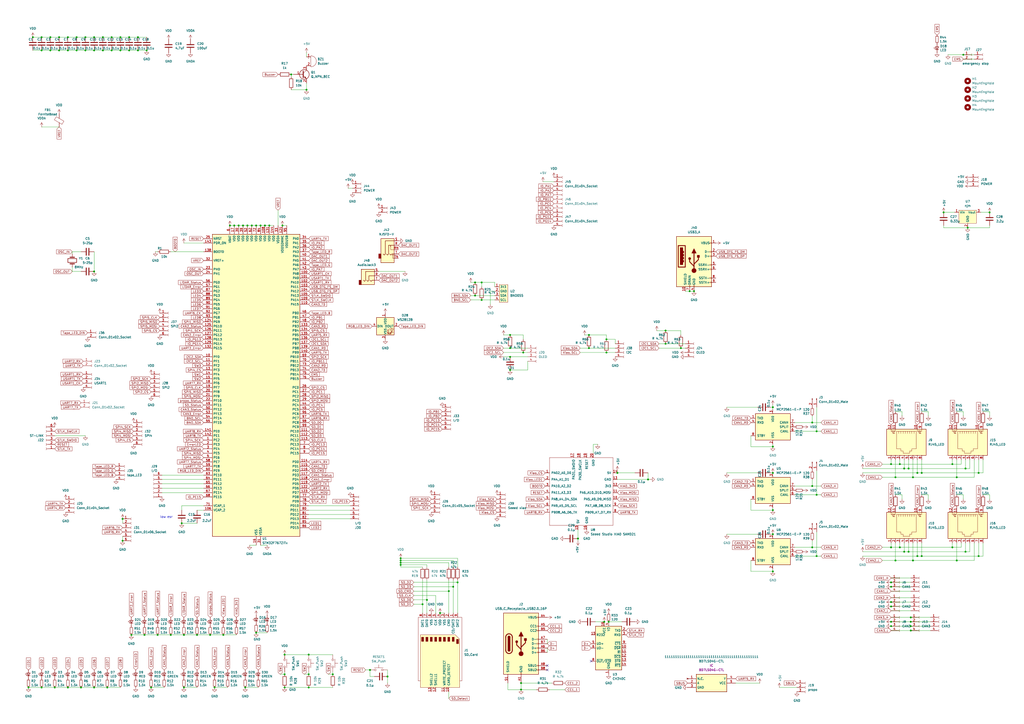
<source format=kicad_sch>
(kicad_sch (version 20231120) (generator "eeschema") (generator_version "8.0")
  (paper "A2")
  (lib_symbols
    (symbol "BD7LS04G-CTL:BD7LS04G-CTL"
      (property "Value" "BD7LS04G-CTL" (at 0 0 0))
      (property "Reference_1" "IC" (at 24.13 7.62 0))
      (property "Value_1" "BD7LS04G-CTL" (at 24.13 5.08 0))
      (symbol "BD7LS04G-CTL_1_1"
        (pin no_connect line (at 0 0 0) (length 5.08) (name "N.C.") (number "1"))
        (pin passive line (at 0 -2.54 0) (length 5.08) (name "A") (number "2"))
        (pin passive line (at 0 -5.08 0) (length 5.08) (name "GND") (number "3"))
        (pin passive line (at 27.94 0 180) (length 5.08) (name "Y") (number "4"))
        (pin passive line (at 27.94 -2.54 180) (length 5.08) (name "VCC") (number "5"))
      )
    )
    (symbol "Connector:Conn_01x02_Female" (pin_names (offset 1.016) hide)
      (property "Reference" "J" (at 0 2.54 0))
      (property "Value" "Conn_01x02_Female" (at 0 -5.08 0))
      (symbol "Conn_01x02_Female_1_1"
        (pin passive line (at -5.08 0 0) (length 3.81) (name "Pin_1") (number "1"))
        (pin passive line (at -5.08 -2.54 0) (length 3.81) (name "Pin_2") (number "2"))
      )
    )
    (symbol "Connector:Conn_01x02_Male" (pin_names (offset 1.016) hide)
      (property "Reference" "J" (at 0 2.54 0))
      (property "Value" "Conn_01x02_Male" (at 0 -5.08 0))
      (symbol "Conn_01x02_Male_1_1"
        (pin passive line (at 5.08 0 180) (length 3.81) (name "Pin_1") (number "1"))
        (pin passive line (at 5.08 -2.54 180) (length 3.81) (name "Pin_2") (number "2"))
      )
    )
    (symbol "Connector:Conn_01x02_Socket" (pin_names (offset 1.016) hide)
      (property "Reference" "J" (at 0 2.54 0))
      (property "Value" "Conn_01x02_Socket" (at 0 -5.08 0))
      (symbol "Conn_01x02_Socket_1_1"
        (pin passive line (at -5.08 0 0) (length 3.81) (name "Pin_1") (number "1"))
        (pin passive line (at -5.08 -2.54 0) (length 3.81) (name "Pin_2") (number "2"))
      )
    )
    (symbol "Connector:Conn_01x03_Female" (pin_names (offset 1.016) hide)
      (property "Reference" "J" (at 0 5.08 0))
      (property "Value" "Conn_01x03_Female" (at 0 -5.08 0))
      (symbol "Conn_01x03_Female_1_1"
        (pin passive line (at -5.08 2.54 0) (length 3.81) (name "Pin_1") (number "1"))
        (pin passive line (at -5.08 0 0) (length 3.81) (name "Pin_2") (number "2"))
        (pin passive line (at -5.08 -2.54 0) (length 3.81) (name "Pin_3") (number "3"))
      )
    )
    (symbol "Connector:Conn_01x03_Socket" (pin_names (offset 1.016) hide)
      (property "Reference" "J" (at 0 5.08 0))
      (property "Value" "Conn_01x03_Socket" (at 0 -5.08 0))
      (symbol "Conn_01x03_Socket_1_1"
        (pin passive line (at -5.08 2.54 0) (length 3.81) (name "Pin_1") (number "1"))
        (pin passive line (at -5.08 0 0) (length 3.81) (name "Pin_2") (number "2"))
        (pin passive line (at -5.08 -2.54 0) (length 3.81) (name "Pin_3") (number "3"))
      )
    )
    (symbol "Connector:Conn_01x04_Female" (pin_names (offset 1.016) hide)
      (property "Reference" "J" (at 0 5.08 0))
      (property "Value" "Conn_01x04_Female" (at 0 -7.62 0))
      (symbol "Conn_01x04_Female_1_1"
        (pin passive line (at -5.08 2.54 0) (length 3.81) (name "Pin_1") (number "1"))
        (pin passive line (at -5.08 0 0) (length 3.81) (name "Pin_2") (number "2"))
        (pin passive line (at -5.08 -2.54 0) (length 3.81) (name "Pin_3") (number "3"))
        (pin passive line (at -5.08 -5.08 0) (length 3.81) (name "Pin_4") (number "4"))
      )
    )
    (symbol "Connector:Conn_01x04_Socket" (pin_names (offset 1.016) hide)
      (property "Reference" "J" (at 0 5.08 0))
      (property "Value" "Conn_01x04_Socket" (at 0 -7.62 0))
      (symbol "Conn_01x04_Socket_1_1"
        (pin passive line (at -5.08 2.54 0) (length 3.81) (name "Pin_1") (number "1"))
        (pin passive line (at -5.08 0 0) (length 3.81) (name "Pin_2") (number "2"))
        (pin passive line (at -5.08 -2.54 0) (length 3.81) (name "Pin_3") (number "3"))
        (pin passive line (at -5.08 -5.08 0) (length 3.81) (name "Pin_4") (number "4"))
      )
    )
    (symbol "Connector:Conn_01x05_Socket" (pin_names (offset 1.016) hide)
      (property "Reference" "J" (at 0 7.62 0))
      (property "Value" "Conn_01x05_Socket" (at 0 -7.62 0))
      (symbol "Conn_01x05_Socket_1_1"
        (pin passive line (at -5.08 5.08 0) (length 3.81) (name "Pin_1") (number "1"))
        (pin passive line (at -5.08 2.54 0) (length 3.81) (name "Pin_2") (number "2"))
        (pin passive line (at -5.08 0 0) (length 3.81) (name "Pin_3") (number "3"))
        (pin passive line (at -5.08 -2.54 0) (length 3.81) (name "Pin_4") (number "4"))
        (pin passive line (at -5.08 -5.08 0) (length 3.81) (name "Pin_5") (number "5"))
      )
    )
    (symbol "Connector:Conn_01x06_Female" (pin_names (offset 1.016) hide)
      (property "Reference" "J" (at 0 7.62 0))
      (property "Value" "Conn_01x06_Female" (at 0 -10.16 0))
      (symbol "Conn_01x06_Female_1_1"
        (pin passive line (at -5.08 5.08 0) (length 3.81) (name "Pin_1") (number "1"))
        (pin passive line (at -5.08 2.54 0) (length 3.81) (name "Pin_2") (number "2"))
        (pin passive line (at -5.08 0 0) (length 3.81) (name "Pin_3") (number "3"))
        (pin passive line (at -5.08 -2.54 0) (length 3.81) (name "Pin_4") (number "4"))
        (pin passive line (at -5.08 -5.08 0) (length 3.81) (name "Pin_5") (number "5"))
        (pin passive line (at -5.08 -7.62 0) (length 3.81) (name "Pin_6") (number "6"))
      )
    )
    (symbol "Connector:Conn_01x06_Socket" (pin_names (offset 1.016) hide)
      (property "Reference" "J" (at 0 7.62 0))
      (property "Value" "Conn_01x06_Socket" (at 0 -10.16 0))
      (symbol "Conn_01x06_Socket_1_1"
        (pin passive line (at -5.08 5.08 0) (length 3.81) (name "Pin_1") (number "1"))
        (pin passive line (at -5.08 2.54 0) (length 3.81) (name "Pin_2") (number "2"))
        (pin passive line (at -5.08 0 0) (length 3.81) (name "Pin_3") (number "3"))
        (pin passive line (at -5.08 -2.54 0) (length 3.81) (name "Pin_4") (number "4"))
        (pin passive line (at -5.08 -5.08 0) (length 3.81) (name "Pin_5") (number "5"))
        (pin passive line (at -5.08 -7.62 0) (length 3.81) (name "Pin_6") (number "6"))
      )
    )
    (symbol "Connector:RJ45_LED" (pin_names (offset 1.016))
      (property "Reference" "J" (at -5.08 13.97 0))
      (property "Value" "RJ45_LED" (at 1.27 13.97 0))
      (symbol "RJ45_LED_1_1"
        (pin passive line (at 10.16 -7.62 180) (length 2.54) (name "~") (number "1"))
        (pin passive line (at -10.16 7.62 0) (length 2.54) (name "~") (number "10"))
        (pin passive line (at -10.16 -5.08 0) (length 2.54) (name "~") (number "11"))
        (pin passive line (at -10.16 -7.62 0) (length 2.54) (name "~") (number "12"))
        (pin passive line (at 10.16 -5.08 180) (length 2.54) (name "~") (number "2"))
        (pin passive line (at 10.16 -2.54 180) (length 2.54) (name "~") (number "3"))
        (pin passive line (at 10.16 0 180) (length 2.54) (name "~") (number "4"))
        (pin passive line (at 10.16 2.54 180) (length 2.54) (name "~") (number "5"))
        (pin passive line (at 10.16 5.08 180) (length 2.54) (name "~") (number "6"))
        (pin passive line (at 10.16 7.62 180) (length 2.54) (name "~") (number "7"))
        (pin passive line (at 10.16 10.16 180) (length 2.54) (name "~") (number "8"))
        (pin passive line (at -10.16 10.16 0) (length 2.54) (name "~") (number "9"))
      )
    )
    (symbol "Connector:SD_Card" (pin_names (offset 1.016))
      (property "Reference" "J" (at -16.51 13.97 0))
      (property "Value" "SD_Card" (at 15.24 -13.97 0))
      (symbol "SD_Card_1_1"
        (pin input line (at -22.86 7.62 0) (length 2.54) (name "CD/DAT3") (number "1"))
        (pin input line (at 22.86 5.08 180) (length 2.54) (name "CARD_DETECT") (number "10"))
        (pin input line (at 22.86 2.54 180) (length 2.54) (name "WRITE_PROTECT") (number "11"))
        (pin input line (at 22.86 -2.54 180) (length 2.54) (name "SHELL1") (number "12"))
        (pin input line (at 22.86 -5.08 180) (length 2.54) (name "SHELL2") (number "13"))
        (pin input line (at -22.86 5.08 0) (length 2.54) (name "CMD") (number "2"))
        (pin power_in line (at -22.86 2.54 0) (length 2.54) (name "VSS") (number "3"))
        (pin power_in line (at -22.86 0 0) (length 2.54) (name "VDD") (number "4"))
        (pin input line (at -22.86 -2.54 0) (length 2.54) (name "CLK") (number "5"))
        (pin power_in line (at -22.86 -5.08 0) (length 2.54) (name "VSS") (number "6"))
        (pin input line (at -22.86 -7.62 0) (length 2.54) (name "DAT0") (number "7"))
        (pin input line (at -22.86 -10.16 0) (length 2.54) (name "DAT1") (number "8"))
        (pin input line (at -22.86 10.16 0) (length 2.54) (name "DAT2") (number "9"))
      )
    )
    (symbol "Connector:USB3_A" (pin_names (offset 1.016))
      (property "Reference" "J" (at -10.16 15.24 0))
      (property "Value" "USB3_A" (at 10.16 15.24 0))
      (symbol "USB3_A_1_1"
        (pin power_in line (at 12.7 10.16 180) (length 2.54) (name "VBUS") (number "1"))
        (pin passive line (at -5.08 -17.78 90) (length 2.54) (name "SHIELD") (number "10"))
        (pin bidirectional line (at 12.7 5.08 180) (length 2.54) (name "D-") (number "2"))
        (pin bidirectional line (at 12.7 2.54 180) (length 2.54) (name "D+") (number "3"))
        (pin power_in line (at 0 -17.78 90) (length 2.54) (name "GND") (number "4"))
        (pin output line (at 12.7 -2.54 180) (length 2.54) (name "SSRX-") (number "5"))
        (pin output line (at 12.7 -5.08 180) (length 2.54) (name "SSRX+") (number "6"))
        (pin passive line (at -2.54 -17.78 90) (length 2.54) (name "DRAIN") (number "7"))
        (pin input line (at 12.7 -10.16 180) (length 2.54) (name "SSTX-") (number "8"))
        (pin input line (at 12.7 -12.7 180) (length 2.54) (name "SSTX+") (number "9"))
      )
    )
    (symbol "Connector:USB_C_Receptacle_USB2.0_16P" (pin_names (offset 1.016))
      (property "Reference" "J" (at 0 22.225 0))
      (property "Value" "USB_C_Receptacle_USB2.0_16P" (at 0 19.685 0))
      (symbol "USB_C_Receptacle_USB2.0_16P_1_1"
        (pin passive line (at 0 -22.86 90) (length 5.08) (name "GND") (number "A1"))
        (pin passive line (at 0 -22.86 90) (length 5.08) hide (name "GND") (number "A12"))
        (pin passive line (at 15.24 15.24 180) (length 5.08) (name "VBUS") (number "A4"))
        (pin bidirectional line (at 15.24 10.16 180) (length 5.08) (name "CC1") (number "A5"))
        (pin bidirectional line (at 15.24 -2.54 180) (length 5.08) (name "D+") (number "A6"))
        (pin bidirectional line (at 15.24 2.54 180) (length 5.08) (name "D-") (number "A7"))
        (pin bidirectional line (at 15.24 -12.7 180) (length 5.08) (name "SBU1") (number "A8"))
        (pin passive line (at 15.24 15.24 180) (length 5.08) hide (name "VBUS") (number "A9"))
        (pin passive line (at 0 -22.86 90) (length 5.08) hide (name "GND") (number "B1"))
        (pin passive line (at 0 -22.86 90) (length 5.08) hide (name "GND") (number "B12"))
        (pin passive line (at 15.24 15.24 180) (length 5.08) hide (name "VBUS") (number "B4"))
        (pin bidirectional line (at 15.24 7.62 180) (length 5.08) (name "CC2") (number "B5"))
        (pin bidirectional line (at 15.24 -5.08 180) (length 5.08) (name "D+") (number "B6"))
        (pin bidirectional line (at 15.24 0 180) (length 5.08) (name "D-") (number "B7"))
        (pin bidirectional line (at 15.24 -15.24 180) (length 5.08) (name "SBU2") (number "B8"))
        (pin passive line (at 15.24 15.24 180) (length 5.08) hide (name "VBUS") (number "B9"))
        (pin passive line (at -7.62 -22.86 90) (length 5.08) (name "SHIELD") (number "S1"))
      )
    )
    (symbol "Connector_Audio:AudioJack3"
      (property "Reference" "J" (at 0 8.89 0))
      (property "Value" "AudioJack3" (at 0 6.35 0))
      (symbol "AudioJack3_1_1"
        (pin passive line (at 5.08 0 180) (length 2.54) (name "~") (number "R"))
        (pin passive line (at 5.08 2.54 180) (length 2.54) (name "~") (number "S"))
        (pin passive line (at 5.08 -2.54 180) (length 2.54) (name "~") (number "T"))
      )
    )
    (symbol "Connector_Audio:NJ5FD-V"
      (property "Reference" "J" (at 0 8.89 0))
      (property "Value" "NJ5FD-V" (at 0 6.35 0))
      (symbol "NJ5FD-V_1_1"
        (pin passive line (at 5.08 0 180) (length 2.54) (name "~") (number "R"))
        (pin passive line (at 5.08 -2.54 180) (length 2.54) (name "~") (number "RN"))
        (pin passive line (at 5.08 2.54 180) (length 2.54) (name "~") (number "S"))
        (pin passive line (at 5.08 -5.08 180) (length 2.54) (name "~") (number "T"))
        (pin passive line (at 5.08 -7.62 180) (length 2.54) (name "~") (number "TN"))
      )
    )
    (symbol "Device:Buzzer" (pin_names (offset 0.0254) hide)
      (property "Reference" "BZ" (at 3.81 1.27 0))
      (property "Value" "Buzzer" (at 3.81 -1.27 0))
      (symbol "Buzzer_1_1"
        (pin passive line (at -2.54 2.54 0) (length 2.54) (name "+") (number "1"))
        (pin passive line (at -2.54 -2.54 0) (length 2.54) (name "-") (number "2"))
      )
    )
    (symbol "Device:C" (pin_numbers hide) (pin_names (offset 0.254))
      (property "Reference" "C" (at 0.635 2.54 0))
      (property "Value" "C" (at 0.635 -2.54 0))
      (symbol "C_1_1"
        (pin passive line (at 0 3.81 270) (length 2.794) (name "~") (number "1"))
        (pin passive line (at 0 -3.81 90) (length 2.794) (name "~") (number "2"))
      )
    )
    (symbol "Device:Crystal" (pin_numbers hide) (pin_names (offset 1.016) hide)
      (property "Reference" "Y" (at 0 3.81 0))
      (property "Value" "Crystal" (at 0 -3.81 0))
      (symbol "Crystal_1_1"
        (pin passive line (at -3.81 0 0) (length 1.27) (name "1") (number "1"))
        (pin passive line (at 3.81 0 180) (length 1.27) (name "2") (number "2"))
      )
    )
    (symbol "Device:FerriteBead" (pin_numbers hide) (pin_names (offset 0))
      (property "Reference" "FB" (at -3.81 0.635 90))
      (property "Value" "FerriteBead" (at 3.81 0 90))
      (symbol "FerriteBead_1_1"
        (pin passive line (at 0 3.81 270) (length 2.54) (name "~") (number "1"))
        (pin passive line (at 0 -3.81 90) (length 2.54) (name "~") (number "2"))
      )
    )
    (symbol "Device:LED_Small" (pin_numbers hide) (pin_names (offset 0.254) hide)
      (property "Reference" "D" (at -1.27 3.175 0))
      (property "Value" "LED_Small" (at -4.445 -2.54 0))
      (symbol "LED_Small_1_1"
        (pin passive line (at -2.54 0 0) (length 1.778) (name "K") (number "1"))
        (pin passive line (at 2.54 0 180) (length 1.778) (name "A") (number "2"))
      )
    )
    (symbol "Device:Q_NPN_BEC" (pin_names (offset 0) hide)
      (property "Reference" "Q" (at 5.08 1.27 0))
      (property "Value" "Q_NPN_BEC" (at 5.08 -1.27 0))
      (symbol "Q_NPN_BEC_1_1"
        (pin input line (at -5.08 0 0) (length 5.715) (name "B") (number "1"))
        (pin passive line (at 2.54 -5.08 90) (length 2.54) (name "E") (number "2"))
        (pin passive line (at 2.54 5.08 270) (length 2.54) (name "C") (number "3"))
      )
    )
    (symbol "Device:R" (pin_numbers hide) (pin_names (offset 0))
      (property "Reference" "R" (at 2.032 0 90))
      (property "Value" "R" (at 0 0 90))
      (symbol "R_1_1"
        (pin passive line (at 0 3.81 270) (length 1.27) (name "~") (number "1"))
        (pin passive line (at 0 -3.81 90) (length 1.27) (name "~") (number "2"))
      )
    )
    (symbol "Device:R_Small" (pin_numbers hide) (pin_names (offset 0.254) hide)
      (property "Reference" "R" (at 0.762 0.508 0))
      (property "Value" "R_Small" (at 0.762 -1.016 0))
      (symbol "R_Small_1_1"
        (pin passive line (at 0 2.54 270) (length 0.762) (name "~") (number "1"))
        (pin passive line (at 0 -2.54 90) (length 0.762) (name "~") (number "2"))
      )
    )
    (symbol "GND_1" (power) (pin_numbers hide) (pin_names (offset 0) hide)
      (property "Value" "GND" (at 0 -3.81 0))
      (symbol "GND_1_1_1"
        (pin power_in line (at 0 0 270) (length 0) (name "~") (number "1"))
      )
    )
    (symbol "GND_10" (power) (pin_numbers hide) (pin_names (offset 0) hide)
      (property "Value" "GND" (at 0 -3.81 0))
      (symbol "GND_10_1_1"
        (pin power_in line (at 0 0 270) (length 0) (name "~") (number "1"))
      )
    )
    (symbol "GND_2" (power) (pin_numbers hide) (pin_names (offset 0) hide)
      (property "Value" "GND" (at 0 -3.81 0))
      (symbol "GND_2_1_1"
        (pin power_in line (at 0 0 270) (length 0) (name "~") (number "1"))
      )
    )
    (symbol "GND_3" (power) (pin_numbers hide) (pin_names (offset 0) hide)
      (property "Value" "GND" (at 0 -3.81 0))
      (symbol "GND_3_1_1"
        (pin power_in line (at 0 0 270) (length 0) (name "~") (number "1"))
      )
    )
    (symbol "GND_5" (power) (pin_numbers hide) (pin_names (offset 0) hide)
      (property "Value" "GND" (at 0 -3.81 0))
      (symbol "GND_5_1_1"
        (pin power_in line (at 0 0 270) (length 0) (name "~") (number "1"))
      )
    )
    (symbol "GND_6" (power) (pin_numbers hide) (pin_names (offset 0) hide)
      (property "Value" "GND" (at 0 -3.81 0))
      (symbol "GND_6_1_1"
        (pin power_in line (at 0 0 270) (length 0) (name "~") (number "1"))
      )
    )
    (symbol "Interface_CAN_LIN:MCP2561-E-P" (pin_names (offset 1.016))
      (property "Reference" "U" (at -10.16 8.89 0))
      (property "Value" "MCP2561-E-P" (at 2.54 8.89 0))
      (symbol "MCP2561-E-P_1_1"
        (pin input line (at -12.7 5.08 0) (length 2.54) (name "TXD") (number "1"))
        (pin power_in line (at 0 -10.16 90) (length 2.54) (name "VSS") (number "2"))
        (pin power_in line (at 0 10.16 270) (length 2.54) (name "VDD") (number "3"))
        (pin output line (at -12.7 2.54 0) (length 2.54) (name "RXD") (number "4"))
        (pin passive line (at 12.7 0 180) (length 2.54) (name "SPLIT") (number "5"))
        (pin bidirectional line (at 12.7 -2.54 180) (length 2.54) (name "CANL") (number "6"))
        (pin bidirectional line (at 12.7 2.54 180) (length 2.54) (name "CANH") (number "7"))
        (pin input line (at -12.7 -5.08 0) (length 2.54) (name "STBY") (number "8"))
      )
    )
    (symbol "Interface_USB:CH340C"
      (property "Reference" "U" (at -5.08 13.97 0))
      (property "Value" "CH340C" (at 1.27 13.97 0))
      (symbol "CH340C_1_1"
        (pin power_in line (at 0 -15.24 90) (length 2.54) (name "GND") (number "1"))
        (pin input line (at 10.16 0 180) (length 2.54) (name "~{DSR}") (number "10"))
        (pin input line (at 10.16 -2.54 180) (length 2.54) (name "~{RI}") (number "11"))
        (pin input line (at 10.16 -5.08 180) (length 2.54) (name "~{DCD}") (number "12"))
        (pin output line (at 10.16 -7.62 180) (length 2.54) (name "~{DTR}") (number "13"))
        (pin output line (at 10.16 -10.16 180) (length 2.54) (name "~{RTS}") (number "14"))
        (pin input line (at -10.16 7.62 0) (length 2.54) (name "R232") (number "15"))
        (pin power_in line (at -2.54 15.24 270) (length 2.54) (name "VCC") (number "16"))
        (pin output line (at 10.16 10.16 180) (length 2.54) (name "TXD") (number "2"))
        (pin input line (at 10.16 7.62 180) (length 2.54) (name "RXD") (number "3"))
        (pin power_out line (at 0 15.24 270) (length 2.54) (name "V3") (number "4"))
        (pin bidirectional line (at -10.16 2.54 0) (length 2.54) (name "UD+") (number "5"))
        (pin bidirectional line (at -10.16 0 0) (length 2.54) (name "UD-") (number "6"))
        (pin no_connect line (at -7.62 -5.08 0) (length 2.54) hide (name "NC") (number "7"))
        (pin output line (at -10.16 -7.62 0) (length 2.54) (name "~{OUT}/~{DTR}") (number "8"))
        (pin input line (at 10.16 2.54 180) (length 2.54) (name "~{CTS}") (number "9"))
      )
    )
    (symbol "LED:WS2812B" (pin_names (offset 0.254))
      (property "Reference" "D" (at 5.08 5.715 0))
      (property "Value" "WS2812B" (at 1.27 -5.715 0))
      (symbol "WS2812B_0_0"
        (text "RGB" (at 2.286 -4.191 0) (effects (font (size 0.762 0.762))))
      )
      (symbol "WS2812B_1_1"
        (pin power_in line (at 0 7.62 270) (length 2.54) (name "VDD") (number "1"))
        (pin output line (at 7.62 0 180) (length 2.54) (name "DOUT") (number "2"))
        (pin power_in line (at 0 -7.62 90) (length 2.54) (name "VSS") (number "3"))
        (pin input line (at -7.62 0 0) (length 2.54) (name "DIN") (number "4"))
      )
    )
    (symbol "MCU_ST_STM32F7:STM32F767ZITx"
      (property "Reference" "U" (at -25.4 90.17 0))
      (property "Value" "STM32F767ZITx" (at 20.32 90.17 0))
      (symbol "STM32F767ZITx_1_1"
        (pin bidirectional line (at -30.48 -30.48 0) (length 5.08) (name "PE2") (number "1"))
        (pin bidirectional line (at -30.48 17.78 0) (length 5.08) (name "PF0") (number "10"))
        (pin bidirectional line (at 30.48 66.04 180) (length 5.08) (name "PA8") (number "100"))
        (pin bidirectional line (at 30.48 63.5 180) (length 5.08) (name "PA9") (number "101"))
        (pin bidirectional line (at 30.48 60.96 180) (length 5.08) (name "PA10") (number "102"))
        (pin bidirectional line (at 30.48 58.42 180) (length 5.08) (name "PA11") (number "103"))
        (pin bidirectional line (at 30.48 55.88 180) (length 5.08) (name "PA12") (number "104"))
        (pin bidirectional line (at 30.48 53.34 180) (length 5.08) (name "PA13") (number "105"))
        (pin power_out line (at -30.48 -71.12 0) (length 5.08) (name "VCAP_2") (number "106"))
        (pin passive line (at 0 -91.44 90) (length 5.08) hide (name "VSS") (number "107"))
        (pin power_in line (at 5.08 93.98 270) (length 5.08) (name "VDD") (number "108"))
        (pin bidirectional line (at 30.48 50.8 180) (length 5.08) (name "PA14") (number "109"))
        (pin bidirectional line (at -30.48 15.24 0) (length 5.08) (name "PF1") (number "11"))
        (pin bidirectional line (at 30.48 48.26 180) (length 5.08) (name "PA15") (number "110"))
        (pin bidirectional line (at 30.48 -25.4 180) (length 5.08) (name "PC10") (number "111"))
        (pin bidirectional line (at 30.48 -27.94 180) (length 5.08) (name "PC11") (number "112"))
        (pin bidirectional line (at 30.48 -30.48 180) (length 5.08) (name "PC12") (number "113"))
        (pin bidirectional line (at 30.48 -43.18 180) (length 5.08) (name "PD0") (number "114"))
        (pin bidirectional line (at 30.48 -45.72 180) (length 5.08) (name "PD1") (number "115"))
        (pin bidirectional line (at 30.48 -48.26 180) (length 5.08) (name "PD2") (number "116"))
        (pin bidirectional line (at 30.48 -50.8 180) (length 5.08) (name "PD3") (number "117"))
        (pin bidirectional line (at 30.48 -53.34 180) (length 5.08) (name "PD4") (number "118"))
        (pin bidirectional line (at 30.48 -55.88 180) (length 5.08) (name "PD5") (number "119"))
        (pin bidirectional line (at -30.48 12.7 0) (length 5.08) (name "PF2") (number "12"))
        (pin passive line (at 0 -91.44 90) (length 5.08) hide (name "VSS") (number "120"))
        (pin power_in line (at 15.24 93.98 270) (length 5.08) (name "VDDSDMMC") (number "121"))
        (pin bidirectional line (at 30.48 -58.42 180) (length 5.08) (name "PD6") (number "122"))
        (pin bidirectional line (at 30.48 -60.96 180) (length 5.08) (name "PD7") (number "123"))
        (pin bidirectional line (at -30.48 38.1 0) (length 5.08) (name "PG9") (number "124"))
        (pin bidirectional line (at -30.48 35.56 0) (length 5.08) (name "PG10") (number "125"))
        (pin bidirectional line (at -30.48 33.02 0) (length 5.08) (name "PG11") (number "126"))
        (pin bidirectional line (at -30.48 30.48 0) (length 5.08) (name "PG12") (number "127"))
        (pin bidirectional line (at -30.48 27.94 0) (length 5.08) (name "PG13") (number "128"))
        (pin bidirectional line (at -30.48 25.4 0) (length 5.08) (name "PG14") (number "129"))
        (pin bidirectional line (at -30.48 10.16 0) (length 5.08) (name "PF3") (number "13"))
        (pin passive line (at 0 -91.44 90) (length 5.08) hide (name "VSS") (number "130"))
        (pin power_in line (at 7.62 93.98 270) (length 5.08) (name "VDD") (number "131"))
        (pin bidirectional line (at -30.48 22.86 0) (length 5.08) (name "PG15") (number "132"))
        (pin bidirectional line (at 30.48 35.56 180) (length 5.08) (name "PB3") (number "133"))
        (pin bidirectional line (at 30.48 33.02 180) (length 5.08) (name "PB4") (number "134"))
        (pin bidirectional line (at 30.48 30.48 180) (length 5.08) (name "PB5") (number "135"))
        (pin bidirectional line (at 30.48 27.94 180) (length 5.08) (name "PB6") (number "136"))
        (pin bidirectional line (at 30.48 25.4 180) (length 5.08) (name "PB7") (number "137"))
        (pin input line (at -30.48 78.74 0) (length 5.08) (name "BOOT0") (number "138"))
        (pin bidirectional line (at 30.48 22.86 180) (length 5.08) (name "PB8") (number "139"))
        (pin bidirectional line (at -30.48 7.62 0) (length 5.08) (name "PF4") (number "14"))
        (pin bidirectional line (at 30.48 20.32 180) (length 5.08) (name "PB9") (number "140"))
        (pin bidirectional line (at -30.48 -25.4 0) (length 5.08) (name "PE0") (number "141"))
        (pin bidirectional line (at -30.48 -27.94 0) (length 5.08) (name "PE1") (number "142"))
        (pin input line (at -30.48 83.82 0) (length 5.08) (name "PDR_ON") (number "143"))
        (pin power_in line (at 10.16 93.98 270) (length 5.08) (name "VDD") (number "144"))
        (pin bidirectional line (at -30.48 5.08 0) (length 5.08) (name "PF5") (number "15"))
        (pin power_in line (at 0 -91.44 90) (length 5.08) (name "VSS") (number "16"))
        (pin power_in line (at -12.7 93.98 270) (length 5.08) (name "VDD") (number "17"))
        (pin bidirectional line (at -30.48 2.54 0) (length 5.08) (name "PF6") (number "18"))
        (pin bidirectional line (at -30.48 0 0) (length 5.08) (name "PF7") (number "19"))
        (pin bidirectional line (at -30.48 -33.02 0) (length 5.08) (name "PE3") (number "2"))
        (pin bidirectional line (at -30.48 -2.54 0) (length 5.08) (name "PF8") (number "20"))
        (pin bidirectional line (at -30.48 -5.08 0) (length 5.08) (name "PF9") (number "21"))
        (pin bidirectional line (at -30.48 -7.62 0) (length 5.08) (name "PF10") (number "22"))
        (pin bidirectional line (at -30.48 68.58 0) (length 5.08) (name "PH0") (number "23"))
        (pin bidirectional line (at -30.48 66.04 0) (length 5.08) (name "PH1") (number "24"))
        (pin input line (at -30.48 86.36 0) (length 5.08) (name "NRST") (number "25"))
        (pin bidirectional line (at 30.48 0 180) (length 5.08) (name "PC0") (number "26"))
        (pin bidirectional line (at 30.48 -2.54 180) (length 5.08) (name "PC1") (number "27"))
        (pin bidirectional line (at 30.48 -5.08 180) (length 5.08) (name "PC2") (number "28"))
        (pin bidirectional line (at 30.48 -7.62 180) (length 5.08) (name "PC3") (number "29"))
        (pin bidirectional line (at -30.48 -35.56 0) (length 5.08) (name "PE4") (number "3"))
        (pin power_in line (at -10.16 93.98 270) (length 5.08) (name "VDD") (number "30"))
        (pin power_in line (at 2.54 -91.44 90) (length 5.08) (name "VSSA") (number "31"))
        (pin input line (at -30.48 73.66 0) (length 5.08) (name "VREF+") (number "32"))
        (pin power_in line (at 12.7 93.98 270) (length 5.08) (name "VDDA") (number "33"))
        (pin bidirectional line (at 30.48 86.36 180) (length 5.08) (name "PA0") (number "34"))
        (pin bidirectional line (at 30.48 83.82 180) (length 5.08) (name "PA1") (number "35"))
        (pin bidirectional line (at 30.48 81.28 180) (length 5.08) (name "PA2") (number "36"))
        (pin bidirectional line (at 30.48 78.74 180) (length 5.08) (name "PA3") (number "37"))
        (pin passive line (at 0 -91.44 90) (length 5.08) hide (name "VSS") (number "38"))
        (pin power_in line (at -7.62 93.98 270) (length 5.08) (name "VDD") (number "39"))
        (pin bidirectional line (at -30.48 -38.1 0) (length 5.08) (name "PE5") (number "4"))
        (pin bidirectional line (at 30.48 76.2 180) (length 5.08) (name "PA4") (number "40"))
        (pin bidirectional line (at 30.48 73.66 180) (length 5.08) (name "PA5") (number "41"))
        (pin bidirectional line (at 30.48 71.12 180) (length 5.08) (name "PA6") (number "42"))
        (pin bidirectional line (at 30.48 68.58 180) (length 5.08) (name "PA7") (number "43"))
        (pin bidirectional line (at 30.48 -10.16 180) (length 5.08) (name "PC4") (number "44"))
        (pin bidirectional line (at 30.48 -12.7 180) (length 5.08) (name "PC5") (number "45"))
        (pin bidirectional line (at 30.48 43.18 180) (length 5.08) (name "PB0") (number "46"))
        (pin bidirectional line (at 30.48 40.64 180) (length 5.08) (name "PB1") (number "47"))
        (pin bidirectional line (at 30.48 38.1 180) (length 5.08) (name "PB2") (number "48"))
        (pin bidirectional line (at -30.48 -10.16 0) (length 5.08) (name "PF11") (number "49"))
        (pin bidirectional line (at -30.48 -40.64 0) (length 5.08) (name "PE6") (number "5"))
        (pin bidirectional line (at -30.48 -12.7 0) (length 5.08) (name "PF12") (number "50"))
        (pin passive line (at 0 -91.44 90) (length 5.08) hide (name "VSS") (number "51"))
        (pin power_in line (at -5.08 93.98 270) (length 5.08) (name "VDD") (number "52"))
        (pin bidirectional line (at -30.48 -15.24 0) (length 5.08) (name "PF13") (number "53"))
        (pin bidirectional line (at -30.48 -17.78 0) (length 5.08) (name "PF14") (number "54"))
        (pin bidirectional line (at -30.48 -20.32 0) (length 5.08) (name "PF15") (number "55"))
        (pin bidirectional line (at -30.48 60.96 0) (length 5.08) (name "PG0") (number "56"))
        (pin bidirectional line (at -30.48 58.42 0) (length 5.08) (name "PG1") (number "57"))
        (pin bidirectional line (at -30.48 -43.18 0) (length 5.08) (name "PE7") (number "58"))
        (pin bidirectional line (at -30.48 -45.72 0) (length 5.08) (name "PE8") (number "59"))
        (pin power_in line (at -15.24 93.98 270) (length 5.08) (name "VBAT") (number "6"))
        (pin bidirectional line (at -30.48 -48.26 0) (length 5.08) (name "PE9") (number "60"))
        (pin passive line (at 0 -91.44 90) (length 5.08) hide (name "VSS") (number "61"))
        (pin power_in line (at -2.54 93.98 270) (length 5.08) (name "VDD") (number "62"))
        (pin bidirectional line (at -30.48 -50.8 0) (length 5.08) (name "PE10") (number "63"))
        (pin bidirectional line (at -30.48 -53.34 0) (length 5.08) (name "PE11") (number "64"))
        (pin bidirectional line (at -30.48 -55.88 0) (length 5.08) (name "PE12") (number "65"))
        (pin bidirectional line (at -30.48 -58.42 0) (length 5.08) (name "PE13") (number "66"))
        (pin bidirectional line (at -30.48 -60.96 0) (length 5.08) (name "PE14") (number "67"))
        (pin bidirectional line (at -30.48 -63.5 0) (length 5.08) (name "PE15") (number "68"))
        (pin bidirectional line (at 30.48 17.78 180) (length 5.08) (name "PB10") (number "69"))
        (pin bidirectional line (at 30.48 -33.02 180) (length 5.08) (name "PC13") (number "7"))
        (pin bidirectional line (at 30.48 15.24 180) (length 5.08) (name "PB11") (number "70"))
        (pin power_out line (at -30.48 -68.58 0) (length 5.08) (name "VCAP_1") (number "71"))
        (pin power_in line (at 0 93.98 270) (length 5.08) (name "VDD") (number "72"))
        (pin bidirectional line (at 30.48 12.7 180) (length 5.08) (name "PB12") (number "73"))
        (pin bidirectional line (at 30.48 10.16 180) (length 5.08) (name "PB13") (number "74"))
        (pin bidirectional line (at 30.48 7.62 180) (length 5.08) (name "PB14") (number "75"))
        (pin bidirectional line (at 30.48 5.08 180) (length 5.08) (name "PB15") (number "76"))
        (pin bidirectional line (at 30.48 -63.5 180) (length 5.08) (name "PD8") (number "77"))
        (pin bidirectional line (at 30.48 -66.04 180) (length 5.08) (name "PD9") (number "78"))
        (pin bidirectional line (at 30.48 -68.58 180) (length 5.08) (name "PD10") (number "79"))
        (pin bidirectional line (at 30.48 -35.56 180) (length 5.08) (name "PC14") (number "8"))
        (pin bidirectional line (at 30.48 -71.12 180) (length 5.08) (name "PD11") (number "80"))
        (pin bidirectional line (at 30.48 -73.66 180) (length 5.08) (name "PD12") (number "81"))
        (pin bidirectional line (at 30.48 -76.2 180) (length 5.08) (name "PD13") (number "82"))
        (pin passive line (at 0 -91.44 90) (length 5.08) hide (name "VSS") (number "83"))
        (pin power_in line (at 2.54 93.98 270) (length 5.08) (name "VDD") (number "84"))
        (pin bidirectional line (at 30.48 -78.74 180) (length 5.08) (name "PD14") (number "85"))
        (pin bidirectional line (at 30.48 -81.28 180) (length 5.08) (name "PD15") (number "86"))
        (pin bidirectional line (at -30.48 55.88 0) (length 5.08) (name "PG2") (number "87"))
        (pin bidirectional line (at -30.48 53.34 0) (length 5.08) (name "PG3") (number "88"))
        (pin bidirectional line (at -30.48 50.8 0) (length 5.08) (name "PG4") (number "89"))
        (pin bidirectional line (at 30.48 -38.1 180) (length 5.08) (name "PC15") (number "9"))
        (pin bidirectional line (at -30.48 48.26 0) (length 5.08) (name "PG5") (number "90"))
        (pin bidirectional line (at -30.48 45.72 0) (length 5.08) (name "PG6") (number "91"))
        (pin bidirectional line (at -30.48 43.18 0) (length 5.08) (name "PG7") (number "92"))
        (pin bidirectional line (at -30.48 40.64 0) (length 5.08) (name "PG8") (number "93"))
        (pin passive line (at 0 -91.44 90) (length 5.08) hide (name "VSS") (number "94"))
        (pin power_in line (at 17.78 93.98 270) (length 5.08) (name "VDDUSB") (number "95"))
        (pin bidirectional line (at 30.48 -15.24 180) (length 5.08) (name "PC6") (number "96"))
        (pin bidirectional line (at 30.48 -17.78 180) (length 5.08) (name "PC7") (number "97"))
        (pin bidirectional line (at 30.48 -20.32 180) (length 5.08) (name "PC8") (number "98"))
        (pin bidirectional line (at 30.48 -22.86 180) (length 5.08) (name "PC9") (number "99"))
      )
    )
    (symbol "Mechanical:MountingHole" (pin_names (offset 1.016)) (exclude_from_sim yes) (in_bom no)
      (property "Reference" "H" (at 0 5.08 0))
      (property "Value" "MountingHole" (at 0 3.175 0))
    )
    (symbol "Seeed_Studio_XIAO_Series:Seeed Studio XIAO SAMD21" (pin_names (offset 1.016))
      (property "Reference" "U" (at -19.05 22.86 0))
      (property "Value" "Seeed Studio XIAO SAMD21" (at -12.7 21.59 0))
      (symbol "Seeed Studio XIAO SAMD21_1_1"
        (pin unspecified line (at -21.59 11.43 0) (length 2.54) (name "PA02_A0_D0") (number "1"))
        (pin unspecified line (at 20.32 -3.81 180) (length 2.54) (name "PA5_A9_D9_MISO") (number "10"))
        (pin unspecified line (at 20.32 0 180) (length 2.54) (name "PA6_A10_D10_MOSI") (number "11"))
        (pin unspecified line (at 20.32 3.81 180) (length 2.54) (name "3V3") (number "12"))
        (pin unspecified line (at 20.32 7.62 180) (length 2.54) (name "GND") (number "13"))
        (pin unspecified line (at 20.32 11.43 180) (length 2.54) (name "5V") (number "14"))
        (pin input line (at -2.54 -21.59 90) (length 2.54) (name "5V") (number "15"))
        (pin input line (at 2.54 -21.59 90) (length 2.54) (name "GND") (number "16"))
        (pin input line (at -5.08 22.86 270) (length 2.54) (name "PA31_SWDIO") (number "17"))
        (pin input line (at -1.27 22.86 270) (length 2.54) (name "PA30_SWCLK") (number "18"))
        (pin input line (at 2.54 22.86 270) (length 2.54) (name "RESET") (number "19"))
        (pin unspecified line (at -21.59 7.62 0) (length 2.54) (name "PA4_A1_D1") (number "2"))
        (pin input line (at 6.35 22.86 270) (length 2.54) (name "GND") (number "20"))
        (pin unspecified line (at -21.59 3.81 0) (length 2.54) (name "PA10_A2_D2") (number "3"))
        (pin unspecified line (at -21.59 0 0) (length 2.54) (name "PA11_A3_D3") (number "4"))
        (pin unspecified line (at -21.59 -3.81 0) (length 2.54) (name "PA8_A4_D4_SDA") (number "5"))
        (pin unspecified line (at -21.59 -7.62 0) (length 2.54) (name "PA9_A5_D5_SCL") (number "6"))
        (pin unspecified line (at -21.59 -11.43 0) (length 2.54) (name "PB08_A6_D6_TX") (number "7"))
        (pin unspecified line (at 20.32 -11.43 180) (length 2.54) (name "PB09_A7_D7_RX") (number "8"))
        (pin unspecified line (at 20.32 -7.62 180) (length 2.54) (name "PA7_A8_D8_SCK") (number "9"))
      )
    )
    (symbol "Switch:SW_Push" (pin_numbers hide) (pin_names (offset 1.016) hide)
      (property "Reference" "SW" (at 1.27 2.54 0))
      (property "Value" "SW_Push" (at 0 -1.524 0))
      (symbol "SW_Push_0_1"
        (pin passive line (at -5.08 0 0) (length 2.54) (name "1") (number "1"))
        (pin passive line (at 5.08 0 180) (length 2.54) (name "2") (number "2"))
      )
    )
    (symbol "ikako_symbols:BNO055"
      (property "Reference" "U" (at 0 5.334 0))
      (property "Value" "BNO055" (at -0.254 3.302 0))
      (symbol "BNO055_1_1"
        (pin input line (at -5.08 0 0) (length 2.54) (name "3V3") (number "1"))
        (pin input line (at -5.08 -2.54 0) (length 2.54) (name "GND") (number "2"))
        (pin input line (at -5.08 -5.08 0) (length 2.54) (name "SDA") (number "3"))
        (pin input line (at -5.08 -7.62 0) (length 2.54) (name "SCL") (number "4"))
      )
    )
    (symbol "ikako_symbols:njm"
      (property "Reference" "U" (at 0 2.54 0))
      (property "Value" "njm" (at 0 5.08 0))
      (symbol "njm_1_1"
        (pin input line (at -7.62 0 0) (length 2.54) (name "Vin") (number "1"))
        (pin input line (at 0 -8.89 90) (length 2.54) (name "GND") (number "2"))
        (pin input line (at 7.62 0 180) (length 2.54) (name "Vout") (number "3"))
      )
    )
    (symbol "power:+5V" (power) (pin_numbers hide) (pin_names (offset 0) hide)
      (property "Value" "+5V" (at 0 3.556 0))
      (symbol "+5V_1_1"
        (pin power_in line (at 0 0 90) (length 0) (name "~") (number "1"))
      )
    )
    (symbol "power:GND" (power) (pin_numbers hide) (pin_names (offset 0) hide)
      (property "Value" "GND" (at 0 -3.81 0))
      (symbol "GND_1_1"
        (pin power_in line (at 0 0 270) (length 0) (name "~") (number "1"))
      )
    )
    (symbol "power:GNDA" (power) (pin_numbers hide) (pin_names (offset 0) hide)
      (property "Value" "GNDA" (at 0 -3.81 0))
      (symbol "GNDA_1_1"
        (pin power_in line (at 0 0 270) (length 0) (name "~") (number "1"))
      )
    )
    (symbol "power:VDD" (power) (pin_numbers hide) (pin_names (offset 0) hide)
      (property "Value" "VDD" (at 0 3.556 0))
      (symbol "VDD_1_1"
        (pin power_in line (at 0 0 90) (length 0) (name "~") (number "1"))
      )
    )
    (symbol "power:VDDA" (power) (pin_numbers hide) (pin_names (offset 0) hide)
      (property "Value" "VDDA" (at 0 3.556 0))
      (symbol "VDDA_1_1"
        (pin power_in line (at 0 0 90) (length 0) (name "~") (number "1"))
      )
    )
  )
  (junction (at 471.17 245.11))
  (junction (at 528.32 360.68))
  (junction (at 105.41 303.53))
  (junction (at 87.63 398.78))
  (junction (at 214.63 388.62))
  (junction (at 547.37 123.19))
  (junction (at 29.21 21.59))
  (junction (at 260.35 342.9))
  (junction (at 400.05 168.91))
  (junction (at 473.71 250.19))
  (junction (at 69.85 29.21))
  (junction (at 335.28 312.42))
  (junction (at 39.37 398.78))
  (junction (at 91.44 368.3))
  (junction (at 121.92 368.3))
  (junction (at 528.32 358.14))
  (junction (at 516.89 337.82))
  (junction (at 534.67 274.32))
  (junction (at 394.97 201.93))
  (junction (at 54.61 21.59))
  (junction (at 44.45 21.59))
  (junction (at 193.04 391.16))
  (junction (at 83.82 368.3))
  (junction (at 295.91 214.63))
  (junction (at 351.79 204.47))
  (junction (at 554.99 325.12))
  (junction (at 295.91 194.31))
  (junction (at 49.53 29.21))
  (junction (at 265.43 337.82))
  (junction (at 532.13 322.58))
  (junction (at 341.63 194.31))
  (junction (at 80.01 29.21))
  (junction (at 303.53 204.47))
  (junction (at 168.91 43.18))
  (junction (at 16.51 398.78))
  (junction (at 448.31 309.88))
  (junction (at 255.27 355.6))
  (junction (at 146.05 130.81))
  (junction (at 85.09 29.21))
  (junction (at 402.59 168.91))
  (junction (at 302.26 396.24))
  (junction (at 54.61 398.78))
  (junction (at 532.13 274.32))
  (junction (at 142.24 398.78))
  (junction (at 143.51 130.81))
  (junction (at 163.83 130.81))
  (junction (at 448.31 236.22))
  (junction (at 39.37 21.59))
  (junction (at 179.07 379.73))
  (junction (at 561.34 132.08))
  (junction (at 519.43 276.86))
  (junction (at 148.59 130.81))
  (junction (at 138.43 130.81))
  (junction (at 529.59 325.12))
  (junction (at 54.61 29.21))
  (junction (at 232.41 327.66))
  (junction (at 295.91 201.93))
  (junction (at 574.04 123.19))
  (junction (at 521.97 317.5))
  (junction (at 59.69 21.59))
  (junction (at 151.13 130.81))
  (junction (at 351.79 196.85))
  (junction (at 275.59 171.45))
  (junction (at 528.32 363.22))
  (junction (at 74.93 21.59))
  (junction (at 44.45 29.21))
  (junction (at 560.07 320.04))
  (junction (at 279.4 163.83))
  (junction (at 245.11 350.52))
  (junction (at 386.08 191.77))
  (junction (at 527.05 320.04))
  (junction (at 46.99 398.78))
  (junction (at 54.61 157.48))
  (junction (at 62.23 398.78))
  (junction (at 114.3 368.3))
  (junction (at 558.8 31.75))
  (junction (at 386.08 199.39))
  (junction (at 179.07 391.16))
  (junction (at 567.69 322.58))
  (junction (at 232.41 323.85))
  (junction (at 71.12 300.99))
  (junction (at 302.26 400.05))
  (junction (at 71.12 313.69))
  (junction (at 516.89 340.36))
  (junction (at 156.21 130.81))
  (junction (at 165.1 391.16))
  (junction (at 177.8 52.07))
  (junction (at 106.68 398.78))
  (junction (at 179.07 398.78))
  (junction (at 34.29 21.59))
  (junction (at 516.89 351.79))
  (junction (at 524.51 320.04))
  (junction (at 524.51 271.78))
  (junction (at 279.4 173.99))
  (junction (at 247.65 347.98))
  (junction (at 31.75 398.78))
  (junction (at 99.06 368.3))
  (junction (at 516.89 349.25))
  (junction (at 34.29 29.21))
  (junction (at 29.21 29.21))
  (junction (at 59.69 29.21))
  (junction (at 448.31 331.47))
  (junction (at 106.68 368.3))
  (junction (at 24.13 398.78))
  (junction (at 471.17 317.5))
  (junction (at 473.71 287.02))
  (junction (at 528.32 365.76))
  (junction (at 448.31 295.91))
  (junction (at 165.1 379.73))
  (junction (at 554.99 276.86))
  (junction (at 350.52 360.68))
  (junction (at 473.71 322.58))
  (junction (at 552.45 317.5))
  (junction (at 560.07 271.78))
  (junction (at 534.67 322.58))
  (junction (at 74.93 29.21))
  (junction (at 232.41 326.39))
  (junction (at 129.54 368.3))
  (junction (at 516.89 360.68))
  (junction (at 224.79 392.43))
  (junction (at 133.35 130.81))
  (junction (at 262.89 340.36))
  (junction (at 69.85 21.59))
  (junction (at 80.01 21.59))
  (junction (at 24.13 21.59))
  (junction (at 232.41 325.12))
  (junction (at 521.97 269.24))
  (junction (at 375.92 278.13))
  (junction (at 153.67 130.81))
  (junction (at 19.05 21.59))
  (junction (at 24.13 29.21))
  (junction (at 516.89 363.22))
  (junction (at 295.91 207.01))
  (junction (at 527.05 271.78))
  (junction (at 471.17 281.94))
  (junction (at 448.31 259.08))
  (junction (at 358.14 274.32))
  (junction (at 516.89 269.24))
  (junction (at 353.06 360.68))
  (junction (at 275.59 163.83))
  (junction (at 135.89 130.81))
  (junction (at 148.59 367.03))
  (junction (at 39.37 29.21))
  (junction (at 64.77 21.59))
  (junction (at 49.53 21.59))
  (junction (at 140.97 130.81))
  (junction (at 165.1 398.78))
  (junction (at 341.63 201.93))
  (junction (at 519.43 325.12))
  (junction (at 529.59 276.86))
  (junction (at 124.46 398.78))
  (junction (at 64.77 29.21))
  (junction (at 76.2 368.3))
  (junction (at 516.89 317.5))
  (junction (at 552.45 269.24))
  (junction (at 448.31 274.32))
  (junction (at 567.69 274.32))
  (no_connect (at 342.9 383.54))
  (no_connect (at 317.5 386.08))
  (no_connect (at 317.5 388.62))
  (wire (pts (xy 570.23 322.58) (xy 567.69 322.58)))
  (wire (pts (xy 538.48 238.76) (xy 538.48 241.3)))
  (wire (pts (xy 356.87 199.39) (xy 356.87 196.85)))
  (wire (pts (xy 382.27 201.93) (xy 394.97 201.93)))
  (wire (pts (xy 302.26 400.05) (xy 302.26 396.24)))
  (wire (pts (xy 447.04 236.22) (xy 448.31 236.22)))
  (wire (pts (xy 339.09 194.31) (xy 341.63 194.31)))
  (wire (pts (xy 557.53 266.7) (xy 557.53 269.24)))
  (wire (pts (xy 24.13 398.78) (xy 16.51 398.78)))
  (wire (pts (xy 156.21 130.81) (xy 158.75 130.81)))
  (wire (pts (xy 265.43 336.55) (xy 265.43 337.82)))
  (wire (pts (xy 473.71 287.02) (xy 476.25 287.02)))
  (wire (pts (xy 168.91 44.45) (xy 168.91 43.18)))
  (wire (pts (xy 24.13 73.66) (xy 34.29 73.66)))
  (wire (pts (xy 114.3 398.78) (xy 106.68 398.78)))
  (wire (pts (xy 292.1 201.93) (xy 295.91 201.93)))
  (wire (pts (xy 303.53 204.47) (xy 306.07 204.47)))
  (wire (pts (xy 318.77 400.05) (xy 327.66 400.05)))
  (wire (pts (xy 521.97 269.24) (xy 516.89 269.24)))
  (wire (pts (xy 24.13 21.59) (xy 29.21 21.59)))
  (wire (pts (xy 521.97 314.96) (xy 521.97 317.5)))
  (wire (pts (xy 368.3 274.32) (xy 358.14 274.32)))
  (wire (pts (xy 534.67 238.76) (xy 538.48 238.76)))
  (wire (pts (xy 554.99 266.7) (xy 554.99 276.86)))
  (wire (pts (xy 516.89 342.9) (xy 528.32 342.9)))
  (wire (pts (xy 500.38 271.78) (xy 524.51 271.78)))
  (wire (pts (xy 529.59 314.96) (xy 529.59 325.12)))
  (wire (pts (xy 214.63 392.43) (xy 214.63 388.62)))
  (wire (pts (xy 46.99 398.78) (xy 39.37 398.78)))
  (wire (pts (xy 62.23 398.78) (xy 54.61 398.78)))
  (wire (pts (xy 137.16 368.3) (xy 129.54 368.3)))
  (wire (pts (xy 46.99 157.48) (xy 41.91 157.48)))
  (wire (pts (xy 168.91 52.07) (xy 177.8 52.07)))
  (wire (pts (xy 516.89 340.36) (xy 528.32 340.36)))
  (wire (pts (xy 397.51 168.91) (xy 400.05 168.91)))
  (wire (pts (xy 260.35 336.55) (xy 260.35 342.9)))
  (wire (pts (xy 516.89 337.82) (xy 528.32 337.82)))
  (wire (pts (xy 193.04 391.16) (xy 193.04 389.89)))
  (wire (pts (xy 534.67 266.7) (xy 534.67 274.32)))
  (wire (pts (xy 143.51 130.81) (xy 146.05 130.81)))
  (wire (pts (xy 473.71 322.58) (xy 476.25 322.58)))
  (wire (pts (xy 168.91 43.18) (xy 170.18 43.18)))
  (wire (pts (xy 177.8 30.48) (xy 177.8 33.02)))
  (wire (pts (xy 39.37 398.78) (xy 31.75 398.78)))
  (wire (pts (xy 132.08 398.78) (xy 124.46 398.78)))
  (wire (pts (xy 461.01 245.11) (xy 471.17 245.11)))
  (wire (pts (xy 452.12 398.78) (xy 462.28 398.78)))
  (wire (pts (xy 165.1 398.78) (xy 179.07 398.78)))
  (wire (pts (xy 247.65 327.66) (xy 247.65 328.93)))
  (wire (pts (xy 521.97 266.7) (xy 521.97 269.24)))
  (wire (pts (xy 344.17 257.81) (xy 344.17 262.89)))
  (wire (pts (xy 260.35 405.13) (xy 260.35 401.32)))
  (wire (pts (xy 435.61 325.12) (xy 435.61 331.47)))
  (wire (pts (xy 519.43 314.96) (xy 519.43 325.12)))
  (wire (pts (xy 547.37 123.19) (xy 553.72 123.19)))
  (wire (pts (xy 435.61 252.73) (xy 435.61 259.08)))
  (wire (pts (xy 574.04 132.08) (xy 561.34 132.08)))
  (wire (pts (xy 471.17 278.13) (xy 471.17 281.94)))
  (wire (pts (xy 148.59 130.81) (xy 146.05 130.81)))
  (wire (pts (xy 284.48 176.53) (xy 284.48 168.91)))
  (wire (pts (xy 527.05 320.04) (xy 560.07 320.04)))
  (wire (pts (xy 273.05 173.99) (xy 279.4 173.99)))
  (wire (pts (xy 71.12 303.53) (xy 71.12 300.99)))
  (wire (pts (xy 24.13 29.21) (xy 29.21 29.21)))
  (wire (pts (xy 473.71 236.22) (xy 473.71 250.19)))
  (wire (pts (xy 567.69 274.32) (xy 534.67 274.32)))
  (wire (pts (xy 302.26 400.05) (xy 311.15 400.05)))
  (wire (pts (xy 19.05 29.21) (xy 24.13 29.21)))
  (wire (pts (xy 394.97 191.77) (xy 394.97 194.31)))
  (wire (pts (xy 386.08 191.77) (xy 394.97 191.77)))
  (wire (pts (xy 547.37 132.08) (xy 561.34 132.08)))
  (wire (pts (xy 524.51 266.7) (xy 524.51 271.78)))
  (wire (pts (xy 39.37 21.59) (xy 34.29 21.59)))
  (wire (pts (xy 129.54 368.3) (xy 121.92 368.3)))
  (wire (pts (xy 93.98 285.75) (xy 118.11 285.75)))
  (wire (pts (xy 247.65 336.55) (xy 247.65 347.98)))
  (wire (pts (xy 240.03 342.9) (xy 260.35 342.9)))
  (wire (pts (xy 527.05 314.96) (xy 527.05 320.04)))
  (wire (pts (xy 421.64 236.22) (xy 439.42 236.22)))
  (wire (pts (xy 99.06 146.05) (xy 118.11 146.05)))
  (wire (pts (xy 273.05 171.45) (xy 275.59 171.45)))
  (wire (pts (xy 217.17 392.43) (xy 214.63 392.43)))
  (wire (pts (xy 232.41 327.66) (xy 232.41 328.93)))
  (wire (pts (xy 345.44 360.68) (xy 350.52 360.68)))
  (wire (pts (xy 80.01 21.59) (xy 74.93 21.59)))
  (wire (pts (xy 177.8 52.07) (xy 177.8 48.26)))
  (wire (pts (xy 529.59 325.12) (xy 554.99 325.12)))
  (wire (pts (xy 260.35 326.39) (xy 260.35 328.93)))
  (wire (pts (xy 232.41 323.85) (xy 265.43 323.85)))
  (wire (pts (xy 179.07 391.16) (xy 179.07 389.89)))
  (wire (pts (xy 558.8 287.02) (xy 558.8 289.56)))
  (wire (pts (xy 574.04 287.02) (xy 574.04 289.56)))
  (wire (pts (xy 562.61 266.7) (xy 562.61 271.78)))
  (wire (pts (xy 224.79 392.43) (xy 224.79 396.24)))
  (wire (pts (xy 538.48 287.02) (xy 538.48 289.56)))
  (wire (pts (xy 76.2 368.3) (xy 83.82 368.3)))
  (wire (pts (xy 568.96 123.19) (xy 574.04 123.19)))
  (wire (pts (xy 275.59 163.83) (xy 279.4 163.83)))
  (wire (pts (xy 341.63 201.93) (xy 356.87 201.93)))
  (wire (pts (xy 44.45 29.21) (xy 39.37 29.21)))
  (wire (pts (xy 516.89 266.7) (xy 516.89 269.24)))
  (wire (pts (xy 461.01 287.02) (xy 473.71 287.02)))
  (wire (pts (xy 138.43 130.81) (xy 135.89 130.81)))
  (wire (pts (xy 351.79 204.47) (xy 356.87 204.47)))
  (wire (pts (xy 245.11 350.52) (xy 245.11 355.6)))
  (wire (pts (xy 516.89 358.14) (xy 528.32 358.14)))
  (wire (pts (xy 31.75 398.78) (xy 24.13 398.78)))
  (wire (pts (xy 534.67 314.96) (xy 534.67 322.58)))
  (wire (pts (xy 521.97 317.5) (xy 516.89 317.5)))
  (wire (pts (xy 90.17 146.05) (xy 91.44 146.05)))
  (wire (pts (xy 516.89 314.96) (xy 516.89 317.5)))
  (wire (pts (xy 279.4 173.99) (xy 287.02 173.99)))
  (wire (pts (xy 93.98 280.67) (xy 118.11 280.67)))
  (wire (pts (xy 41.91 154.94) (xy 41.91 157.48)))
  (wire (pts (xy 400.05 168.91) (xy 402.59 168.91)))
  (wire (pts (xy 39.37 21.59) (xy 44.45 21.59)))
  (wire (pts (xy 41.91 146.05) (xy 41.91 147.32)))
  (wire (pts (xy 567.69 314.96) (xy 567.69 322.58)))
  (wire (pts (xy 214.63 388.62) (xy 212.09 388.62)))
  (wire (pts (xy 162.56 391.16) (xy 165.1 391.16)))
  (wire (pts (xy 279.4 163.83) (xy 287.02 163.83)))
  (wire (pts (xy 232.41 327.66) (xy 247.65 327.66)))
  (wire (pts (xy 519.43 266.7) (xy 519.43 276.86)))
  (wire (pts (xy 153.67 130.81) (xy 151.13 130.81)))
  (wire (pts (xy 153.67 130.81) (xy 156.21 130.81)))
  (wire (pts (xy 554.99 276.86) (xy 529.59 276.86)))
  (wire (pts (xy 29.21 29.21) (xy 34.29 29.21)))
  (wire (pts (xy 435.61 295.91) (xy 448.31 295.91)))
  (wire (pts (xy 527.05 266.7) (xy 527.05 271.78)))
  (wire (pts (xy 570.23 266.7) (xy 570.23 274.32)))
  (wire (pts (xy 552.45 269.24) (xy 521.97 269.24)))
  (wire (pts (xy 93.98 283.21) (xy 118.11 283.21)))
  (wire (pts (xy 565.15 276.86) (xy 554.99 276.86)))
  (wire (pts (xy 382.27 199.39) (xy 386.08 199.39)))
  (wire (pts (xy 262.89 325.12) (xy 262.89 328.93)))
  (wire (pts (xy 44.45 21.59) (xy 49.53 21.59)))
  (wire (pts (xy 64.77 29.21) (xy 69.85 29.21)))
  (wire (pts (xy 552.45 317.5) (xy 521.97 317.5)))
  (wire (pts (xy 292.1 194.31) (xy 295.91 194.31)))
  (wire (pts (xy 560.07 314.96) (xy 560.07 320.04)))
  (wire (pts (xy 448.31 236.22) (xy 448.31 237.49)))
  (wire (pts (xy 440.69 396.24) (xy 426.72 396.24)))
  (wire (pts (xy 516.89 365.76) (xy 528.32 365.76)))
  (wire (pts (xy 245.11 336.55) (xy 245.11 350.52)))
  (wire (pts (xy 232.41 323.85) (xy 232.41 325.12)))
  (wire (pts (xy 534.67 274.32) (xy 532.13 274.32)))
  (wire (pts (xy 448.31 234.95) (xy 448.31 236.22)))
  (wire (pts (xy 257.81 355.6) (xy 255.27 355.6)))
  (wire (pts (xy 85.09 29.21) (xy 80.01 29.21)))
  (wire (pts (xy 511.81 325.12) (xy 519.43 325.12)))
  (wire (pts (xy 292.1 204.47) (xy 303.53 204.47)))
  (wire (pts (xy 471.17 313.69) (xy 471.17 317.5)))
  (wire (pts (xy 71.12 313.69) (xy 71.12 311.15)))
  (wire (pts (xy 471.17 281.94) (xy 476.25 281.94)))
  (wire (pts (xy 114.3 368.3) (xy 106.68 368.3)))
  (wire (pts (xy 265.43 323.85) (xy 265.43 328.93)))
  (wire (pts (xy 240.03 345.44) (xy 252.73 345.44)))
  (wire (pts (xy 529.59 276.86) (xy 519.43 276.86)))
  (wire (pts (xy 151.13 130.81) (xy 148.59 130.81)))
  (wire (pts (xy 54.61 398.78) (xy 46.99 398.78)))
  (wire (pts (xy 240.03 350.52) (xy 245.11 350.52)))
  (wire (pts (xy 447.04 274.32) (xy 448.31 274.32)))
  (wire (pts (xy 179.07 379.73) (xy 193.04 379.73)))
  (wire (pts (xy 262.89 336.55) (xy 262.89 340.36)))
  (wire (pts (xy 314.96 105.41) (xy 321.31 105.41)))
  (wire (pts (xy 49.53 252.73) (xy 31.75 252.73)))
  (wire (pts (xy 74.93 29.21) (xy 69.85 29.21)))
  (wire (pts (xy 471.17 317.5) (xy 476.25 317.5)))
  (wire (pts (xy 59.69 29.21) (xy 64.77 29.21)))
  (wire (pts (xy 461.01 317.5) (xy 471.17 317.5)))
  (wire (pts (xy 552.45 314.96) (xy 552.45 317.5)))
  (wire (pts (xy 165.1 379.73) (xy 179.07 379.73)))
  (wire (pts (xy 547.37 130.81) (xy 547.37 132.08)))
  (wire (pts (xy 121.92 368.3) (xy 114.3 368.3)))
  (wire (pts (xy 44.45 29.21) (xy 49.53 29.21)))
  (wire (pts (xy 473.71 250.19) (xy 476.25 250.19)))
  (wire (pts (xy 295.91 194.31) (xy 303.53 194.31)))
  (wire (pts (xy 85.09 21.59) (xy 80.01 21.59)))
  (wire (pts (xy 95.25 398.78) (xy 87.63 398.78)))
  (wire (pts (xy 295.91 207.01) (xy 306.07 207.01)))
  (wire (pts (xy 358.14 273.05) (xy 358.14 274.32)))
  (wire (pts (xy 516.89 363.22) (xy 528.32 363.22)))
  (wire (pts (xy 148.59 367.03) (xy 154.94 367.03)))
  (wire (pts (xy 567.69 322.58) (xy 534.67 322.58)))
  (wire (pts (xy 93.98 278.13) (xy 118.11 278.13)))
  (wire (pts (xy 240.03 347.98) (xy 247.65 347.98)))
  (wire (pts (xy 232.41 326.39) (xy 232.41 327.66)))
  (wire (pts (xy 461.01 322.58) (xy 473.71 322.58)))
  (wire (pts (xy 511.81 276.86) (xy 519.43 276.86)))
  (wire (pts (xy 252.73 345.44) (xy 252.73 355.6)))
  (wire (pts (xy 539.75 360.68) (xy 528.32 360.68)))
  (wire (pts (xy 302.26 396.24) (xy 320.04 396.24)))
  (wire (pts (xy 557.53 269.24) (xy 552.45 269.24)))
  (wire (pts (xy 144.78 316.23) (xy 148.59 316.23)))
  (wire (pts (xy 118.11 293.37) (xy 105.41 293.37)))
  (wire (pts (xy 448.31 259.08) (xy 448.31 257.81)))
  (wire (pts (xy 273.05 163.83) (xy 275.59 163.83)))
  (wire (pts (xy 179.07 300.99) (xy 203.2 300.99)))
  (wire (pts (xy 295.91 201.93) (xy 306.07 201.93)))
  (wire (pts (xy 562.61 271.78) (xy 560.07 271.78)))
  (wire (pts (xy 165.1 389.89) (xy 165.1 391.16)))
  (wire (pts (xy 54.61 21.59) (xy 59.69 21.59)))
  (wire (pts (xy 519.43 287.02) (xy 523.24 287.02)))
  (wire (pts (xy 516.89 354.33) (xy 528.32 354.33)))
  (wire (pts (xy 386.08 199.39) (xy 397.51 199.39)))
  (wire (pts (xy 574.04 130.81) (xy 574.04 132.08)))
  (wire (pts (xy 303.53 196.85) (xy 303.53 194.31)))
  (wire (pts (xy 232.41 325.12) (xy 232.41 326.39)))
  (wire (pts (xy 500.38 274.32) (xy 532.13 274.32)))
  (wire (pts (xy 516.89 346.71) (xy 528.32 346.71)))
  (wire (pts (xy 106.68 368.3) (xy 99.06 368.3)))
  (wire (pts (xy 317.5 375.92) (xy 317.5 378.46)))
  (wire (pts (xy 394.97 201.93) (xy 397.51 201.93)))
  (wire (pts (xy 511.81 317.5) (xy 516.89 317.5)))
  (wire (pts (xy 93.98 275.59) (xy 118.11 275.59)))
  (wire (pts (xy 570.23 274.32) (xy 567.69 274.32)))
  (wire (pts (xy 262.89 340.36) (xy 262.89 355.6)))
  (wire (pts (xy 539.75 363.22) (xy 528.32 363.22)))
  (wire (pts (xy 529.59 266.7) (xy 529.59 276.86)))
  (wire (pts (xy 29.21 21.59) (xy 34.29 21.59)))
  (wire (pts (xy 375.92 274.32) (xy 375.92 278.13)))
  (wire (pts (xy 306.07 214.63) (xy 295.91 214.63)))
  (wire (pts (xy 473.71 273.05) (xy 473.71 287.02)))
  (wire (pts (xy 106.68 140.97) (xy 118.11 140.97)))
  (wire (pts (xy 353.06 360.68) (xy 360.68 360.68)))
  (wire (pts (xy 554.99 287.02) (xy 558.8 287.02)))
  (wire (pts (xy 524.51 314.96) (xy 524.51 320.04)))
  (wire (pts (xy 534.67 322.58) (xy 532.13 322.58)))
  (wire (pts (xy 275.59 171.45) (xy 287.02 171.45)))
  (wire (pts (xy 179.07 398.78) (xy 193.04 398.78)))
  (wire (pts (xy 570.23 238.76) (xy 574.04 238.76)))
  (wire (pts (xy 356.87 196.85) (xy 351.79 196.85)))
  (wire (pts (xy 552.45 266.7) (xy 552.45 269.24)))
  (wire (pts (xy 532.13 314.96) (xy 532.13 322.58)))
  (wire (pts (xy 523.24 238.76) (xy 523.24 241.3)))
  (wire (pts (xy 287.02 163.83) (xy 287.02 166.37)))
  (wire (pts (xy 560.07 271.78) (xy 527.05 271.78)))
  (wire (pts (xy 105.41 303.53) (xy 114.3 303.53)))
  (wire (pts (xy 565.15 31.75) (xy 558.8 31.75)))
  (wire (pts (xy 317.5 370.84) (xy 317.5 373.38)))
  (wire (pts (xy 176.53 391.16) (xy 179.07 391.16)))
  (wire (pts (xy 190.5 391.16) (xy 193.04 391.16)))
  (wire (pts (xy 516.89 335.28) (xy 528.32 335.28)))
  (wire (pts (xy 166.37 130.81) (xy 163.83 130.81)))
  (wire (pts (xy 149.86 398.78) (xy 142.24 398.78)))
  (wire (pts (xy 34.29 29.21) (xy 39.37 29.21)))
  (wire (pts (xy 421.64 274.32) (xy 439.42 274.32)))
  (wire (pts (xy 560.07 266.7) (xy 560.07 271.78)))
  (wire (pts (xy 265.43 337.82) (xy 265.43 355.6)))
  (wire (pts (xy 574.04 238.76) (xy 574.04 241.3)))
  (wire (pts (xy 557.53 314.96) (xy 557.53 317.5)))
  (wire (pts (xy 461.01 281.94) (xy 471.17 281.94)))
  (wire (pts (xy 500.38 320.04) (xy 524.51 320.04)))
  (wire (pts (xy 523.24 287.02) (xy 523.24 289.56)))
  (wire (pts (xy 511.81 269.24) (xy 516.89 269.24)))
  (wire (pts (xy 560.07 320.04) (xy 562.61 320.04)))
  (wire (pts (xy 471.17 245.11) (xy 476.25 245.11)))
  (wire (pts (xy 532.13 266.7) (xy 532.13 274.32)))
  (wire (pts (xy 565.15 266.7) (xy 565.15 276.86)))
  (wire (pts (xy 114.3 295.91) (xy 118.11 295.91)))
  (wire (pts (xy 558.8 238.76) (xy 558.8 241.3)))
  (wire (pts (xy 447.04 309.88) (xy 448.31 309.88)))
  (wire (pts (xy 46.99 146.05) (xy 41.91 146.05)))
  (wire (pts (xy 567.69 266.7) (xy 567.69 274.32)))
  (wire (pts (xy 570.23 314.96) (xy 570.23 322.58)))
  (wire (pts (xy 539.75 365.76) (xy 528.32 365.76)))
  (wire (pts (xy 565.15 314.96) (xy 565.15 325.12)))
  (wire (pts (xy 133.35 130.81) (xy 135.89 130.81)))
  (wire (pts (xy 375.92 278.13) (xy 377.19 278.13)))
  (wire (pts (xy 448.31 295.91) (xy 448.31 294.64)))
  (wire (pts (xy 448.31 331.47) (xy 448.31 330.2)))
  (wire (pts (xy 562.61 314.96) (xy 562.61 320.04)))
  (wire (pts (xy 435.61 331.47) (xy 448.31 331.47)))
  (wire (pts (xy 279.4 163.83) (xy 279.4 166.37)))
  (wire (pts (xy 335.28 313.69) (xy 335.28 312.42)))
  (wire (pts (xy 232.41 325.12) (xy 262.89 325.12)))
  (wire (pts (xy 49.53 29.21) (xy 54.61 29.21)))
  (wire (pts (xy 69.85 398.78) (xy 62.23 398.78)))
  (wire (pts (xy 284.48 168.91) (xy 287.02 168.91)))
  (wire (pts (xy 245.11 328.93) (xy 232.41 328.93)))
  (wire (pts (xy 232.41 326.39) (xy 260.35 326.39)))
  (wire (pts (xy 154.94 316.23) (xy 151.13 316.23)))
  (wire (pts (xy 500.38 322.58) (xy 532.13 322.58)))
  (wire (pts (xy 161.29 121.92) (xy 161.29 130.81)))
  (wire (pts (xy 292.1 207.01) (xy 295.91 207.01)))
  (wire (pts (xy 471.17 241.3) (xy 471.17 245.11)))
  (wire (pts (xy 49.53 21.59) (xy 54.61 21.59)))
  (wire (pts (xy 69.85 21.59) (xy 74.93 21.59)))
  (wire (pts (xy 224.79 388.62) (xy 224.79 392.43)))
  (wire (pts (xy 140.97 130.81) (xy 143.51 130.81)))
  (wire (pts (xy 539.75 358.14) (xy 528.32 358.14)))
  (wire (pts (xy 99.06 368.3) (xy 91.44 368.3)))
  (wire (pts (xy 570.23 287.02) (xy 574.04 287.02)))
  (wire (pts (xy 138.43 130.81) (xy 140.97 130.81)))
  (wire (pts (xy 306.07 209.55) (xy 306.07 214.63)))
  (wire (pts (xy 179.07 293.37) (xy 203.2 293.37)))
  (wire (pts (xy 201.93 109.22) (xy 204.47 109.22)))
  (wire (pts (xy 346.71 257.81) (xy 344.17 257.81)))
  (wire (pts (xy 524.51 320.04) (xy 527.05 320.04)))
  (wire (pts (xy 105.41 293.37) (xy 105.41 295.91)))
  (wire (pts (xy 294.64 400.05) (xy 302.26 400.05)))
  (wire (pts (xy 519.43 238.76) (xy 523.24 238.76)))
  (wire (pts (xy 435.61 289.56) (xy 435.61 295.91)))
  (wire (pts (xy 83.82 368.3) (xy 91.44 368.3)))
  (wire (pts (xy 524.51 271.78) (xy 527.05 271.78)))
  (wire (pts (xy 234.95 157.48) (xy 219.71 157.48)))
  (wire (pts (xy 54.61 146.05) (xy 54.61 157.48)))
  (wire (pts (xy 565.15 325.12) (xy 554.99 325.12)))
  (wire (pts (xy 262.89 340.36) (xy 240.03 340.36)))
  (wire (pts (xy 64.77 21.59) (xy 69.85 21.59)))
  (wire (pts (xy 351.79 196.85) (xy 351.79 194.31)))
  (wire (pts (xy 558.8 31.75) (xy 549.91 31.75)))
  (wire (pts (xy 80.01 29.21) (xy 74.93 29.21)))
  (wire (pts (xy 294.64 396.24) (xy 294.64 400.05)))
  (wire (pts (xy 179.07 295.91) (xy 203.2 295.91)))
  (wire (pts (xy 435.61 259.08) (xy 448.31 259.08)))
  (wire (pts (xy 534.67 287.02) (xy 538.48 287.02)))
  (wire (pts (xy 565.15 34.29) (xy 558.8 34.29)))
  (wire (pts (xy 554.99 238.76) (xy 558.8 238.76)))
  (wire (pts (xy 59.69 21.59) (xy 64.77 21.59)))
  (wire (pts (xy 421.64 309.88) (xy 439.42 309.88)))
  (wire (pts (xy 247.65 347.98) (xy 247.65 355.6)))
  (wire (pts (xy 240.03 337.82) (xy 265.43 337.82)))
  (wire (pts (xy 336.55 201.93) (xy 341.63 201.93)))
  (wire (pts (xy 554.99 314.96) (xy 554.99 325.12)))
  (wire (pts (xy 19.05 21.59) (xy 24.13 21.59)))
  (wire (pts (xy 516.89 360.68) (xy 528.32 360.68)))
  (wire (pts (xy 203.2 298.45) (xy 179.07 298.45)))
  (wire (pts (xy 335.28 312.42) (xy 335.28 307.34)))
  (wire (pts (xy 358.14 278.13) (xy 375.92 278.13)))
  (wire (pts (xy 557.53 317.5) (xy 552.45 317.5)))
  (wire (pts (xy 516.89 349.25) (xy 528.32 349.25)))
  (wire (pts (xy 473.71 308.61) (xy 473.71 322.58)))
  (wire (pts (xy 461.01 250.19) (xy 473.71 250.19)))
  (wire (pts (xy 529.59 325.12) (xy 519.43 325.12)))
  (wire (pts (xy 516.89 351.79) (xy 528.32 351.79)))
  (wire (pts (xy 260.35 342.9) (xy 260.35 355.6)))
  (wire (pts (xy 336.55 204.47) (xy 351.79 204.47)))
  (wire (pts (xy 381 191.77) (xy 386.08 191.77)))
  (wire (pts (xy 351.79 194.31) (xy 341.63 194.31)))
  (wire (pts (xy 54.61 29.21) (xy 59.69 29.21)))
  (text "low esr" (at 96.52 299.974 0) (effects (font (size 1.27 1.27))))
  (global_label "SPI5_CS" (shape input) (at 179.07 191.77 0) (property "Intersheetrefs" "${INTERSHEET_REFS}" (effects (hide yes))))
  (global_label "SPI1_SCK" (shape input) (at 250.19 294.64 180) (property "Intersheetrefs" "${INTERSHEET_REFS}" (effects (hide yes))))
  (global_label "UART2_TX" (shape input) (at 179.07 280.67 0) (property "Intersheetrefs" "${INTERSHEET_REFS}" (effects (hide yes))))
  (global_label "LED5" (shape input) (at 46.99 388.62 90) (property "Intersheetrefs" "${INTERSHEET_REFS}" (effects (hide yes))))
  (global_label "SPI1_MISO" (shape input) (at 118.11 186.69 180) (property "Intersheetrefs" "${INTERSHEET_REFS}" (effects (hide yes))))
  (global_label "I2C2_SCL" (shape input) (at 118.11 209.55 180) (property "Intersheetrefs" "${INTERSHEET_REFS}" (effects (hide yes))))
  (global_label "Xiao_MOSI" (shape input) (at 358.14 285.75 0) (property "Intersheetrefs" "${INTERSHEET_REFS}" (effects (hide yes))))
  (global_label "Xiao_SDA" (shape input) (at 336.55 201.93 180) (property "Intersheetrefs" "${INTERSHEET_REFS}" (effects (hide yes))))
  (global_label "SW3" (shape input) (at 118.11 212.09 180) (property "Intersheetrefs" "${INTERSHEET_REFS}" (effects (hide yes))) (property "シート間のリファレンス" "${INTERSHEET_REFS}" (effects (hide yes))))
  (global_label "IO_PE15" (shape input) (at 118.11 288.29 180) (property "Intersheetrefs" "${INTERSHEET_REFS}" (effects (hide yes))))
  (global_label "SPI1_MOSI" (shape input) (at 250.19 292.1 180) (property "Intersheetrefs" "${INTERSHEET_REFS}" (effects (hide yes))))
  (global_label "USART1_CK" (shape input) (at 179.07 158.75 0) (property "Intersheetrefs" "${INTERSHEET_REFS}" (effects (hide yes))))
  (global_label "SW3" (shape input) (at 190.5 391.16 90) (property "Intersheetrefs" "${INTERSHEET_REFS}" (effects (hide yes))) (property "シート間のリファレンス" "${INTERSHEET_REFS}" (effects (hide yes))))
  (global_label "CAN3_RD" (shape input) (at 179.07 189.23 0) (property "Intersheetrefs" "${INTERSHEET_REFS}" (effects (hide yes))))
  (global_label "DAC_OUT1" (shape input) (at 231.14 142.24 0) (property "Intersheetrefs" "${INTERSHEET_REFS}" (effects (hide yes))))
  (global_label "LED2" (shape input) (at 179.07 306.07 0) (property "Intersheetrefs" "${INTERSHEET_REFS}" (effects (hide yes))))
  (global_label "UART8_RX" (shape input) (at 118.11 250.19 180) (property "Intersheetrefs" "${INTERSHEET_REFS}" (effects (hide yes))))
  (global_label "IO_PB1" (shape input) (at 179.07 184.15 0) (property "Intersheetrefs" "${INTERSHEET_REFS}" (effects (hide yes))))
  (global_label "Xiao_SDA" (shape input) (at 316.23 289.56 180) (property "Intersheetrefs" "${INTERSHEET_REFS}" (effects (hide yes))))
  (global_label "SPI5_CLK" (shape input) (at 92.71 184.15 180) (property "Intersheetrefs" "${INTERSHEET_REFS}" (effects (hide yes))))
  (global_label "IO_PG13" (shape input) (at 321.31 125.73 180) (property "Intersheetrefs" "${INTERSHEET_REFS}" (effects (hide yes))))
  (global_label "BNO_SCL" (shape input) (at 118.11 242.57 180) (property "Intersheetrefs" "${INTERSHEET_REFS}" (effects (hide yes))) (property "シート間のリファレンス" "${INTERSHEET_REFS}" (effects (hide yes))))
  (global_label "CAN3_TD" (shape input) (at 435.61 314.96 180) (property "Intersheetrefs" "${INTERSHEET_REFS}" (effects (hide yes))) (property "シート間のリファレンス" "${INTERSHEET_REFS}" (effects (hide yes))))
  (global_label "CAN2_H" (shape input) (at 476.25 281.94 0) (property "Intersheetrefs" "${INTERSHEET_REFS}" (effects (hide yes))) (property "シート間のリファレンス" "${INTERSHEET_REFS}" (effects (hide yes))))
  (global_label "STLK_RX" (shape input) (at 179.07 288.29 0) (property "Intersheetrefs" "${INTERSHEET_REFS}" (effects (hide yes))))
  (global_label "VREF" (shape input) (at 34.29 73.66 270) (property "Intersheetrefs" "${INTERSHEET_REFS}" (effects (hide yes))))
  (global_label "DAC_OUT2" (shape input) (at 179.07 151.13 0) (property "Intersheetrefs" "${INTERSHEET_REFS}" (effects (hide yes))))
  (global_label "CAN2_Status" (shape input) (at 118.11 189.23 180) (property "Intersheetrefs" "${INTERSHEET_REFS}" (effects (hide yes))))
  (global_label "SPI5_MOSI" (shape input) (at 118.11 229.87 180) (property "Intersheetrefs" "${INTERSHEET_REFS}" (effects (hide yes))))
  (global_label "CAN1_Status" (shape input) (at 179.07 275.59 0) (property "Intersheetrefs" "${INTERSHEET_REFS}" (effects (hide yes))))
  (global_label "SW1" (shape input) (at 162.56 391.16 90) (property "Intersheetrefs" "${INTERSHEET_REFS}" (effects (hide yes))) (property "シート間のリファレンス" "${INTERSHEET_REFS}" (effects (hide yes))))
  (global_label "CAN2_H" (shape input) (at 511.81 317.5 180) (property "Intersheetrefs" "${INTERSHEET_REFS}" (effects (hide yes))) (property "シート間のリファレンス" "${INTERSHEET_REFS}" (effects (hide yes))))
  (global_label "CAN3_Status" (shape input) (at 132.08 388.62 90) (property "Intersheetrefs" "${INTERSHEET_REFS}" (effects (hide yes))))
  (global_label "SPI2_CS" (shape input) (at 87.63 227.33 180) (property "Intersheetrefs" "${INTERSHEET_REFS}" (effects (hide yes))))
  (global_label "STLK_SWCLK" (shape input) (at 31.75 250.19 0) (property "Intersheetrefs" "${INTERSHEET_REFS}" (effects (hide yes))))
  (global_label "SPI1_MISO" (shape input) (at 250.19 289.56 180) (property "Intersheetrefs" "${INTERSHEET_REFS}" (effects (hide yes))))
  (global_label "BNO_SCL" (shape input) (at 273.05 173.99 180) (property "Intersheetrefs" "${INTERSHEET_REFS}" (effects (hide yes))) (property "シート間のリファレンス" "${INTERSHEET_REFS}" (effects (hide yes))))
  (global_label "Xiao_SCK" (shape input) (at 358.14 293.37 0) (property "Intersheetrefs" "${INTERSHEET_REFS}" (effects (hide yes))))
  (global_label "USB_OTG_FS_DP" (shape input) (at 179.07 168.91 0) (property "Intersheetrefs" "${INTERSHEET_REFS}" (effects (hide yes))))
  (global_label "XIAO_3V3" (shape input) (at 358.14 281.94 0) (property "Intersheetrefs" "${INTERSHEET_REFS}" (effects (hide yes))))
  (global_label "LED7" (shape input) (at 118.11 179.07 180) (property "Intersheetrefs" "${INTERSHEET_REFS}" (effects (hide yes))))
  (global_label "SPI4_SCK" (shape input) (at 77.47 247.65 180) (property "Intersheetrefs" "${INTERSHEET_REFS}" (effects (hide yes))))
  (global_label "Xiao_LED1" (shape input) (at 129.54 358.14 90) (property "Intersheetrefs" "${INTERSHEET_REFS}" (effects (hide yes))))
  (global_label "STLK_SWCLK" (shape input) (at 179.07 173.99 0) (property "Intersheetrefs" "${INTERSHEET_REFS}" (effects (hide yes))))
  (global_label "CAN3_L" (shape input) (at 476.25 322.58 0) (property "Intersheetrefs" "${INTERSHEET_REFS}" (effects (hide yes))) (property "シート間のリファレンス" "${INTERSHEET_REFS}" (effects (hide yes))))
  (global_label "CC1_1" (shape input) (at 317.5 363.22 0) (property "Intersheetrefs" "${INTERSHEET_REFS}" (effects (hide yes))))
  (global_label "LED8" (shape input) (at 69.85 388.62 90) (property "Intersheetrefs" "${INTERSHEET_REFS}" (effects (hide yes))))
  (global_label "OSC_OUT" (shape input) (at 41.91 157.48 180) (property "Intersheetrefs" "${INTERSHEET_REFS}" (effects (hide yes))) (property "シート間のリファレンス" "${INTERSHEET_REFS}" (effects (hide yes))))
  (global_label "SPI5_CS" (shape input) (at 92.71 191.77 180) (property "Intersheetrefs" "${INTERSHEET_REFS}" (effects (hide yes))))
  (global_label "LED2" (shape input) (at 24.13 388.62 90) (property "Intersheetrefs" "${INTERSHEET_REFS}" (effects (hide yes))))
  (global_label "USB_OTG_FS_DM" (shape input) (at 415.29 146.05 0) (property "Intersheetrefs" "${INTERSHEET_REFS}" (effects (hide yes))))
  (global_label "IO_PG14" (shape input) (at 321.31 128.27 180) (property "Intersheetrefs" "${INTERSHEET_REFS}" (effects (hide yes))))
  (global_label "ErrorLED" (shape input) (at 118.11 257.81 180) (property "Intersheetrefs" "${INTERSHEET_REFS}" (effects (hide yes))))
  (global_label "Tape_LED_R" (shape input) (at 179.07 146.05 0) (property "Intersheetrefs" "${INTERSHEET_REFS}" (effects (hide yes))))
  (global_label "SD_D2" (shape input) (at 240.03 337.82 180) (property "Intersheetrefs" "${INTERSHEET_REFS}" (effects (hide yes))))
  (global_label "RGB_LED_DIN" (shape input) (at 118.11 273.05 180) (property "Intersheetrefs" "${INTERSHEET_REFS}" (effects (hide yes))))
  (global_label "LiDAR_Status" (shape input) (at 118.11 163.83 180) (property "Intersheetrefs" "${INTERSHEET_REFS}" (effects (hide yes))))
  (global_label "USART1_CK" (shape input) (at 48.26 222.25 180) (property "Intersheetrefs" "${INTERSHEET_REFS}" (effects (hide yes))))
  (global_label "SD_D3" (shape input) (at 240.03 340.36 180) (property "Intersheetrefs" "${INTERSHEET_REFS}" (effects (hide yes))))
  (global_label "EMS" (shape input) (at 179.07 217.17 0) (property "Intersheetrefs" "${INTERSHEET_REFS}" (effects (hide yes))) (property "シート間のリファレンス" "${INTERSHEET_REFS}" (effects (hide yes))))
  (global_label "I2C2_SCL" (shape input) (at 292.1 204.47 180) (property "Intersheetrefs" "${INTERSHEET_REFS}" (effects (hide yes))))
  (global_label "CAN2_TD" (shape input) (at 435.61 279.4 180) (property "Intersheetrefs" "${INTERSHEET_REFS}" (effects (hide yes))) (property "シート間のリファレンス" "${INTERSHEET_REFS}" (effects (hide yes))))
  (global_label "SD_D1" (shape input) (at 240.03 350.52 180) (property "Intersheetrefs" "${INTERSHEET_REFS}" (effects (hide yes))))
  (global_label "CC1_2" (shape input) (at 317.5 365.76 0) (property "Intersheetrefs" "${INTERSHEET_REFS}" (effects (hide yes))))
  (global_label "I2C1_SDA" (shape input) (at 179.07 199.39 0) (property "Intersheetrefs" "${INTERSHEET_REFS}" (effects (hide yes))))
  (global_label "SD_CMD" (shape input) (at 179.07 273.05 0) (property "Intersheetrefs" "${INTERSHEET_REFS}" (effects (hide yes))))
  (global_label "CAN1_Status" (shape input) (at 552.45 246.38 90) (property "Intersheetrefs" "${INTERSHEET_REFS}" (effects (hide yes))) (property "シート間のリファレンス" "${INTERSHEET_REFS}" (effects (hide yes))))
  (global_label "CAN1_Error" (shape input) (at 87.63 388.62 90) (property "Intersheetrefs" "${INTERSHEET_REFS}" (effects (hide yes))))
  (global_label "CAN3_RD" (shape input) (at 435.61 317.5 180) (property "Intersheetrefs" "${INTERSHEET_REFS}" (effects (hide yes))) (property "シート間のリファレンス" "${INTERSHEET_REFS}" (effects (hide yes))))
  (global_label "OSC_IN" (shape input) (at 118.11 156.21 180) (property "Intersheetrefs" "${INTERSHEET_REFS}" (effects (hide yes))) (property "シート間のリファレンス" "${INTERSHEET_REFS}" (effects (hide yes))))
  (global_label "SD_CLK" (shape input) (at 240.03 345.44 180) (property "Intersheetrefs" "${INTERSHEET_REFS}" (effects (hide yes))))
  (global_label "OSC_OUT" (shape input) (at 118.11 158.75 180) (property "Intersheetrefs" "${INTERSHEET_REFS}" (effects (hide yes))) (property "シート間のリファレンス" "${INTERSHEET_REFS}" (effects (hide yes))))
  (global_label "IO_PA1" (shape input) (at 179.07 140.97 0) (property "Intersheetrefs" "${INTERSHEET_REFS}" (effects (hide yes))))
  (global_label "LED6" (shape input) (at 54.61 388.62 90) (property "Intersheetrefs" "${INTERSHEET_REFS}" (effects (hide yes))))
  (global_label "CAN1_Error" (shape input) (at 532.13 246.38 90) (property "Intersheetrefs" "${INTERSHEET_REFS}" (effects (hide yes))) (property "シート間のリファレンス" "${INTERSHEET_REFS}" (effects (hide yes))))
  (global_label "BNO_SDA" (shape input) (at 118.11 245.11 180) (property "Intersheetrefs" "${INTERSHEET_REFS}" (effects (hide yes))) (property "シート間のリファレンス" "${INTERSHEET_REFS}" (effects (hide yes))))
  (global_label "CAN1_TD" (shape input) (at 179.07 270.51 0) (property "Intersheetrefs" "${INTERSHEET_REFS}" (effects (hide yes))))
  (global_label "Xiao_CS" (shape input) (at 316.23 274.32 180) (property "Intersheetrefs" "${INTERSHEET_REFS}" (effects (hide yes))))
  (global_label "Xiao_LED1" (shape input) (at 316.23 278.13 180) (property "Intersheetrefs" "${INTERSHEET_REFS}" (effects (hide yes))))
  (global_label "CAN2_RD" (shape input) (at 179.07 212.09 0) (property "Intersheetrefs" "${INTERSHEET_REFS}" (effects (hide yes))))
  (global_label "UART5_RX" (shape input) (at 179.07 194.31 0) (property "Intersheetrefs" "${INTERSHEET_REFS}" (effects (hide yes))))
  (global_label "LED3" (shape input) (at 118.11 168.91 180) (property "Intersheetrefs" "${INTERSHEET_REFS}" (effects (hide yes))))
  (global_label "UART7_RX" (shape input) (at 118.11 222.25 180) (property "Intersheetrefs" "${INTERSHEET_REFS}" (effects (hide yes))))
  (global_label "IO_PB2" (shape input) (at 179.07 186.69 0) (property "Intersheetrefs" "${INTERSHEET_REFS}" (effects (hide yes))))
  (global_label "SPI2_SCK" (shape input) (at 179.07 207.01 0) (property "Intersheetrefs" "${INTERSHEET_REFS}" (effects (hide yes))))
  (global_label "IO_PC5" (shape input) (at 179.07 237.49 0) (property "Intersheetrefs" "${INTERSHEET_REFS}" (effects (hide yes))))
  (global_label "STLK_TX" (shape input) (at 31.75 260.35 0) (property "Intersheetrefs" "${INTERSHEET_REFS}" (effects (hide yes))))
  (global_label "UART7_TX" (shape input) (at 46.99 236.22 180) (property "Intersheetrefs" "${INTERSHEET_REFS}" (effects (hide yes))))
  (global_label "IO_PG13" (shape input) (at 118.11 196.85 180) (property "Intersheetrefs" "${INTERSHEET_REFS}" (effects (hide yes))))
  (global_label "SD_Status" (shape input) (at 118.11 234.95 180) (property "Intersheetrefs" "${INTERSHEET_REFS}" (effects (hide yes))))
  (global_label "UART2_Error" (shape input) (at 118.11 201.93 180) (property "Intersheetrefs" "${INTERSHEET_REFS}" (effects (hide yes))))
  (global_label "BNO_SDA" (shape input) (at 273.05 171.45 180) (property "Intersheetrefs" "${INTERSHEET_REFS}" (effects (hide yes))) (property "シート間のリファレンス" "${INTERSHEET_REFS}" (effects (hide yes))))
  (global_label "SD_D2" (shape input) (at 179.07 250.19 0) (property "Intersheetrefs" "${INTERSHEET_REFS}" (effects (hide yes))))
  (global_label "SPI2_MISO" (shape input) (at 87.63 222.25 180) (property "Intersheetrefs" "${INTERSHEET_REFS}" (effects (hide yes))))
  (global_label "SPI5_MISO" (shape input) (at 92.71 186.69 180) (property "Intersheetrefs" "${INTERSHEET_REFS}" (effects (hide yes))))
  (global_label "DAC_OUT2" (shape input) (at 219.71 162.56 0) (property "Intersheetrefs" "${INTERSHEET_REFS}" (effects (hide yes))))
  (global_label "IO_PA7" (shape input) (at 179.07 156.21 0) (property "Intersheetrefs" "${INTERSHEET_REFS}" (effects (hide yes))))
  (global_label "LiDAR_Error" (shape input) (at 118.11 166.37 180) (property "Intersheetrefs" "${INTERSHEET_REFS}" (effects (hide yes))))
  (global_label "CAN2_Status" (shape input) (at 114.3 388.62 90) (property "Intersheetrefs" "${INTERSHEET_REFS}" (effects (hide yes))))
  (global_label "UART7_RX" (shape input) (at 46.99 233.68 180) (property "Intersheetrefs" "${INTERSHEET_REFS}" (effects (hide yes))))
  (global_label "STLK_RX" (shape input) (at 363.22 365.76 0) (property "Intersheetrefs" "${INTERSHEET_REFS}" (effects (hide yes))))
  (global_label "LiDAR_Status" (shape input) (at 106.68 358.14 90) (property "Intersheetrefs" "${INTERSHEET_REFS}" (effects (hide yes))))
  (global_label "SW2" (shape input) (at 118.11 219.71 180) (property "Intersheetrefs" "${INTERSHEET_REFS}" (effects (hide yes))) (property "シート間のリファレンス" "${INTERSHEET_REFS}" (effects (hide yes))))
  (global_label "CAN2_RD" (shape input) (at 435.61 281.94 180) (property "Intersheetrefs" "${INTERSHEET_REFS}" (effects (hide yes))) (property "シート間のリファレンス" "${INTERSHEET_REFS}" (effects (hide yes))))
  (global_label "IO_PC14" (shape input) (at 256.54 246.38 180) (property "Intersheetrefs" "${INTERSHEET_REFS}" (effects (hide yes))))
  (global_label "CC1_2" (shape input) (at 327.66 396.24 0) (property "Intersheetrefs" "${INTERSHEET_REFS}" (effects (hide yes))))
  (global_label "Xiao_SCL" (shape input) (at 336.55 204.47 180) (property "Intersheetrefs" "${INTERSHEET_REFS}" (effects (hide yes))))
  (global_label "BOOT0" (shape input) (at 101.6 146.05 90) (property "Intersheetrefs" "${INTERSHEET_REFS}" (effects (hide yes))))
  (global_label "UART2_RX" (shape input) (at 179.07 283.21 0) (property "Intersheetrefs" "${INTERSHEET_REFS}" (effects (hide yes))))
  (global_label "OSC_IN" (shape input) (at 41.91 146.05 180) (property "Intersheetrefs" "${INTERSHEET_REFS}" (effects (hide yes))) (property "シート間のリファレンス" "${INTERSHEET_REFS}" (effects (hide yes))))
  (global_label "I2C1_SCL" (shape input) (at 179.07 196.85 0) (property "Intersheetrefs" "${INTERSHEET_REFS}" (effects (hide yes))))
  (global_label "CAN1_RD" (shape input) (at 435.61 245.11 180) (property "Intersheetrefs" "${INTERSHEET_REFS}" (effects (hide yes))) (property "シート間のリファレンス" "${INTERSHEET_REFS}" (effects (hide yes))))
  (global_label "CAN3_TD" (shape input) (at 179.07 176.53 0) (property "Intersheetrefs" "${INTERSHEET_REFS}" (effects (hide yes))))
  (global_label "CAN1_H" (shape input) (at 516.89 335.28 180) (property "Intersheetrefs" "${INTERSHEET_REFS}" (effects (hide yes))) (property "シート間のリファレンス" "${INTERSHEET_REFS}" (effects (hide yes))))
  (global_label "Buzzer" (shape input) (at 179.07 219.71 0) (property "Intersheetrefs" "${INTERSHEET_REFS}" (effects (hide yes))))
  (global_label "XIAO_3V3" (shape input) (at 137.16 358.14 90) (property "Intersheetrefs" "${INTERSHEET_REFS}" (effects (hide yes))))
  (global_label "VREF" (shape input) (at 161.29 121.92 90) (property "Intersheetrefs" "${INTERSHEET_REFS}" (effects (hide yes))))
  (global_label "LED4" (shape input) (at 39.37 388.62 90) (property "Intersheetrefs" "${INTERSHEET_REFS}" (effects (hide yes))))
  (global_label "LED1" (shape input) (at 16.51 388.62 90) (property "Intersheetrefs" "${INTERSHEET_REFS}" (effects (hide yes))))
  (global_label "UART2_RX" (shape input) (at 48.26 209.55 180) (property "Intersheetrefs" "${INTERSHEET_REFS}" (effects (hide yes))))
  (global_label "D+" (shape input) (at 342.9 373.38 180) (property "Intersheetrefs" "${INTERSHEET_REFS}" (effects (hide yes))))
  (global_label "IO_PC1" (shape input) (at 321.31 118.11 180) (property "Intersheetrefs" "${INTERSHEET_REFS}" (effects (hide yes))))
  (global_label "IO_PC5" (shape input) (at 321.31 123.19 180) (property "Intersheetrefs" "${INTERSHEET_REFS}" (effects (hide yes))))
  (global_label "CAN1_RD" (shape input) (at 179.07 201.93 0) (property "Intersheetrefs" "${INTERSHEET_REFS}" (effects (hide yes))))
  (global_label "UART8_TX" (shape input) (at 118.11 252.73 180) (property "Intersheetrefs" "${INTERSHEET_REFS}" (effects (hide yes))))
  (global_label "CAN3_Error" (shape input) (at 118.11 240.03 180) (property "Intersheetrefs" "${INTERSHEET_REFS}" (effects (hide yes))))
  (global_label "CC1_1" (shape input) (at 327.66 400.05 0) (property "Intersheetrefs" "${INTERSHEET_REFS}" (effects (hide yes))))
  (global_label "IO_PB2" (shape input) (at 256.54 241.3 180) (property "Intersheetrefs" "${INTERSHEET_REFS}" (effects (hide yes))))
  (global_label "UART4_TX" (shape input) (at 179.07 138.43 0) (property "Intersheetrefs" "${INTERSHEET_REFS}" (effects (hide yes))))
  (global_label "SD_CLK" (shape input) (at 179.07 255.27 0) (property "Intersheetrefs" "${INTERSHEET_REFS}" (effects (hide yes))))
  (global_label "SD_Detect" (shape input) (at 260.35 405.13 0) (property "Intersheetrefs" "${INTERSHEET_REFS}" (effects (hide yes))))
  (global_label "UART2_TX" (shape input) (at 48.26 212.09 180) (property "Intersheetrefs" "${INTERSHEET_REFS}" (effects (hide yes))))
  (global_label "USB_OTG_FS_DP" (shape input) (at 415.29 148.59 0) (property "Intersheetrefs" "${INTERSHEET_REFS}" (effects (hide yes))))
  (global_label "UART6_TX" (shape input) (at 179.07 240.03 0) (property "Intersheetrefs" "${INTERSHEET_REFS}" (effects (hide yes))))
  (global_label "Xiao_MISO" (shape input) (at 358.14 289.56 0) (property "Intersheetrefs" "${INTERSHEET_REFS}" (effects (hide yes))))
  (global_label "SD_D3" (shape input) (at 179.07 252.73 0) (property "Intersheetrefs" "${INTERSHEET_REFS}" (effects (hide yes))))
  (global_label "propo_Status" (shape input) (at 121.92 358.14 90) (property "Intersheetrefs" "${INTERSHEET_REFS}" (effects (hide yes))))
  (global_label "SPI4_SCK" (shape input) (at 118.11 255.27 180) (property "Intersheetrefs" "${INTERSHEET_REFS}" (effects (hide yes))))
  (global_label "Tape_LED_G" (shape input) (at 179.07 153.67 0) (property "Intersheetrefs" "${INTERSHEET_REFS}" (effects (hide yes))))
  (global_label "SPI4_CS" (shape input) (at 77.47 255.27 180) (property "Intersheetrefs" "${INTERSHEET_REFS}" (effects (hide yes))))
  (global_label "CAN1_L" (shape input) (at 476.25 250.19 0) (property "Intersheetrefs" "${INTERSHEET_REFS}" (effects (hide yes))) (property "シート間のリファレンス" "${INTERSHEET_REFS}" (effects (hide yes))))
  (global_label "CAN2_TD" (shape input) (at 179.07 214.63 0) (property "Intersheetrefs" "${INTERSHEET_REFS}" (effects (hide yes))))
  (global_label "SD_Status" (shape input) (at 114.3 358.14 90) (property "Intersheetrefs" "${INTERSHEET_REFS}" (effects (hide yes))))
  (global_label "LiDAR_Error" (shape input) (at 99.06 358.14 90) (property "Intersheetrefs" "${INTERSHEET_REFS}" (effects (hide yes))))
  (global_label "CAN2_Error" (shape input) (at 532.13 294.64 90) (property "Intersheetrefs" "${INTERSHEET_REFS}" (effects (hide yes))) (property "シート間のリファレンス" "${INTERSHEET_REFS}" (effects (hide yes))))
  (global_label "SBUS" (shape input) (at 398.78 396.24 180) (property "Intersheetrefs" "${INTERSHEET_REFS}" (effects (hide yes))) (property "シート間のリファレンス" "${INTERSHEET_REFS}" (effects (hide yes))))
  (global_label "IO_PB11" (shape input) (at 179.07 209.55 0) (property "Intersheetrefs" "${INTERSHEET_REFS}" (effects (hide yes))))
  (global_label "propo_Status" (shape input) (at 118.11 232.41 180) (property "Intersheetrefs" "${INTERSHEET_REFS}" (effects (hide yes))))
  (global_label "SPI4_MOSI" (shape input) (at 77.47 252.73 180) (property "Intersheetrefs" "${INTERSHEET_REFS}" (effects (hide yes))))
  (global_label "CAN1_Status" (shape input) (at 95.25 388.62 90) (property "Intersheetrefs" "${INTERSHEET_REFS}" (effects (hide yes))))
  (global_label "IO_PA1" (shape input) (at 321.31 107.95 180) (property "Intersheetrefs" "${INTERSHEET_REFS}" (effects (hide yes))))
  (global_label "USART1_RX" (shape input) (at 179.07 163.83 0) (property "Intersheetrefs" "${INTERSHEET_REFS}" (effects (hide yes))))
  (global_label "CAN3_L" (shape input) (at 516.89 365.76 180) (property "Intersheetrefs" "${INTERSHEET_REFS}" (effects (hide yes))) (property "シート間のリファレンス" "${INTERSHEET_REFS}" (effects (hide yes))))
  (global_label "UART8_RX" (shape input) (at 316.23 297.18 180) (property "Intersheetrefs" "${INTERSHEET_REFS}" (effects (hide yes))))
  (global_label "IO_PC15" (shape input) (at 179.07 262.89 0) (property "Intersheetrefs" "${INTERSHEET_REFS}" (effects (hide yes))))
  (global_label "STLK_TX" (shape input) (at 363.22 368.3 0) (property "Intersheetrefs" "${INTERSHEET_REFS}" (effects (hide yes))))
  (global_label "UART5_RX" (shape input) (at 426.72 393.7 0) (property "Intersheetrefs" "${INTERSHEET_REFS}" (effects (hide yes))))
  (global_label "IO_PA2" (shape input) (at 321.31 110.49 180) (property "Intersheetrefs" "${INTERSHEET_REFS}" (effects (hide yes))))
  (global_label "CAN1_H" (shape input) (at 511.81 269.24 180) (property "Intersheetrefs" "${INTERSHEET_REFS}" (effects (hide yes))) (property "シート間のリファレンス" "${INTERSHEET_REFS}" (effects (hide yes))))
  (global_label "UART6_RX" (shape input) (at 179.07 242.57 0) (property "Intersheetrefs" "${INTERSHEET_REFS}" (effects (hide yes))))
  (global_label "Tape_LED_R" (shape input) (at 67.31 270.51 180) (property "Intersheetrefs" "${INTERSHEET_REFS}" (effects (hide yes))))
  (global_label "STLK_TX" (shape input) (at 179.07 290.83 0) (property "Intersheetrefs" "${INTERSHEET_REFS}" (effects (hide yes))))
  (global_label "UART8_TX" (shape input) (at 358.14 297.18 0) (property "Intersheetrefs" "${INTERSHEET_REFS}" (effects (hide yes))))
  (global_label "Xiao_SCL" (shape input) (at 316.23 293.37 180) (property "Intersheetrefs" "${INTERSHEET_REFS}" (effects (hide yes))))
  (global_label "SPI2_SCK" (shape input) (at 87.63 219.71 180) (property "Intersheetrefs" "${INTERSHEET_REFS}" (effects (hide yes))))
  (global_label "DAC_OUT2" (shape input) (at 231.14 147.32 0) (property "Intersheetrefs" "${INTERSHEET_REFS}" (effects (hide yes))))
  (global_label "VREF" (shape input) (at 118.11 151.13 180) (property "Intersheetrefs" "${INTERSHEET_REFS}" (effects (hide yes))))
  (global_label "DAC_OUT1" (shape input) (at 219.71 160.02 0) (property "Intersheetrefs" "${INTERSHEET_REFS}" (effects (hide yes))))
  (global_label "UART4_RX" (shape input) (at 38.1 294.64 180) (property "Intersheetrefs" "${INTERSHEET_REFS}" (effects (hide yes))))
  (global_label "SPI4_CS" (shape input) (at 118.11 214.63 180) (property "Intersheetrefs" "${INTERSHEET_REFS}" (effects (hide yes))))
  (global_label "EMS" (shape input) (at 558.8 34.29 180) (property "Intersheetrefs" "${INTERSHEET_REFS}" (effects (hide yes))) (property "シート間のリファレンス" "${INTERSHEET_REFS}" (effects (hide yes))))
  (global_label "Tape_LED_G" (shape input) (at 67.31 273.05 180) (property "Intersheetrefs" "${INTERSHEET_REFS}" (effects (hide yes))))
  (global_label "CAN1_TD" (shape input) (at 435.61 242.57 180) (property "Intersheetrefs" "${INTERSHEET_REFS}" (effects (hide yes))) (property "シート間のリファレンス" "${INTERSHEET_REFS}" (effects (hide yes))))
  (global_label "STLK_SWDIO" (shape input) (at 31.75 255.27 0) (property "Intersheetrefs" "${INTERSHEET_REFS}" (effects (hide yes))))
  (global_label "RESET" (shape input) (at 212.09 388.62 180) (property "Intersheetrefs" "${INTERSHEET_REFS}" (effects (hide yes))) (property "シート間のリファレンス" "${INTERSHEET_REFS}" (effects (hide yes))))
  (global_label "SPI2_MOSI" (shape input) (at 87.63 224.79 180) (property "Intersheetrefs" "${INTERSHEET_REFS}" (effects (hide yes))))
  (global_label "UART4_TX" (shape input) (at 38.1 292.1 180) (property "Intersheetrefs" "${INTERSHEET_REFS}" (effects (hide yes))))
  (global_label "D-" (shape input) (at 342.9 375.92 180) (property "Intersheetrefs" "${INTERSHEET_REFS}" (effects (hide yes))))
  (global_label "IO_PC13" (shape input) (at 256.54 243.84 180) (property "Intersheetrefs" "${INTERSHEET_REFS}" (effects (hide yes))))
  (global_label "CAN2_Status" (shape input) (at 516.89 294.64 90) (property "Intersheetrefs" "${INTERSHEET_REFS}" (effects (hide yes))) (property "シート間のリファレンス" "${INTERSHEET_REFS}" (effects (hide yes))))
  (global_label "Xiao_SCK" (shape input) (at 288.29 289.56 180) (property "Intersheetrefs" "${INTERSHEET_REFS}" (effects (hide yes))))
  (global_label "CAN2_H" (shape input) (at 516.89 346.71 180) (property "Intersheetrefs" "${INTERSHEET_REFS}" (effects (hide yes))) (property "シート間のリファレンス" "${INTERSHEET_REFS}" (effects (hide yes))))
  (global_label "Xiao_CS" (shape input) (at 288.29 297.18 180) (property "Intersheetrefs" "${INTERSHEET_REFS}" (effects (hide yes))))
  (global_label "CAN2_L" (shape input) (at 516.89 354.33 180) (property "Intersheetrefs" "${INTERSHEET_REFS}" (effects (hide yes))) (property "シート間のリファレンス" "${INTERSHEET_REFS}" (effects (hide yes))))
  (global_label "BOOT0" (shape input) (at 316.23 281.94 180) (property "Intersheetrefs" "${INTERSHEET_REFS}" (effects (hide yes))))
  (global_label "SPI2_CS" (shape input) (at 179.07 224.79 0) (property "Intersheetrefs" "${INTERSHEET_REFS}" (effects (hide yes))))
  (global_label "D+" (shape input) (at 317.5 375.92 0) (property "Intersheetrefs" "${INTERSHEET_REFS}" (effects (hide yes))))
  (global_label "USART1_TX" (shape input) (at 48.26 219.71 180) (property "Intersheetrefs" "${INTERSHEET_REFS}" (effects (hide yes))))
  (global_label "Buzzer" (shape input) (at 161.29 43.18 180) (property "Intersheetrefs" "${INTERSHEET_REFS}" (effects (hide yes))))
  (global_label "SD_D0" (shape input) (at 179.07 245.11 0) (property "Intersheetrefs" "${INTERSHEET_REFS}" (effects (hide yes))))
  (global_label "IO_PC15" (shape input) (at 256.54 248.92 180) (property "Intersheetrefs" "${INTERSHEET_REFS}" (effects (hide yes))))
  (global_label "SD_D0" (shape input) (at 240.03 347.98 180) (property "Intersheetrefs" "${INTERSHEET_REFS}" (effects (hide yes))))
  (global_label "UART2_Status" (shape input) (at 118.11 260.35 180) (property "Intersheetrefs" "${INTERSHEET_REFS}" (effects (hide yes))))
  (global_label "CAN3_Status" (shape input) (at 118.11 237.49 180) (property "Intersheetrefs" "${INTERSHEET_REFS}" (effects (hide yes))))
  (global_label "CAN1_Status" (shape input) (at 516.89 246.38 90) (property "Intersheetrefs" "${INTERSHEET_REFS}" (effects (hide yes))) (property "シート間のリファレンス" "${INTERSHEET_REFS}" (effects (hide yes))))
  (global_label "LED4" (shape input) (at 118.11 171.45 180) (property "Intersheetrefs" "${INTERSHEET_REFS}" (effects (hide yes))))
  (global_label "SPI2_MOSI" (shape input) (at 179.07 232.41 0) (property "Intersheetrefs" "${INTERSHEET_REFS}" (effects (hide yes))))
  (global_label "USART1_TX" (shape input) (at 179.07 161.29 0) (property "Intersheetrefs" "${INTERSHEET_REFS}" (effects (hide yes))))
  (global_label "CAN3_Status" (shape input) (at 149.86 388.62 90) (property "Intersheetrefs" "${INTERSHEET_REFS}" (effects (hide yes))))
  (global_label "CAN2_Error" (shape input) (at 567.69 294.64 90) (property "Intersheetrefs" "${INTERSHEET_REFS}" (effects (hide yes))) (property "シート間のリファレンス" "${INTERSHEET_REFS}" (effects (hide yes))))
  (global_label "CAN2_L" (shape input) (at 476.25 287.02 0) (property "Intersheetrefs" "${INTERSHEET_REFS}" (effects (hide yes))) (property "シート間のリファレンス" "${INTERSHEET_REFS}" (effects (hide yes))))
  (global_label "LED3" (shape input) (at 31.75 388.62 90) (property "Intersheetrefs" "${INTERSHEET_REFS}" (effects (hide yes))))
  (global_label "CAN1_L" (shape input) (at 516.89 342.9 180) (property "Intersheetrefs" "${INTERSHEET_REFS}" (effects (hide yes))) (property "シート間のリファレンス" "${INTERSHEET_REFS}" (effects (hide yes))))
  (global_label "IO_PC4" (shape input) (at 321.31 120.65 180) (property "Intersheetrefs" "${INTERSHEET_REFS}" (effects (hide yes))))
  (global_label "CAN2_Error" (shape input) (at 118.11 194.31 180) (property "Intersheetrefs" "${INTERSHEET_REFS}" (effects (hide yes))))
  (global_label "RESET" (shape input) (at 118.11 138.43 180) (property "Intersheetrefs" "${INTERSHEET_REFS}" (effects (hide yes))))
  (global_label "Xiao_MISO" (shape input) (at 288.29 292.1 180) (property "Intersheetrefs" "${INTERSHEET_REFS}" (effects (hide yes))))
  (global_label "UART7_Status" (shape input) (at 118.11 267.97 180) (property "Intersheetrefs" "${INTERSHEET_REFS}" (effects (hide yes))))
  (global_label "SW1" (shape input) (at 118.11 217.17 180) (property "Intersheetrefs" "${INTERSHEET_REFS}" (effects (hide yes))) (property "シート間のリファレンス" "${INTERSHEET_REFS}" (effects (hide yes))))
  (global_label "CAN1_L" (shape input) (at 511.81 276.86 180) (property "Intersheetrefs" "${INTERSHEET_REFS}" (effects (hide yes))) (property "シート間のリファレンス" "${INTERSHEET_REFS}" (effects (hide yes))))
  (global_label "Tape_LED_DIN" (shape input) (at 50.8 193.04 180) (property "Intersheetrefs" "${INTERSHEET_REFS}" (effects (hide yes))))
  (global_label "UART6_TX" (shape input) (at 71.12 306.07 180) (property "Intersheetrefs" "${INTERSHEET_REFS}" (effects (hide yes))))
  (global_label "RESET" (shape input) (at 316.23 285.75 180) (property "Intersheetrefs" "${INTERSHEET_REFS}" (effects (hide yes))))
  (global_label "UART2_Status" (shape input) (at 83.82 358.14 90) (property "Intersheetrefs" "${INTERSHEET_REFS}" (effects (hide yes))))
  (global_label "I2C2_SDA" (shape input) (at 292.1 201.93 180) (property "Intersheetrefs" "${INTERSHEET_REFS}" (effects (hide yes))))
  (global_label "LED5" (shape input) (at 118.11 173.99 180) (property "Intersheetrefs" "${INTERSHEET_REFS}" (effects (hide yes))))
  (global_label "DAC_OUT1" (shape input) (at 179.07 148.59 0) (property "Intersheetrefs" "${INTERSHEET_REFS}" (effects (hide yes))))
  (global_label "UART6_RX" (shape input) (at 71.12 308.61 180) (property "Intersheetrefs" "${INTERSHEET_REFS}" (effects (hide yes))))
  (global_label "D-" (shape input) (at 317.5 373.38 0) (property "Intersheetrefs" "${INTERSHEET_REFS}" (effects (hide yes))))
  (global_label "IO_PC4" (shape input) (at 179.07 234.95 0) (property "Intersheetrefs" "${INTERSHEET_REFS}" (effects (hide yes))))
  (global_label "IO_PA2" (shape input) (at 179.07 143.51 0) (property "Intersheetrefs" "${INTERSHEET_REFS}" (effects (hide yes))))
  (global_label "SPI5_MOSI" (shape input) (at 92.71 189.23 180) (property "Intersheetrefs" "${INTERSHEET_REFS}" (effects (hide yes))))
  (global_label "SBUS" (shape input) (at 462.28 396.24 180) (property "Intersheetrefs" "${INTERSHEET_REFS}" (effects (hide yes))) (property "シート間のリファレンス" "${INTERSHEET_REFS}" (effects (hide yes))))
  (global_label "ErrorLED" (shape input) (at 78.74 388.62 90) (property "Intersheetrefs" "${INTERSHEET_REFS}" (effects (hide yes))))
  (global_label "UART2_Error" (shape input) (at 76.2 358.14 90) (property "Intersheetrefs" "${INTERSHEET_REFS}" (effects (hide yes))))
  (global_label "SW2" (shape input) (at 176.53 391.16 90) (property "Intersheetrefs" "${INTERSHEET_REFS}" (effects (hide yes))) (property "シート間のリファレンス" "${INTERSHEET_REFS}" (effects (hide yes))))
  (global_label "LED6" (shape input) (at 118.11 176.53 180) (property "Intersheetrefs" "${INTERSHEET_REFS}" (effects (hide yes))))
  (global_label "SPI1_MOSI" (shape input) (at 179.07 285.75 0) (property "Intersheetrefs" "${INTERSHEET_REFS}" (effects (hide yes))))
  (global_label "CAN2_Error" (shape input) (at 106.68 388.62 90) (property "Intersheetrefs" "${INTERSHEET_REFS}" (effects (hide yes))))
  (global_label "RGB_LED_DIN" (shape input) (at 215.9 189.23 180) (property "Intersheetrefs" "${INTERSHEET_REFS}" (effects (hide yes))))
  (global_label "IO_PB11" (shape input) (at 321.31 115.57 180) (property "Intersheetrefs" "${INTERSHEET_REFS}" (effects (hide yes))))
  (global_label "UART7_Status" (shape input) (at 91.44 358.14 90) (property "Intersheetrefs" "${INTERSHEET_REFS}" (effects (hide yes))))
  (global_label "EMS" (shape input) (at 543.56 20.32 90) (property "Intersheetrefs" "${INTERSHEET_REFS}" (effects (hide yes))) (property "シート間のリファレンス" "${INTERSHEET_REFS}" (effects (hide yes))))
  (global_label "Tape_LED_B" (shape input) (at 179.07 181.61 0) (property "Intersheetrefs" "${INTERSHEET_REFS}" (effects (hide yes))))
  (global_label "CAN1_Error" (shape input) (at 567.69 246.38 90) (property "Intersheetrefs" "${INTERSHEET_REFS}" (effects (hide yes))) (property "シート間のリファレンス" "${INTERSHEET_REFS}" (effects (hide yes))))
  (global_label "LED7" (shape input) (at 62.23 388.62 90) (property "Intersheetrefs" "${INTERSHEET_REFS}" (effects (hide yes))))
  (global_label "SPI4_MISO" (shape input) (at 77.47 250.19 180) (property "Intersheetrefs" "${INTERSHEET_REFS}" (effects (hide yes))))
  (global_label "CAN3_H" (shape input) (at 476.25 317.5 0) (property "Intersheetrefs" "${INTERSHEET_REFS}" (effects (hide yes))) (property "シート間のリファレンス" "${INTERSHEET_REFS}" (effects (hide yes))))
  (global_label "STLK_SWDIO" (shape input) (at 179.07 171.45 0) (property "Intersheetrefs" "${INTERSHEET_REFS}" (effects (hide yes))))
  (global_label "LED8" (shape input) (at 118.11 184.15 180) (property "Intersheetrefs" "${INTERSHEET_REFS}" (effects (hide yes))))
  (global_label "USART1_RX" (shape input) (at 48.26 217.17 180) (property "Intersheetrefs" "${INTERSHEET_REFS}" (effects (hide yes))))
  (global_label "SPI2_MISO" (shape input) (at 179.07 229.87 0) (property "Intersheetrefs" "${INTERSHEET_REFS}" (effects (hide yes))))
  (global_label "SPI5_CLK" (shape input) (at 118.11 224.79 180) (property "Intersheetrefs" "${INTERSHEET_REFS}" (effects (hide yes))))
  (global_label "IO_PE15" (shape input) (at 203.2 290.83 180) (property "Intersheetrefs" "${INTERSHEET_REFS}" (effects (hide yes))))
  (global_label "UART6_CK" (shape input) (at 118.11 181.61 180) (property "Intersheetrefs" "${INTERSHEET_REFS}" (effects (hide yes))))
  (global_label "I2C1_SDA" (shape input) (at 382.27 199.39 180) (property "Intersheetrefs" "${INTERSHEET_REFS}" (effects (hide yes))))
  (global_label "SD_D1" (shape input) (at 179.07 247.65 0) (property "Intersheetrefs" "${INTERSHEET_REFS}" (effects (hide yes))))
  (global_label "Xiao_MOSI" (shape input) (at 288.29 294.64 180) (property "Intersheetrefs" "${INTERSHEET_REFS}" (effects (hide yes))))
  (global_label "Tape_LED_B" (shape input) (at 67.31 275.59 180) (property "Intersheetrefs" "${INTERSHEET_REFS}" (effects (hide yes))))
  (global_label "IO_PG14" (shape input) (at 118.11 199.39 180) (property "Intersheetrefs" "${INTERSHEET_REFS}" (effects (hide yes))))
  (global_label "UART5_TX" (shape input) (at 179.07 204.47 0) (property "Intersheetrefs" "${INTERSHEET_REFS}" (effects (hide yes))))
  (global_label "CAN3_Error" (shape input) (at 124.46 388.62 90) (property "Intersheetrefs" "${INTERSHEET_REFS}" (effects (hide yes))))
  (global_label "SD_CMD" (shape input) (at 240.03 342.9 180) (property "Intersheetrefs" "${INTERSHEET_REFS}" (effects (hide yes))))
  (global_label "Tape_LED_DIN" (shape input) (at 231.14 189.23 0) (property "Intersheetrefs" "${INTERSHEET_REFS}" (effects (hide yes))))
  (global_label "SPI1_SCK" (shape input) (at 118.11 191.77 180) (property "Intersheetrefs" "${INTERSHEET_REFS}" (effects (hide yes))))
  (global_label "SPI4_MOSI" (shape input) (at 118.11 265.43 180) (property "Intersheetrefs" "${INTERSHEET_REFS}" (effects (hide yes))))
  (global_label "IO_PB1" (shape input) (at 256.54 238.76 180) (property "Intersheetrefs" "${INTERSHEET_REFS}" (effects (hide yes))))
  (global_label "CAN2_Status" (shape input) (at 552.45 294.64 90) (property "Intersheetrefs" "${INTERSHEET_REFS}" (effects (hide yes))) (property "シート間のリファレンス" "${INTERSHEET_REFS}" (effects (hide yes))))
  (global_label "IO_PC13" (shape input) (at 179.07 257.81 0) (property "Intersheetrefs" "${INTERSHEET_REFS}" (effects (hide yes))))
  (global_label "I2C1_SCL" (shape input) (at 382.27 201.93 180) (property "Intersheetrefs" "${INTERSHEET_REFS}" (effects (hide yes))))
  (global_label "CAN1_H" (shape input) (at 476.25 245.11 0) (property "Intersheetrefs" "${INTERSHEET_REFS}" (effects (hide yes))) (property "シート間のリファレンス" "${INTERSHEET_REFS}" (effects (hide yes))))
  (global_label "USB_OTG_FS_DM" (shape input) (at 179.07 166.37 0) (property "Intersheetrefs" "${INTERSHEET_REFS}" (effects (hide yes))))
  (global_label "IO_PA7" (shape input) (at 321.31 113.03 180) (property "Intersheetrefs" "${INTERSHEET_REFS}" (effects (hide yes))))
  (global_label "IO_PC14" (shape input) (at 179.07 260.35 0) (property "Intersheetrefs" "${INTERSHEET_REFS}" (effects (hide yes))))
  (global_label "LED1" (shape input) (at 179.07 303.53 0) (property "Intersheetrefs" "${INTERSHEET_REFS}" (effects (hide yes))))
  (global_label "CAN3_H" (shape input) (at 516.89 358.14 180) (property "Intersheetrefs" "${INTERSHEET_REFS}" (effects (hide yes))) (property "シート間のリファレンス" "${INTERSHEET_REFS}" (effects (hide yes))))
  (global_label "CAN2_L" (shape input) (at 511.81 325.12 180) (property "Intersheetrefs" "${INTERSHEET_REFS}" (effects (hide yes))) (property "シート間のリファレンス" "${INTERSHEET_REFS}" (effects (hide yes))))
  (global_label "CAN3_Error" (shape input) (at 142.24 388.62 90) (property "Intersheetrefs" "${INTERSHEET_REFS}" (effects (hide yes))))
  (global_label "SPI5_MISO" (shape input) (at 118.11 227.33 180) (property "Intersheetrefs" "${INTERSHEET_REFS}" (effects (hide yes))))
  (global_label "UART7_TX" (shape input) (at 118.11 270.51 180) (property "Intersheetrefs" "${INTERSHEET_REFS}" (effects (hide yes))))
  (global_label "IO_PC1" (shape input) (at 179.07 227.33 0) (property "Intersheetrefs" "${INTERSHEET_REFS}" (effects (hide yes))))
  (global_label "I2C2_SDA" (shape input) (at 118.11 207.01 180) (property "Intersheetrefs" "${INTERSHEET_REFS}" (effects (hide yes))))
  (global_label "SPI4_MISO" (shape input) (at 118.11 262.89 180) (property "Intersheetrefs" "${INTERSHEET_REFS}" (effects (hide yes))))
  (global_label "UART4_RX" (shape input) (at 179.07 267.97 0) (property "Intersheetrefs" "${INTERSHEET_REFS}" (effects (hide yes))))
  (global_label "RESET" (shape input) (at 31.75 257.81 0) (property "Intersheetrefs" "${INTERSHEET_REFS}" (effects (hide yes))))
  (global_label "CAN1_Error" (shape input) (at 179.07 278.13 0) (property "Intersheetrefs" "${INTERSHEET_REFS}" (effects (hide yes))))
  (symbol (lib_id "power:+5V") (at 177.8 30.48 0) (unit 1)
    (property "Reference" "#PWR018" (effects (hide yes)))
    (property "Value" "+5V" (at 177.8 25.4 0))
    (property "Description" "Power symbol creates a global label with name \"+5V\"" (effects (hide yes)))
  )
  (symbol (lib_id "power:VDD") (at 397.51 204.47 90) (unit 1)
    (property "Reference" "#PWR088" (effects (hide yes)))
    (property "Value" "VDD" (at 393.7 204.4699 90) (effects (justify left)))
    (property "Description" "Power symbol creates a global label with name \"VDD\"" (effects (hide yes)))
  )
  (symbol (lib_id "Device:C") (at 574.04 127 0) (unit 1)
    (property "Reference" "C28" (at 577.85 125.7299 0) (effects (justify left)))
    (property "Value" "2.2µ" (at 577.85 128.2699 0) (effects (justify left)))
    (property "Footprint" "Capacitor_SMD:C_0805_2012Metric_Pad1.18x1.45mm_HandSolder" (effects (hide yes)))
  )
  (symbol (lib_id "Device:R") (at 95.25 146.05 90) (unit 1)
    (property "Reference" "R1" (at 92.71 144.018 90))
    (property "Value" "10k" (at 95.25 148.844 90))
    (property "Footprint" "Resistor_SMD:R_0805_2012Metric_Pad1.20x1.40mm_HandSolder" (effects (hide yes)))
    (property "Description" "Resistor" (effects (hide yes)))
  )
  (symbol (lib_id "Device:LED_Small") (at 99.06 360.68 90) (unit 1)
    (property "Reference" "D22" (at 100.838 359.5116 90) (effects (justify right)))
    (property "Value" "LED" (at 100.838 361.823 90) (effects (justify right)))
    (property "Footprint" "LED_SMD:LED_0603_1608Metric_Pad1.05x0.95mm_HandSolder" (effects (hide yes)))
  )
  (symbol (lib_id "Connector_Audio:AudioJack3") (at 214.63 160.02 0) (unit 1)
    (property "Reference" "J48" (at 212.725 151.13 0))
    (property "Value" "AudioJack3" (at 212.725 153.67 0))
    (property "Footprint" "Connector_Audio:Jack_3.5mm_Lumberg_1503_07_Horizontal" (effects (hide yes)))
    (property "Description" "Audio Jack, 3 Poles (Stereo / TRS)" (effects (hide yes)))
  )
  (symbol (lib_id "Device:LED_Small") (at 137.16 360.68 90) (unit 1)
    (property "Reference" "D27" (at 138.938 359.5116 90) (effects (justify right)))
    (property "Value" "LED" (at 138.938 361.823 90) (effects (justify right)))
    (property "Footprint" "LED_SMD:LED_0603_1608Metric_Pad1.05x0.95mm_HandSolder" (effects (hide yes)))
  )
  (symbol (lib_id "Device:R_Small") (at 91.44 365.76 0) (unit 1)
    (property "Reference" "R50" (at 92.9386 364.5916 0) (effects (justify left)))
    (property "Value" "1.5k" (at 92.9386 366.903 0) (effects (justify left)))
    (property "Footprint" "Resistor_SMD:R_0805_2012Metric_Pad1.20x1.40mm_HandSolder" (effects (hide yes)))
  )
  (symbol (lib_id "power:VDD") (at 466.09 284.48 270) (unit 1)
    (property "Reference" "#PWR067" (effects (hide yes)))
    (property "Value" "VDD" (at 469.9 284.4799 90) (effects (justify left)))
    (property "Description" "Power symbol creates a global label with name \"VDD\"" (effects (hide yes)))
  )
  (symbol (lib_id "Mechanical:MountingHole") (at 561.34 52.07 0) (unit 1) (exclude_from_sim yes) (in_bom no)
    (property "Reference" "H2" (at 563.88 50.7999 0) (effects (justify left)))
    (property "Value" "MountingHole" (at 563.88 53.3399 0) (effects (justify left)))
    (property "Footprint" "MountingHole:MountingHole_3.2mm_M3_Pad_Via" (effects (hide yes)))
    (property "Description" "Mounting Hole without connection" (effects (hide yes)))
  )
  (symbol (lib_id "power:VDD") (at 204.47 106.68 0) (unit 1)
    (property "Reference" "#PWR0125" (effects (hide yes)))
    (property "Value" "VDD" (at 204.47 101.6 0))
    (property "Description" "Power symbol creates a global label with name \"VDD\"" (effects (hide yes)))
  )
  (symbol (lib_name "GND_5") (lib_id "power:GND") (at 50.8 195.58 0) (unit 1)
    (property "Reference" "#PWR0106" (effects (hide yes)))
    (property "Value" "GND" (at 50.8 200.66 0))
    (property "Description" "Power symbol creates a global label with name \"GND\" , ground" (effects (hide yes)))
  )
  (symbol (lib_id "power:GNDA") (at 154.94 316.23 0) (unit 1)
    (property "Reference" "#PWR05" (effects (hide yes)))
    (property "Value" "GNDA" (at 154.94 321.31 0))
    (property "Description" "Power symbol creates a global label with name \"GNDA\" , analog ground" (effects (hide yes)))
  )
  (symbol (lib_id "Device:C") (at 80.01 25.4 0) (unit 1)
    (property "Reference" "C17" (at 77.47 22.86 0) (effects (justify left)))
    (property "Value" "0.1u" (at 80.01 27.94 0) (effects (justify left)))
    (property "Footprint" "Capacitor_SMD:C_0805_2012Metric_Pad1.18x1.45mm_HandSolder" (effects (hide yes)))
  )
  (symbol (lib_id "Device:LED_Small") (at 91.44 360.68 90) (unit 1)
    (property "Reference" "D20" (at 93.218 359.5116 90) (effects (justify right)))
    (property "Value" "LED" (at 93.218 361.823 90) (effects (justify right)))
    (property "Footprint" "LED_SMD:LED_0603_1608Metric_Pad1.05x0.95mm_HandSolder" (effects (hide yes)))
  )
  (symbol (lib_name "GND_5") (lib_id "power:GND") (at 549.91 31.75 0) (unit 1)
    (property "Reference" "#PWR034" (effects (hide yes)))
    (property "Value" "GND" (at 549.91 36.83 0))
    (property "Description" "Power symbol creates a global label with name \"GND\" , ground" (effects (hide yes)))
  )
  (symbol (lib_id "Device:R") (at 262.89 332.74 180) (unit 1)
    (property "Reference" "R22" (at 261.366 326.39 0) (effects (justify right)))
    (property "Value" "47k" (at 261.366 328.93 0) (effects (justify right)))
    (property "Footprint" "Resistor_SMD:R_0805_2012Metric_Pad1.20x1.40mm_HandSolder" (effects (hide yes)))
    (property "Description" "Resistor" (effects (hide yes)))
  )
  (symbol (lib_id "Connector:Conn_01x03_Female") (at 467.36 398.78 0) (unit 1)
    (property "Reference" "J19" (at 468.63 397.5099 0) (effects (justify left)))
    (property "Value" "propo" (at 468.63 400.0499 0) (effects (justify left)))
    (property "Footprint" "Connector_JST:JST_XA_B03B-XASK-1_1x03_P2.50mm_Vertical" (effects (hide yes)))
  )
  (symbol (lib_id "Connector:Conn_01x06_Female") (at 92.71 222.25 0) (unit 1)
    (property "Reference" "J28" (at 93.98 222.2499 0) (effects (justify left)))
    (property "Value" "SPI2" (at 93.98 224.7899 0) (effects (justify left)))
    (property "Footprint" "Connector_JST:JST_GH_BM06B-GHS-TBT_1x06-1MP_P1.25mm_Vertical" (effects (hide yes)))
  )
  (symbol (lib_id "power:GND") (at 353.06 391.16 0) (unit 1)
    (property "Reference" "#PWR058" (effects (hide yes)))
    (property "Value" "GND" (at 353.06 396.24 0))
  )
  (symbol (lib_id "power:+5V") (at 516.89 337.82 90) (unit 1)
    (property "Reference" "#PWR041" (effects (hide yes)))
    (property "Value" "+5V" (at 509.27 337.82 90) (effects (justify right)))
  )
  (symbol (lib_id "Device:R") (at 265.43 332.74 180) (unit 1)
    (property "Reference" "R23" (at 267.97 331.4699 0) (effects (justify right)))
    (property "Value" "47k" (at 267.97 334.0099 0) (effects (justify right)))
    (property "Footprint" "Resistor_SMD:R_0805_2012Metric_Pad1.20x1.40mm_HandSolder" (effects (hide yes)))
    (property "Description" "Resistor" (effects (hide yes)))
  )
  (symbol (lib_name "GND_1") (lib_id "power:GND") (at 78.74 398.78 0) (unit 1)
    (property "Reference" "#PWR028" (effects (hide yes)))
    (property "Value" "GND" (at 78.74 403.86 0))
    (property "Description" "Power symbol creates a global label with name \"GND\" , ground" (effects (hide yes)))
  )
  (symbol (lib_id "Seeed_Studio_XIAO_Series:Seeed Studio XIAO SAMD21") (at 337.82 285.75 0) (unit 1)
    (property "Reference" "U8" (at 342.5541 307.34 0) (effects (justify left)))
    (property "Value" "Seeed Studio XIAO SAMD21" (at 342.5541 309.88 0) (effects (justify left)))
    (property "Footprint" "Seeed Studio XIAO Series Library:XIAO-ESP32-C6-DIP" (effects (hide yes)))
  )
  (symbol (lib_id "power:GND") (at 516.89 340.36 270) (unit 1)
    (property "Reference" "#PWR042" (effects (hide yes)))
    (property "Value" "GND" (at 509.27 340.36 90) (effects (justify left)))
  )
  (symbol (lib_id "Device:LED_Small") (at 132.08 391.16 90) (unit 1)
    (property "Reference" "D15" (at 133.858 389.9916 90) (effects (justify right)))
    (property "Value" "GREEN" (at 133.858 392.303 90) (effects (justify right)))
    (property "Footprint" "LED_SMD:LED_0603_1608Metric_Pad1.05x0.95mm_HandSolder" (effects (hide yes)))
  )
  (symbol (lib_id "Device:R_Small") (at 353.06 358.14 0) (unit 1)
    (property "Reference" "R33" (at 354.5586 356.9716 0) (effects (justify left)))
    (property "Value" "120" (at 354.5586 359.283 0) (effects (justify left)))
    (property "Footprint" "Resistor_SMD:R_0805_2012Metric_Pad1.20x1.40mm_HandSolder" (effects (hide yes)))
  )
  (symbol (lib_id "Device:R_Small") (at 83.82 365.76 0) (unit 1)
    (property "Reference" "R49" (at 85.3186 364.5916 0) (effects (justify left)))
    (property "Value" "1.5k" (at 85.3186 366.903 0) (effects (justify left)))
    (property "Footprint" "Resistor_SMD:R_0805_2012Metric_Pad1.20x1.40mm_HandSolder" (effects (hide yes)))
  )
  (symbol (lib_id "Connector:Conn_01x04_Socket") (at 311.15 204.47 0) (unit 1)
    (property "Reference" "J20" (at 312.42 204.4699 0) (effects (justify left)))
    (property "Value" "OLED" (at 312.42 207.0099 0) (effects (justify left)))
    (property "Footprint" "Connector_PinSocket_2.54mm:PinSocket_1x04_P2.54mm_Vertical" (effects (hide yes)))
    (property "Description" "Generic connector, single row, 01x04, script generated" (effects (hide yes)))
  )
  (symbol (lib_id "power:GND") (at 231.14 139.7 90) (unit 1)
    (property "Reference" "#PWR0123" (effects (hide yes)))
    (property "Value" "GND" (at 234.95 139.6999 90) (effects (justify right)))
    (property "Description" "Power symbol creates a global label with name \"GND\" , ground" (effects (hide yes)))
  )
  (symbol (lib_id "Connector:Conn_01x06_Female") (at 26.67 255.27 180) (unit 1)
    (property "Reference" "J22" (at 25.4 255.2701 0) (effects (justify left)))
    (property "Value" "ST-LINK" (at 25.4 252.7301 0) (effects (justify left)))
    (property "Footprint" "Connector_JST:JST_GH_SM06B-GHS-TB_1x06-1MP_P1.25mm_Horizontal" (effects (hide yes)))
  )
  (symbol (lib_id "Connector:RJ45_LED") (at 560.07 304.8 270) (unit 1)
    (property "Reference" "J16" (at 574.04 303.5299 90) (effects (justify left)))
    (property "Value" "RJ45_LED" (at 574.04 306.0699 90) (effects (justify left)))
    (property "Footprint" "Connector_RJ:RJ45_Amphenol_RJHSE538X" (effects (hide yes)))
    (property "Description" "RJ connector, 8P8C (8 positions 8 connected), two LEDs" (effects (hide yes)))
  )
  (symbol (lib_id "Device:C") (at 74.93 25.4 0) (unit 1)
    (property "Reference" "C14" (at 72.39 22.86 0) (effects (justify left)))
    (property "Value" "0.1u" (at 74.93 27.94 0) (effects (justify left)))
    (property "Footprint" "Capacitor_SMD:C_0805_2012Metric_Pad1.18x1.45mm_HandSolder" (effects (hide yes)))
  )
  (symbol (lib_name "GND_5") (lib_id "power:GND") (at 38.1 297.18 0) (unit 1)
    (property "Reference" "#PWR091" (effects (hide yes)))
    (property "Value" "GND" (at 38.1 302.26 0))
    (property "Description" "Power symbol creates a global label with name \"GND\" , ground" (effects (hide yes)))
  )
  (symbol (lib_id "power:VDD") (at 87.63 217.17 0) (unit 1)
    (property "Reference" "#PWR095" (effects (hide yes)))
    (property "Value" "VDD" (at 87.63 212.09 0))
    (property "Description" "Power symbol creates a global label with name \"VDD\"" (effects (hide yes)))
  )
  (symbol (lib_id "Device:R") (at 165.1 394.97 0) (unit 1)
    (property "Reference" "R28" (at 171.45 394.97 90))
    (property "Value" "R 10k" (at 168.91 394.97 90))
    (property "Footprint" "Resistor_SMD:R_0805_2012Metric_Pad1.20x1.40mm_HandSolder" (effects (hide yes)))
  )
  (symbol (lib_id "Device:R_Small") (at 87.63 396.24 0) (unit 1)
    (property "Reference" "R11" (at 89.1286 395.0716 0) (effects (justify left)))
    (property "Value" "1.5k" (at 89.1286 397.383 0) (effects (justify left)))
    (property "Footprint" "Resistor_SMD:R_0805_2012Metric_Pad1.20x1.40mm_HandSolder" (effects (hide yes)))
  )
  (symbol (lib_id "power:VDD") (at 77.47 245.11 0) (unit 1)
    (property "Reference" "#PWR0101" (effects (hide yes)))
    (property "Value" "VDD" (at 77.47 240.03 0))
    (property "Description" "Power symbol creates a global label with name \"VDD\"" (effects (hide yes)))
  )
  (symbol (lib_id "power:GND") (at 90.17 146.05 0) (unit 1)
    (property "Reference" "#PWR08" (effects (hide yes)))
    (property "Value" "GND" (at 90.17 151.13 0))
    (property "Description" "Power symbol creates a global label with name \"GND\" , ground" (effects (hide yes)))
  )
  (symbol (lib_id "Device:C") (at 110.49 26.67 0) (unit 1)
    (property "Reference" "C20" (at 114.3 25.3999 0) (effects (justify left)))
    (property "Value" "100uF" (at 114.3 27.9399 0) (effects (justify left)))
    (property "Footprint" "Capacitor_SMD:C_0805_2012Metric_Pad1.18x1.45mm_HandSolder" (effects (hide yes)))
    (property "Description" "Unpolarized capacitor" (effects (hide yes)))
  )
  (symbol (lib_id "Connector:Conn_01x04_Socket") (at 326.39 105.41 0) (unit 1)
    (property "Reference" "J45" (at 327.66 105.4099 0) (effects (justify left)))
    (property "Value" "Conn_01x04_Socket" (at 327.66 107.9499 0) (effects (justify left)))
    (property "Footprint" "Connector_PinHeader_2.54mm:PinHeader_1x04_P2.54mm_Vertical" (effects (hide yes)))
    (property "Description" "Generic connector, single row, 01x04, script generated" (effects (hide yes)))
  )
  (symbol (lib_id "Device:R_Small") (at 463.55 320.04 270) (unit 1)
    (property "Reference" "R36" (at 464.7184 321.5386 0) (effects (justify left)))
    (property "Value" "120" (at 462.407 321.5386 0) (effects (justify left)))
    (property "Footprint" "Jumper:SolderJumper-2_P1.3mm_Open_TrianglePad1.0x1.5mm" (effects (hide yes)))
  )
  (symbol (lib_id "Device:R") (at 570.23 290.83 0) (unit 1)
    (property "Reference" "R48" (at 569.468 283.464 0) (effects (justify left)))
    (property "Value" "1.5k" (at 569.468 286.004 0) (effects (justify left)))
    (property "Footprint" "Resistor_SMD:R_0805_2012Metric_Pad1.20x1.40mm_HandSolder" (effects (hide yes)))
    (property "Description" "Resistor" (effects (hide yes)))
  )
  (symbol (lib_id "Device:LED_Small") (at 31.75 391.16 90) (unit 1)
    (property "Reference" "D3" (at 33.528 389.9916 90) (effects (justify right)))
    (property "Value" "LED" (at 33.528 392.303 90) (effects (justify right)))
    (property "Footprint" "LED_SMD:LED_0603_1608Metric_Pad1.05x0.95mm_HandSolder" (effects (hide yes)))
  )
  (symbol (lib_id "power:GND") (at 87.63 229.87 0) (unit 1)
    (property "Reference" "#PWR096" (effects (hide yes)))
    (property "Value" "GND" (at 87.63 234.95 0))
  )
  (symbol (lib_id "power:+5V") (at 500.38 320.04 0) (mirror y) (unit 1)
    (property "Reference" "#PWR029" (effects (hide yes)))
    (property "Value" "+5V" (at 500.38 312.42 90) (effects (justify right)))
  )
  (symbol (lib_id "power:VDD") (at 106.68 140.97 0) (unit 1)
    (property "Reference" "#PWR09" (effects (hide yes)))
    (property "Value" "VDD" (at 106.68 135.89 0))
    (property "Description" "Power symbol creates a global label with name \"VDD\"" (effects (hide yes)))
  )
  (symbol (lib_id "power:GND") (at 250.19 297.18 0) (unit 1)
    (property "Reference" "#PWR093" (effects (hide yes)))
    (property "Value" "GND" (at 250.19 302.26 0))
  )
  (symbol (lib_id "Connector:Conn_01x04_Female") (at 361.95 201.93 0) (unit 1)
    (property "Reference" "J38" (at 363.22 201.9299 0) (effects (justify left)))
    (property "Value" "i2C" (at 363.22 204.4699 0) (effects (justify left)))
    (property "Footprint" "Connector_JST:JST_GH_BM04B-GHS-TBT_1x04-1MP_P1.25mm_Vertical" (effects (hide yes)))
  )
  (symbol (lib_id "Device:R_Small") (at 69.85 396.24 0) (unit 1)
    (property "Reference" "R9" (at 71.3486 395.0716 0) (effects (justify left)))
    (property "Value" "1.5k" (at 71.3486 397.383 0) (effects (justify left)))
    (property "Footprint" "Resistor_SMD:R_0805_2012Metric_Pad1.20x1.40mm_HandSolder" (effects (hide yes)))
  )
  (symbol (lib_id "power:+5V") (at 547.37 123.19 0) (unit 1)
    (property "Reference" "#PWR050" (effects (hide yes)))
    (property "Value" "+5V" (at 547.751 119.9388 90) (effects (justify left)))
  )
  (symbol (lib_id "Device:Buzzer") (at 180.34 35.56 0) (unit 1)
    (property "Reference" "BZ1" (at 184.15 34.2899 0) (effects (justify left)))
    (property "Value" "Buzzer" (at 184.15 36.8299 0) (effects (justify left)))
    (property "Footprint" "Buzzer_Beeper:Buzzer_12x9.5RM7.6" (effects (hide yes)))
    (property "Description" "Buzzer, polarized" (effects (hide yes)))
  )
  (symbol (lib_name "GND_3") (lib_id "power:GND") (at 500.38 322.58 0) (unit 1)
    (property "Reference" "#PWR030" (effects (hide yes)))
    (property "Value" "GND" (at 500.38 327.66 0))
    (property "Description" "Power symbol creates a global label with name \"GND\" , ground" (effects (hide yes)))
  )
  (symbol (lib_id "Device:R_Small") (at 16.51 396.24 0) (unit 1)
    (property "Reference" "R2" (at 18.0086 395.0716 0) (effects (justify left)))
    (property "Value" "1.5k" (at 18.0086 397.383 0) (effects (justify left)))
    (property "Footprint" "Resistor_SMD:R_0805_2012Metric_Pad1.20x1.40mm_HandSolder" (effects (hide yes)))
  )
  (symbol (lib_id "Device:R") (at 245.11 332.74 180) (unit 1)
    (property "Reference" "R19" (at 242.57 334.0101 0) (effects (justify left)))
    (property "Value" "47k" (at 242.57 331.4701 0) (effects (justify left)))
    (property "Footprint" "Resistor_SMD:R_0805_2012Metric_Pad1.20x1.40mm_HandSolder" (effects (hide yes)))
    (property "Description" "Resistor" (effects (hide yes)))
  )
  (symbol (lib_id "power:+5V") (at 516.89 360.68 90) (unit 1)
    (property "Reference" "#PWR045" (effects (hide yes)))
    (property "Value" "+5V" (at 509.27 360.68 90) (effects (justify right)))
  )
  (symbol (lib_id "Device:LED_Small") (at 121.92 360.68 90) (unit 1)
    (property "Reference" "D25" (at 123.698 359.5116 90) (effects (justify right)))
    (property "Value" "LED" (at 123.698 361.823 90) (effects (justify right)))
    (property "Footprint" "LED_SMD:LED_0603_1608Metric_Pad1.05x0.95mm_HandSolder" (effects (hide yes)))
  )
  (symbol (lib_id "Device:LED_Small") (at 149.86 391.16 90) (unit 1)
    (property "Reference" "D30" (at 151.638 389.9916 90) (effects (justify right)))
    (property "Value" "GREEN" (at 151.638 392.303 90) (effects (justify right)))
    (property "Footprint" "LED_SMD:LED_0603_1608Metric_Pad1.05x0.95mm_HandSolder" (effects (hide yes)))
  )
  (symbol (lib_id "Connector:Conn_01x06_Female") (at 88.9 283.21 180) (unit 1)
    (property "Reference" "J29" (at 89.535 270.51 0))
    (property "Value" "I/O" (at 89.535 273.05 0))
    (property "Footprint" "Connector_JST:JST_GH_BM06B-GHS-TBT_1x06-1MP_P1.25mm_Vertical" (effects (hide yes)))
  )
  (symbol (lib_id "power:GND") (at 368.3 360.68 90) (unit 1)
    (property "Reference" "#PWR059" (effects (hide yes)))
    (property "Value" "GND" (at 372.11 360.6799 90) (effects (justify right)))
  )
  (symbol (lib_id "Connector:Conn_01x02_Female") (at 563.88 31.75 0) (unit 1)
    (property "Reference" "J17" (at 559.308 28.448 0) (effects (justify left)))
    (property "Value" "emergency stop" (at 558.292 36.83 0) (effects (justify left)))
    (property "Footprint" "Connector_JST:JST_XA_S02B-XASK-1_1x02_P2.50mm_Horizontal" (effects (hide yes)))
  )
  (symbol (lib_id "Device:C") (at 372.11 274.32 270) (unit 1)
    (property "Reference" "C30" (effects (hide yes)))
    (property "Value" "0.1µ" (at 372.11 279.4 90))
    (property "Footprint" "Capacitor_SMD:C_0805_2012Metric_Pad1.18x1.45mm_HandSolder" (effects (hide yes)))
  )
  (symbol (lib_name "GND_5") (lib_id "power:GND") (at 67.31 278.13 0) (unit 1)
    (property "Reference" "#PWR0105" (effects (hide yes)))
    (property "Value" "GND" (at 67.31 283.21 0))
    (property "Description" "Power symbol creates a global label with name \"GND\" , ground" (effects (hide yes)))
  )
  (symbol (lib_id "Interface_USB:CH340C") (at 353.06 375.92 0) (unit 1)
    (property "Reference" "U3" (at 355.2541 391.16 0) (effects (justify left)))
    (property "Value" "CH340C" (at 355.2541 393.7 0) (effects (justify left)))
    (property "Footprint" "Package_SO:SOIC-16_3.9x9.9mm_P1.27mm" (effects (hide yes)))
    (property "Datasheet" "https://datasheet.lcsc.com/szlcsc/Jiangsu-Qin-Heng-CH340C_C84681.pdf" (effects (hide yes)))
    (property "Description" "USB serial converter, UART, SOIC-16" (effects (hide yes)))
  )
  (symbol (lib_id "Device:LED_Small") (at 83.82 360.68 90) (unit 1)
    (property "Reference" "D19" (at 85.598 359.5116 90) (effects (justify right)))
    (property "Value" "LED" (at 85.598 361.823 90) (effects (justify right)))
    (property "Footprint" "LED_SMD:LED_0603_1608Metric_Pad1.05x0.95mm_HandSolder" (effects (hide yes)))
  )
  (symbol (lib_id "Device:C") (at 44.45 25.4 0) (unit 1)
    (property "Reference" "C8" (at 41.91 22.86 0) (effects (justify left)))
    (property "Value" "0.1u" (at 44.45 27.94 0) (effects (justify left)))
    (property "Footprint" "Capacitor_SMD:C_0805_2012Metric_Pad1.18x1.45mm_HandSolder" (effects (hide yes)))
  )
  (symbol (lib_id "Device:LED_Small") (at 148.59 359.41 90) (unit 1)
    (property "Reference" "D16" (at 150.368 358.2416 90) (effects (justify right)))
    (property "Value" "LED" (at 150.368 360.553 90) (effects (justify right)))
    (property "Footprint" "LED_SMD:LED_0603_1608Metric_Pad1.05x0.95mm_HandSolder" (effects (hide yes)))
  )
  (symbol (lib_id "Device:R") (at 386.08 195.58 180) (unit 1)
    (property "Reference" "R62" (at 382.016 194.31 0) (effects (justify right)))
    (property "Value" "R 4.7k" (at 378.206 196.342 0) (effects (justify right)))
    (property "Footprint" "Resistor_SMD:R_0805_2012Metric_Pad1.20x1.40mm_HandSolder" (effects (hide yes)))
  )
  (symbol (lib_id "Connector_Audio:NJ5FD-V") (at 226.06 142.24 0) (unit 1)
    (property "Reference" "J42" (at 224.155 133.35 0))
    (property "Value" "NJ5FD-V" (at 224.155 135.89 0))
    (property "Footprint" "Connector_Audio:Jack_6.35mm_Neutrik_NJ5FD-V_Vertical" (effects (hide yes)))
    (property "Datasheet" "https://www.neutrik.com/en/product/nj5fd-v" (effects (hide yes)))
    (property "Description" "6.35mm (1/4 in) Vertical Jack, 2 x switching (normalling) stereo jack (T/TN/R/RN/S)" (effects (hide yes)))
  )
  (symbol (lib_id "Device:R_Small") (at 142.24 396.24 0) (unit 1)
    (property "Reference" "R64" (at 143.7386 395.0716 0) (effects (justify left)))
    (property "Value" "1.5k" (at 143.7386 397.383 0) (effects (justify left)))
    (property "Footprint" "Resistor_SMD:R_0805_2012Metric_Pad1.20x1.40mm_HandSolder" (effects (hide yes)))
  )
  (symbol (lib_id "power:GND") (at 448.31 295.91 0) (unit 1)
    (property "Reference" "#PWR065" (effects (hide yes)))
    (property "Value" "GND" (at 448.31 300.99 0))
  )
  (symbol (lib_id "Device:R_Small") (at 95.25 396.24 0) (unit 1)
    (property "Reference" "R12" (at 96.7486 395.0716 0) (effects (justify left)))
    (property "Value" "1.5k" (at 96.7486 397.383 0) (effects (justify left)))
    (property "Footprint" "Resistor_SMD:R_0805_2012Metric_Pad1.20x1.40mm_HandSolder" (effects (hide yes)))
  )
  (symbol (lib_name "GND_1") (lib_id "power:GND") (at 105.41 303.53 0) (unit 1)
    (property "Reference" "#PWR06" (effects (hide yes)))
    (property "Value" "GND" (at 105.41 308.61 0))
    (property "Description" "Power symbol creates a global label with name \"GND\" , ground" (effects (hide yes)))
  )
  (symbol (lib_id "Device:C") (at 220.98 392.43 90) (unit 1)
    (property "Reference" "C21" (at 214.63 394.97 90))
    (property "Value" "0.1µ" (at 214.63 397.51 90))
    (property "Footprint" "Resistor_SMD:R_0805_2012Metric_Pad1.20x1.40mm_HandSolder" (effects (hide yes)))
  )
  (symbol (lib_id "Connector:Conn_01x04_Female") (at 533.4 360.68 0) (unit 1)
    (property "Reference" "J13" (at 534.67 360.6799 0) (effects (justify left)))
    (property "Value" "CAN3" (at 534.67 363.2199 0) (effects (justify left)))
    (property "Footprint" "Connector_JST:JST_GH_BM04B-GHS-TBT_1x04-1MP_P1.25mm_Vertical" (effects (hide yes)))
  )
  (symbol (lib_id "Device:R_Small") (at 39.37 396.24 0) (unit 1)
    (property "Reference" "R5" (at 40.8686 395.0716 0) (effects (justify left)))
    (property "Value" "1.5k" (at 40.8686 397.383 0) (effects (justify left)))
    (property "Footprint" "Resistor_SMD:R_0805_2012Metric_Pad1.20x1.40mm_HandSolder" (effects (hide yes)))
  )
  (symbol (lib_id "power:VDD") (at 440.69 396.24 0) (unit 1)
    (property "Reference" "#PWR061" (effects (hide yes)))
    (property "Value" "VDD" (at 440.69 391.16 0))
    (property "Description" "Power symbol creates a global label with name \"VDD\"" (effects (hide yes)))
  )
  (symbol (lib_id "power:GND") (at 356.87 207.01 0) (unit 1)
    (property "Reference" "#PWR0120" (effects (hide yes)))
    (property "Value" "GND" (at 356.87 212.09 0))
  )
  (symbol (lib_id "power:GND") (at 97.79 30.48 0) (unit 1)
    (property "Reference" "#PWR016" (effects (hide yes)))
    (property "Value" "GND" (at 97.79 35.56 0))
    (property "Description" "Power symbol creates a global label with name \"GND\" , ground" (effects (hide yes)))
  )
  (symbol (lib_id "power:GND") (at 327.66 312.42 270) (unit 1)
    (property "Reference" "#PWR0109" (effects (hide yes)))
    (property "Value" "GND" (at 323.85 312.4199 90) (effects (justify right)))
  )
  (symbol (lib_id "Device:R") (at 260.35 332.74 180) (unit 1)
    (property "Reference" "R21" (at 255.016 331.47 0) (effects (justify right)))
    (property "Value" "47k" (at 255.016 334.01 0) (effects (justify right)))
    (property "Footprint" "Resistor_SMD:R_0805_2012Metric_Pad1.20x1.40mm_HandSolder" (effects (hide yes)))
    (property "Description" "Resistor" (effects (hide yes)))
  )
  (symbol (lib_id "Device:R_Small") (at 114.3 365.76 0) (unit 1)
    (property "Reference" "R54" (at 115.7986 364.5916 0) (effects (justify left)))
    (property "Value" "1.5k" (at 115.7986 366.903 0) (effects (justify left)))
    (property "Footprint" "Resistor_SMD:R_0805_2012Metric_Pad1.20x1.40mm_HandSolder" (effects (hide yes)))
  )
  (symbol (lib_id "power:GND") (at 448.31 331.47 0) (unit 1)
    (property "Reference" "#PWR069" (effects (hide yes)))
    (property "Value" "GND" (at 448.31 336.55 0))
  )
  (symbol (lib_id "Connector:Conn_01x02_Male") (at 473.71 303.53 270) (unit 1)
    (property "Reference" "J5" (at 474.98 302.8949 90) (effects (justify left)))
    (property "Value" "Conn_01x02_Male" (at 474.98 305.4349 90) (effects (justify left)))
    (property "Footprint" "Connector_PinHeader_2.54mm:PinHeader_1x02_P2.54mm_Vertical" (effects (hide yes)))
  )
  (symbol (lib_id "Switch:SW_Push") (at 179.07 384.81 270) (unit 1)
    (property "Reference" "SW2" (at 186.69 384.81 0))
    (property "Value" "SW_Push" (at 184.15 384.81 0))
    (property "Footprint" "Button_Switch_THT:SW_PUSH_6mm" (effects (hide yes)))
  )
  (symbol (lib_id "power:+5V") (at 448.31 309.88 0) (unit 1)
    (property "Reference" "#PWR068" (effects (hide yes)))
    (property "Value" "+5V" (at 448.31 304.8 0))
  )
  (symbol (lib_id "Device:R_Small") (at 148.59 364.49 0) (unit 1)
    (property "Reference" "R26" (at 150.0886 363.3216 0) (effects (justify left)))
    (property "Value" "1.5k" (at 150.0886 365.633 0) (effects (justify left)))
    (property "Footprint" "Resistor_SMD:R_0805_2012Metric_Pad1.20x1.40mm_HandSolder" (effects (hide yes)))
  )
  (symbol (lib_name "GND_10") (lib_id "power:GND") (at 558.8 241.3 0) (unit 1)
    (property "Reference" "#PWR078" (effects (hide yes)))
    (property "Value" "GND" (at 558.8 246.38 0))
    (property "Description" "Power symbol creates a global label with name \"GND\" , ground" (effects (hide yes)))
  )
  (symbol (lib_id "Connector:Conn_01x04_Female") (at 544.83 360.68 0) (unit 1)
    (property "Reference" "J14" (at 546.1 360.6799 0) (effects (justify left)))
    (property "Value" "CAN3" (at 546.1 363.2199 0) (effects (justify left)))
    (property "Footprint" "Connector_JST:JST_GH_SM04B-GHS-TB_1x04-1MP_P1.25mm_Horizontal" (effects (hide yes)))
  )
  (symbol (lib_id "LED:WS2812B") (at 223.52 189.23 0) (unit 1)
    (property "Reference" "D28" (at 234.95 182.9114 0))
    (property "Value" "WS2812B" (at 234.95 185.4514 0))
    (property "Footprint" "LED_SMD:LED_WS2812B_PLCC4_5.0x5.0mm_P3.2mm" (effects (hide yes)))
    (property "Datasheet" "https://cdn-shop.adafruit.com/datasheets/WS2812B.pdf" (effects (hide yes)))
    (property "Description" "RGB LED with integrated controller" (effects (hide yes)))
  )
  (symbol (lib_id "power:+5V") (at 516.89 349.25 90) (unit 1)
    (property "Reference" "#PWR043" (effects (hide yes)))
    (property "Value" "+5V" (at 509.27 349.25 90) (effects (justify right)))
  )
  (symbol (lib_id "Device:C") (at 105.41 299.72 0) (unit 1)
    (property "Reference" "C15" (at 109.22 298.4499 0) (effects (justify left)))
    (property "Value" "2.2uF" (at 108.458 302.006 0) (effects (justify left)))
    (property "Footprint" "Capacitor_SMD:C_0805_2012Metric_Pad1.18x1.45mm_HandSolder" (effects (hide yes)))
  )
  (symbol (lib_name "GND_1") (lib_id "power:GND") (at 142.24 398.78 0) (unit 1)
    (property "Reference" "#PWR0135" (effects (hide yes)))
    (property "Value" "GND" (at 142.24 403.86 0))
    (property "Description" "Power symbol creates a global label with name \"GND\" , ground" (effects (hide yes)))
  )
  (symbol (lib_id "power:VDD") (at 163.83 130.81 0) (unit 1)
    (property "Reference" "#PWR012" (effects (hide yes)))
    (property "Value" "VDD" (at 163.83 125.73 0))
    (property "Description" "Power symbol creates a global label with name \"VDD\"" (effects (hide yes)))
  )
  (symbol (lib_id "ikako_symbols:BNO055") (at 292.1 166.37 0) (unit 1)
    (property "Reference" "U2" (at 295.91 168.9099 0) (effects (justify left)))
    (property "Value" "BNO055" (at 295.91 171.4499 0) (effects (justify left)))
    (property "Footprint" "NagaokaFootprint2023:bno055" (effects (hide yes)))
  )
  (symbol (lib_id "Device:LED_Small") (at 78.74 391.16 90) (unit 1)
    (property "Reference" "D9" (at 80.518 389.9916 90) (effects (justify right)))
    (property "Value" "RED" (at 80.518 392.303 90) (effects (justify right)))
    (property "Footprint" "LED_SMD:LED_0603_1608Metric_Pad1.05x0.95mm_HandSolder" (effects (hide yes)))
  )
  (symbol (lib_id "power:VDD") (at 381 191.77 0) (unit 1)
    (property "Reference" "#PWR0134" (effects (hide yes)))
    (property "Value" "VDD" (at 381 186.69 0))
    (property "Description" "Power symbol creates a global label with name \"VDD\"" (effects (hide yes)))
  )
  (symbol (lib_id "Device:R_Small") (at 76.2 365.76 0) (unit 1)
    (property "Reference" "R51" (at 77.6986 364.5916 0) (effects (justify left)))
    (property "Value" "1.5k" (at 77.6986 366.903 0) (effects (justify left)))
    (property "Footprint" "Resistor_SMD:R_0805_2012Metric_Pad1.20x1.40mm_HandSolder" (effects (hide yes)))
  )
  (symbol (lib_id "power:GNDA") (at 110.49 30.48 0) (unit 1)
    (property "Reference" "#PWR014" (effects (hide yes)))
    (property "Value" "GNDA" (at 110.49 35.56 0))
    (property "Description" "Power symbol creates a global label with name \"GNDA\" , analog ground" (effects (hide yes)))
  )
  (symbol (lib_id "Device:R") (at 275.59 167.64 180) (unit 1)
    (property "Reference" "R24" (at 271.526 166.37 0) (effects (justify right)))
    (property "Value" "R 4.7k" (at 267.716 168.402 0) (effects (justify right)))
    (property "Footprint" "Resistor_SMD:R_0805_2012Metric_Pad1.20x1.40mm_HandSolder" (effects (hide yes)))
  )
  (symbol (lib_id "power:+5V") (at 314.96 105.41 0) (unit 1)
    (property "Reference" "#PWR0132" (effects (hide yes)))
    (property "Value" "+5V" (at 314.96 100.33 0))
  )
  (symbol (lib_id "Connector:Conn_01x06_Female") (at 208.28 293.37 0) (unit 1)
    (property "Reference" "J30" (at 207.645 306.07 0))
    (property "Value" "I/O" (at 207.645 303.53 0))
    (property "Footprint" "Connector_JST:JST_GH_BM06B-GHS-TBT_1x06-1MP_P1.25mm_Vertical" (effects (hide yes)))
  )
  (symbol (lib_id "Device:LED_Small") (at 95.25 391.16 90) (unit 1)
    (property "Reference" "D11" (at 97.028 389.9916 90) (effects (justify right)))
    (property "Value" "GREEN" (at 97.028 392.303 90) (effects (justify right)))
    (property "Footprint" "LED_SMD:LED_0603_1608Metric_Pad1.05x0.95mm_HandSolder" (effects (hide yes)))
  )
  (symbol (lib_name "GND_6") (lib_id "power:GND") (at 321.31 130.81 0) (unit 1)
    (property "Reference" "#PWR0130" (effects (hide yes)))
    (property "Value" "GND" (at 321.31 135.89 0))
    (property "Description" "Power symbol creates a global label with name \"GND\" , ground" (effects (hide yes)))
  )
  (symbol (lib_id "Device:R") (at 323.85 396.24 270) (unit 1)
    (property "Reference" "R32" (at 323.85 389.89 90))
    (property "Value" "R 4.7k" (at 323.85 392.43 90))
    (property "Footprint" "Resistor_SMD:R_0805_2012Metric_Pad1.20x1.40mm_HandSolder" (effects (hide yes)))
  )
  (symbol (lib_id "Connector:Conn_01x04_Female") (at 533.4 349.25 0) (unit 1)
    (property "Reference" "J12" (at 534.67 349.2499 0) (effects (justify left)))
    (property "Value" "CAN2" (at 534.67 351.7899 0) (effects (justify left)))
    (property "Footprint" "Connector_JST:JST_GH_BM04B-GHS-TBT_1x04-1MP_P1.25mm_Vertical" (effects (hide yes)))
  )
  (symbol (lib_id "Connector:Conn_01x06_Female") (at 293.37 292.1 0) (unit 1)
    (property "Reference" "J39" (at 294.64 292.0999 0) (effects (justify left)))
    (property "Value" "Seeed xiao" (at 294.64 294.6399 0) (effects (justify left)))
    (property "Footprint" "Connector_JST:JST_GH_BM06B-GHS-TBT_1x06-1MP_P1.25mm_Vertical" (effects (hide yes)))
  )
  (symbol (lib_id "power:VDD") (at 321.31 102.87 0) (unit 1)
    (property "Reference" "#PWR0131" (effects (hide yes)))
    (property "Value" "VDD" (at 321.31 97.79 0))
    (property "Description" "Power symbol creates a global label with name \"VDD\"" (effects (hide yes)))
  )
  (symbol (lib_id "Device:R_Small") (at 99.06 365.76 0) (unit 1)
    (property "Reference" "R52" (at 100.5586 364.5916 0) (effects (justify left)))
    (property "Value" "1.5k" (at 100.5586 366.903 0) (effects (justify left)))
    (property "Footprint" "Resistor_SMD:R_0805_2012Metric_Pad1.20x1.40mm_HandSolder" (effects (hide yes)))
  )
  (symbol (lib_id "Connector:Conn_01x02_Female") (at 570.23 31.75 0) (unit 1)
    (property "Reference" "J27" (at 565.912 28.956 0) (effects (justify left)))
    (property "Value" "emergency stop" (effects (hide yes)))
    (property "Footprint" "Connector_JST:JST_GH_BM02B-GHS-TBT_1x02-1MP_P1.25mm_Vertical" (effects (hide yes)))
  )
  (symbol (lib_id "power:+5V") (at 448.31 234.95 0) (unit 1)
    (property "Reference" "#PWR062" (effects (hide yes)))
    (property "Value" "+5V" (at 448.31 229.87 0))
  )
  (symbol (lib_id "Device:Crystal") (at 41.91 151.13 90) (unit 1)
    (property "Reference" "Y1" (at 45.72 149.8599 90) (effects (justify right)))
    (property "Value" "8MHz" (at 43.18 154.94 90) (effects (justify right)))
    (property "Footprint" "NagaokaFootprint2023:crystal_hc-49u" (effects (hide yes)))
  )
  (symbol (lib_id "Connector:SD_Card") (at 255.27 378.46 270) (unit 1)
    (property "Reference" "J1" (at 269.24 377.1899 90) (effects (justify left)))
    (property "Value" "SD_Card" (at 269.24 379.7299 90) (effects (justify left)))
    (property "Footprint" "NagaokaFootprint2023:J_SD_Card-micro_socket_A" (effects (hide yes)))
    (property "Datasheet" "http://portal.fciconnect.com/Comergent//fci/drawing/10067847.pdf" (effects (hide yes)))
    (property "Description" "SD Card Reader" (effects (hide yes)))
  )
  (symbol (lib_id "Connector:RJ45_LED") (at 524.51 256.54 270) (unit 1)
    (property "Reference" "J9" (at 538.48 255.2699 90) (effects (justify left)))
    (property "Value" "RJ45_LED" (at 538.48 257.8099 90) (effects (justify left)))
    (property "Footprint" "Connector_RJ:RJ45_Amphenol_RJHSE538X" (effects (hide yes)))
    (property "Description" "RJ connector, 8P8C (8 positions 8 connected), two LEDs" (effects (hide yes)))
  )
  (symbol (lib_id "Connector:Conn_01x06_Female") (at 82.55 250.19 0) (unit 1)
    (property "Reference" "J32" (at 83.82 250.1899 0) (effects (justify left)))
    (property "Value" "SPI4" (at 83.82 252.7299 0) (effects (justify left)))
    (property "Footprint" "Connector_JST:JST_GH_BM06B-GHS-TBT_1x06-1MP_P1.25mm_Vertical" (effects (hide yes)))
  )
  (symbol (lib_id "Device:R") (at 279.4 170.18 180) (unit 1)
    (property "Reference" "R25" (at 280.924 167.894 0) (effects (justify right)))
    (property "Value" "R 4.7k" (at 280.924 169.672 0) (effects (justify right)))
    (property "Footprint" "Resistor_SMD:R_0805_2012Metric_Pad1.20x1.40mm_HandSolder" (effects (hide yes)))
  )
  (symbol (lib_id "Device:C") (at 49.53 25.4 0) (unit 1)
    (property "Reference" "C9" (at 46.99 22.86 0) (effects (justify left)))
    (property "Value" "0.1u" (at 49.53 27.94 0) (effects (justify left)))
    (property "Footprint" "Capacitor_SMD:C_0805_2012Metric_Pad1.18x1.45mm_HandSolder" (effects (hide yes)))
  )
  (symbol (lib_id "Device:R") (at 519.43 242.57 0) (unit 1)
    (property "Reference" "R40" (at 518.668 235.204 0) (effects (justify left)))
    (property "Value" "1.5k" (at 518.668 237.744 0) (effects (justify left)))
    (property "Footprint" "Resistor_SMD:R_0805_2012Metric_Pad1.20x1.40mm_HandSolder" (effects (hide yes)))
    (property "Description" "Resistor" (effects (hide yes)))
  )
  (symbol (lib_id "power:GND") (at 516.89 363.22 270) (unit 1)
    (property "Reference" "#PWR046" (effects (hide yes)))
    (property "Value" "GND" (at 509.27 363.22 90) (effects (justify left)))
  )
  (symbol (lib_id "Device:R") (at 295.91 198.12 180) (unit 1)
    (property "Reference" "R58" (at 291.846 196.85 0) (effects (justify right)))
    (property "Value" "R 4.7k" (at 288.036 198.882 0) (effects (justify right)))
    (property "Footprint" "Resistor_SMD:R_0805_2012Metric_Pad1.20x1.40mm_HandSolder" (effects (hide yes)))
  )
  (symbol (lib_id "Device:LED_Small") (at 114.3 360.68 90) (unit 1)
    (property "Reference" "D24" (at 116.078 359.5116 90) (effects (justify right)))
    (property "Value" "LED" (at 116.078 361.823 90) (effects (justify right)))
    (property "Footprint" "LED_SMD:LED_0603_1608Metric_Pad1.05x0.95mm_HandSolder" (effects (hide yes)))
  )
  (symbol (lib_id "power:GND") (at 377.19 278.13 90) (unit 1)
    (property "Reference" "#PWR0113" (effects (hide yes)))
    (property "Value" "GND" (at 381 278.1301 90) (effects (justify right)))
  )
  (symbol (lib_name "GND_10") (lib_id "power:GND") (at 523.24 289.56 0) (unit 1)
    (property "Reference" "#PWR031" (effects (hide yes)))
    (property "Value" "GND" (at 523.24 294.64 0))
    (property "Description" "Power symbol creates a global label with name \"GND\" , ground" (effects (hide yes)))
  )
  (symbol (lib_id "power:VDD") (at 255.27 355.6 0) (unit 1)
    (property "Reference" "#PWR023" (effects (hide yes)))
    (property "Value" "VDD" (at 255.27 350.52 0))
    (property "Description" "Power symbol creates a global label with name \"VDD\"" (effects (hide yes)))
  )
  (symbol (lib_id "Device:C") (at 341.63 360.68 90) (unit 1)
    (property "Reference" "C22" (at 341.63 353.06 90))
    (property "Value" "0.1µ" (at 341.63 355.6 90))
    (property "Footprint" "Resistor_SMD:R_0805_2012Metric_Pad1.20x1.40mm_HandSolder" (effects (hide yes)))
  )
  (symbol (lib_id "power:+5V") (at 358.14 273.05 0) (unit 1)
    (property "Reference" "#PWR0114" (effects (hide yes)))
    (property "Value" "+5V" (at 358.521 269.7988 90) (effects (justify left)))
  )
  (symbol (lib_id "power:VDD") (at 288.29 287.02 0) (unit 1)
    (property "Reference" "#PWR0118" (effects (hide yes)))
    (property "Value" "VDD" (at 288.29 281.94 0))
    (property "Description" "Power symbol creates a global label with name \"VDD\"" (effects (hide yes)))
  )
  (symbol (lib_id "Device:C") (at 69.85 25.4 0) (unit 1)
    (property "Reference" "C13" (at 67.31 22.86 0) (effects (justify left)))
    (property "Value" "0.1u" (at 69.85 27.94 0) (effects (justify left)))
    (property "Footprint" "Capacitor_SMD:C_0805_2012Metric_Pad1.18x1.45mm_HandSolder" (effects (hide yes)))
  )
  (symbol (lib_name "GND_1") (lib_id "power:GND") (at 93.98 288.29 0) (unit 1)
    (property "Reference" "#PWR097" (effects (hide yes)))
    (property "Value" "GND" (at 93.98 293.37 0))
    (property "Description" "Power symbol creates a global label with name \"GND\" , ground" (effects (hide yes)))
  )
  (symbol (lib_id "Device:LED_Small") (at 24.13 391.16 90) (unit 1)
    (property "Reference" "D2" (at 25.908 389.9916 90) (effects (justify right)))
    (property "Value" "LED" (at 25.908 392.303 90) (effects (justify right)))
    (property "Footprint" "LED_SMD:LED_0603_1608Metric_Pad1.05x0.95mm_HandSolder" (effects (hide yes)))
  )
  (symbol (lib_id "Device:C") (at 97.79 26.67 0) (unit 1)
    (property "Reference" "C19" (at 101.6 25.3999 0) (effects (justify left)))
    (property "Value" "4.7uF" (at 101.6 27.9399 0) (effects (justify left)))
    (property "Footprint" "Capacitor_SMD:C_0805_2012Metric_Pad1.18x1.45mm_HandSolder" (effects (hide yes)))
    (property "Description" "Unpolarized capacitor" (effects (hide yes)))
  )
  (symbol (lib_id "Device:R") (at 165.1 43.18 90) (unit 1)
    (property "Reference" "R17" (at 165.1 36.83 90))
    (property "Value" "1k" (at 165.1 39.37 90))
    (property "Footprint" "Resistor_SMD:R_0805_2012Metric_Pad1.20x1.40mm_HandSolder" (effects (hide yes)))
    (property "Description" "Resistor" (effects (hide yes)))
  )
  (symbol (lib_id "power:VDD") (at 232.41 323.85 0) (unit 1)
    (property "Reference" "#PWR025" (effects (hide yes)))
    (property "Value" "VDD" (at 232.41 318.77 0))
    (property "Description" "Power symbol creates a global label with name \"VDD\"" (effects (hide yes)))
  )
  (symbol (lib_id "Device:LED_Small") (at 543.56 27.94 90) (unit 1)
    (property "Reference" "D18" (at 545.338 26.7716 90) (effects (justify right)))
    (property "Value" "LED" (at 545.338 29.083 90) (effects (justify right)))
    (property "Footprint" "LED_SMD:LED_0603_1608Metric_Pad1.05x0.95mm_HandSolder" (effects (hide yes)))
  )
  (symbol (lib_id "Switch:SW_Push") (at 193.04 384.81 270) (unit 1)
    (property "Reference" "SW3" (at 200.66 384.81 0))
    (property "Value" "SW_Push" (at 198.12 384.81 0))
    (property "Footprint" "Button_Switch_THT:SW_PUSH_6mm" (effects (hide yes)))
  )
  (symbol (lib_id "Connector:Conn_01x04_Socket") (at 326.39 125.73 0) (unit 1)
    (property "Reference" "J47" (at 327.66 125.7299 0) (effects (justify left)))
    (property "Value" "Conn_01x04_Socket" (at 327.66 128.2699 0) (effects (justify left)))
    (property "Footprint" "Connector_PinHeader_2.54mm:PinHeader_1x04_P2.54mm_Vertical" (effects (hide yes)))
    (property "Description" "Generic connector, single row, 01x04, script generated" (effects (hide yes)))
  )
  (symbol (lib_id "Device:LED_Small") (at 114.3 391.16 90) (unit 1)
    (property "Reference" "D13" (at 116.078 389.9916 90) (effects (justify right)))
    (property "Value" "GREEN" (at 116.078 392.303 90) (effects (justify right)))
    (property "Footprint" "LED_SMD:LED_0603_1608Metric_Pad1.05x0.95mm_HandSolder" (effects (hide yes)))
  )
  (symbol (lib_id "Device:R") (at 554.99 242.57 0) (unit 1)
    (property "Reference" "R45" (at 554.228 235.204 0) (effects (justify left)))
    (property "Value" "1.5k" (at 554.228 237.744 0) (effects (justify left)))
    (property "Footprint" "Resistor_SMD:R_0805_2012Metric_Pad1.20x1.40mm_HandSolder" (effects (hide yes)))
    (property "Description" "Resistor" (effects (hide yes)))
  )
  (symbol (lib_id "power:GND") (at 337.82 360.68 270) (unit 1)
    (property "Reference" "#PWR055" (effects (hide yes)))
    (property "Value" "GND" (at 334.01 360.6799 90) (effects (justify right)))
  )
  (symbol (lib_id "Device:C") (at 19.05 25.4 0) (unit 1)
    (property "Reference" "C1" (at 16.51 22.86 0) (effects (justify left)))
    (property "Value" "0.1u" (at 19.05 27.94 0) (effects (justify left)))
    (property "Footprint" "Capacitor_SMD:C_0805_2012Metric_Pad1.18x1.45mm_HandSolder" (effects (hide yes)))
  )
  (symbol (lib_id "Device:C") (at 64.77 25.4 0) (unit 1)
    (property "Reference" "C12" (at 62.23 22.86 0) (effects (justify left)))
    (property "Value" "0.1u" (at 64.77 27.94 0) (effects (justify left)))
    (property "Footprint" "Capacitor_SMD:C_0805_2012Metric_Pad1.18x1.45mm_HandSolder" (effects (hide yes)))
  )
  (symbol (lib_id "power:+5V") (at 317.5 358.14 270) (unit 1)
    (property "Reference" "#PWR054" (effects (hide yes)))
    (property "Value" "+5V" (at 321.31 358.1399 90) (effects (justify left)))
  )
  (symbol (lib_id "power:VDD") (at 97.79 22.86 0) (unit 1)
    (property "Reference" "#PWR015" (effects (hide yes)))
    (property "Value" "VDD" (at 97.79 17.78 0))
    (property "Description" "Power symbol creates a global label with name \"VDD\"" (effects (hide yes)))
  )
  (symbol (lib_id "Device:C") (at 29.21 25.4 0) (unit 1)
    (property "Reference" "C3" (at 26.67 22.86 0) (effects (justify left)))
    (property "Value" "0.1u" (at 29.21 27.94 0) (effects (justify left)))
    (property "Footprint" "Capacitor_SMD:C_0805_2012Metric_Pad1.18x1.45mm_HandSolder" (effects (hide yes)))
  )
  (symbol (lib_id "Device:R") (at 247.65 332.74 180) (unit 1)
    (property "Reference" "R20" (at 250.19 331.4699 0) (effects (justify right)))
    (property "Value" "47k" (at 250.19 334.0099 0) (effects (justify right)))
    (property "Footprint" "Resistor_SMD:R_0805_2012Metric_Pad1.20x1.40mm_HandSolder" (effects (hide yes)))
    (property "Description" "Resistor" (effects (hide yes)))
  )
  (symbol (lib_id "MCU_ST_STM32F7:STM32F767ZITx") (at 148.59 224.79 0) (unit 1)
    (property "Reference" "U1" (at 152.146 312.42 0) (effects (justify left)))
    (property "Value" "STM32F767ZITx" (at 152.146 314.96 0) (effects (justify left)))
    (property "Footprint" "Package_QFP:LQFP-144_20x20mm_P0.5mm" (effects (hide yes)))
    (property "Datasheet" "https://www.st.com/resource/en/datasheet/stm32f767zi.pdf" (effects (hide yes)))
    (property "Description" "STMicroelectronics Arm Cortex-M7 MCU, 2048KB flash, 512KB RAM, 216 MHz, 1.7-3.6V, 114 GPIO, LQFP144" (effects (hide yes)))
  )
  (symbol (lib_name "GND_1") (lib_id "power:GND") (at 203.2 288.29 180) (unit 1)
    (property "Reference" "#PWR098" (effects (hide yes)))
    (property "Value" "GND" (at 203.2 283.21 0))
    (property "Description" "Power symbol creates a global label with name \"GND\" , ground" (effects (hide yes)))
  )
  (symbol (lib_id "Connector:Conn_01x04_Female") (at 521.97 360.68 0) (unit 1)
    (property "Reference" "J8" (at 523.24 360.6799 0) (effects (justify left)))
    (property "Value" "CAN3" (at 523.24 363.2199 0) (effects (justify left)))
    (property "Footprint" "Connector_JST:JST_GH_BM04B-GHS-TBT_1x04-1MP_P1.25mm_Vertical" (effects (hide yes)))
  )
  (symbol (lib_id "Device:R_Small") (at 463.55 247.65 270) (unit 1)
    (property "Reference" "R34" (at 464.7184 249.1486 0) (effects (justify left)))
    (property "Value" "120" (at 462.407 249.1486 0) (effects (justify left)))
    (property "Footprint" "Jumper:SolderJumper-2_P1.3mm_Open_TrianglePad1.0x1.5mm" (effects (hide yes)))
  )
  (symbol (lib_id "power:GND") (at 224.79 396.24 0) (unit 1)
    (property "Reference" "#PWR040" (effects (hide yes)))
    (property "Value" "GND" (at 224.79 401.32 0))
  )
  (symbol (lib_id "Connector:Conn_01x03_Female") (at 567.69 105.41 0) (unit 1)
    (property "Reference" "J18" (at 568.96 104.1399 0) (effects (justify left)))
    (property "Value" "POWER" (at 568.96 106.6799 0) (effects (justify left)))
    (property "Footprint" "Connector_JST:JST_XA_B03B-XASK-1_1x03_P2.50mm_Vertical" (effects (hide yes)))
  )
  (symbol (lib_name "GND_10") (lib_id "power:GND") (at 574.04 241.3 0) (unit 1)
    (property "Reference" "#PWR079" (effects (hide yes)))
    (property "Value" "GND" (at 574.04 246.38 0))
    (property "Description" "Power symbol creates a global label with name \"GND\" , ground" (effects (hide yes)))
  )
  (symbol (lib_id "Device:C") (at 114.3 299.72 0) (unit 1)
    (property "Reference" "C16" (at 118.11 298.4499 0) (effects (justify left)))
    (property "Value" "2.2uF" (at 117.348 302.006 0) (effects (justify left)))
    (property "Footprint" "Capacitor_SMD:C_0805_2012Metric_Pad1.18x1.45mm_HandSolder" (effects (hide yes)))
  )
  (symbol (lib_id "Device:R_Small") (at 132.08 396.24 0) (unit 1)
    (property "Reference" "R16" (at 133.5786 395.0716 0) (effects (justify left)))
    (property "Value" "1.5k" (at 133.5786 397.383 0) (effects (justify left)))
    (property "Footprint" "Resistor_SMD:R_0805_2012Metric_Pad1.20x1.40mm_HandSolder" (effects (hide yes)))
  )
  (symbol (lib_id "Device:R_Small") (at 149.86 396.24 0) (unit 1)
    (property "Reference" "R65" (at 151.3586 395.0716 0) (effects (justify left)))
    (property "Value" "1.5k" (at 151.3586 397.383 0) (effects (justify left)))
    (property "Footprint" "Resistor_SMD:R_0805_2012Metric_Pad1.20x1.40mm_HandSolder" (effects (hide yes)))
  )
  (symbol (lib_id "power:VDD") (at 38.1 289.56 0) (unit 1)
    (property "Reference" "#PWR090" (effects (hide yes)))
    (property "Value" "VDD" (at 38.1 284.48 0))
    (property "Description" "Power symbol creates a global label with name \"VDD\"" (effects (hide yes)))
  )
  (symbol (lib_id "Device:C") (at 547.37 127 180) (unit 1)
    (property "Reference" "C27" (at 551.18 125.7299 0) (effects (justify right)))
    (property "Value" "0.33µ" (at 551.18 128.2699 0) (effects (justify right)))
    (property "Footprint" "Capacitor_SMD:C_0805_2012Metric_Pad1.18x1.45mm_HandSolder" (effects (hide yes)))
  )
  (symbol (lib_id "power:GND") (at 397.51 207.01 270) (unit 1)
    (property "Reference" "#PWR089" (effects (hide yes)))
    (property "Value" "GND" (at 393.7 207.0099 90) (effects (justify right)))
    (property "Description" "Power symbol creates a global label with name \"GND\" , ground" (effects (hide yes)))
  )
  (symbol (lib_id "Device:R") (at 554.99 290.83 0) (unit 1)
    (property "Reference" "R46" (at 554.228 283.464 0) (effects (justify left)))
    (property "Value" "1.5k" (at 554.228 286.004 0) (effects (justify left)))
    (property "Footprint" "Resistor_SMD:R_0805_2012Metric_Pad1.20x1.40mm_HandSolder" (effects (hide yes)))
    (property "Description" "Resistor" (effects (hide yes)))
  )
  (symbol (lib_id "power:+5V") (at 201.93 109.22 0) (unit 1)
    (property "Reference" "#PWR0126" (effects (hide yes)))
    (property "Value" "+5V" (at 201.93 104.14 0))
  )
  (symbol (lib_id "power:VDDA") (at 110.49 22.86 0) (unit 1)
    (property "Reference" "#PWR013" (effects (hide yes)))
    (property "Value" "VDDA" (at 110.49 17.78 0))
    (property "Description" "Power symbol creates a global label with name \"VDDA\"" (effects (hide yes)))
  )
  (symbol (lib_id "Connector:Conn_01x02_Socket") (at 53.34 209.55 0) (unit 1)
    (property "Reference" "J23" (at 54.61 209.5499 0) (effects (justify left)))
    (property "Value" "Conn_01x02_Socket" (at 54.61 212.0899 0) (effects (justify left)))
    (property "Footprint" "Connector_JST:JST_GH_BM02B-GHS-TBT_1x02-1MP_P1.25mm_Vertical" (effects (hide yes)))
    (property "Description" "Generic connector, single row, 01x02, script generated" (effects (hide yes)))
  )
  (symbol (lib_id "Device:R_Small") (at 106.68 396.24 0) (unit 1)
    (property "Reference" "R13" (at 108.1786 395.0716 0) (effects (justify left)))
    (property "Value" "1.5k" (at 108.1786 397.383 0) (effects (justify left)))
    (property "Footprint" "Resistor_SMD:R_0805_2012Metric_Pad1.20x1.40mm_HandSolder" (effects (hide yes)))
  )
  (symbol (lib_id "Device:C") (at 50.8 157.48 90) (unit 1)
    (property "Reference" "C6" (at 50.8 149.86 90))
    (property "Value" "5~25p" (at 50.8 152.4 90))
    (property "Footprint" "Capacitor_SMD:C_0805_2012Metric_Pad1.18x1.45mm_HandSolder" (effects (hide yes)))
  )
  (symbol (lib_id "Device:R_Small") (at 471.17 275.59 180) (unit 1)
    (property "Reference" "R38" (at 469.6714 276.7584 0) (effects (justify left)))
    (property "Value" "120" (at 469.6714 274.447 0) (effects (justify left)))
    (property "Footprint" "Resistor_SMD:R_0805_2012Metric_Pad1.20x1.40mm_HandSolder" (effects (hide yes)))
  )
  (symbol (lib_id "power:VDD") (at 165.1 379.73 0) (unit 1)
    (property "Reference" "#PWR038" (effects (hide yes)))
    (property "Value" "VDD" (at 165.1 374.65 0))
    (property "Description" "Power symbol creates a global label with name \"VDD\"" (effects (hide yes)))
  )
  (symbol (lib_name "GND_5") (lib_id "power:GND") (at 77.47 257.81 0) (unit 1)
    (property "Reference" "#PWR0102" (effects (hide yes)))
    (property "Value" "GND" (at 77.47 262.89 0))
    (property "Description" "Power symbol creates a global label with name \"GND\" , ground" (effects (hide yes)))
  )
  (symbol (lib_id "Connector:Conn_01x02_Male") (at 473.71 267.97 270) (unit 1)
    (property "Reference" "J4" (at 474.98 267.3349 90) (effects (justify left)))
    (property "Value" "Conn_01x02_Male" (at 474.98 269.8749 90) (effects (justify left)))
    (property "Footprint" "Connector_PinHeader_2.54mm:PinHeader_1x02_P2.54mm_Vertical" (effects (hide yes)))
  )
  (symbol (lib_name "GND_1") (lib_id "power:GND") (at 543.56 30.48 0) (unit 1)
    (property "Reference" "#PWR033" (effects (hide yes)))
    (property "Value" "GND" (at 543.56 35.56 0))
    (property "Description" "Power symbol creates a global label with name \"GND\" , ground" (effects (hide yes)))
  )
  (symbol (lib_id "power:VDD") (at 31.75 247.65 0) (unit 1)
    (property "Reference" "#PWR086" (effects (hide yes)))
    (property "Value" "VDD" (at 31.75 242.57 0))
    (property "Description" "Power symbol creates a global label with name \"VDD\"" (effects (hide yes)))
  )
  (symbol (lib_name "GND_6") (lib_id "power:GND") (at 219.71 123.19 0) (unit 1)
    (property "Reference" "#PWR0124" (effects (hide yes)))
    (property "Value" "GND" (at 219.71 128.27 0))
    (property "Description" "Power symbol creates a global label with name \"GND\" , ground" (effects (hide yes)))
  )
  (symbol (lib_id "Device:C") (at 364.49 360.68 90) (unit 1)
    (property "Reference" "C23" (at 364.49 353.06 90))
    (property "Value" "0.1µ" (at 364.49 355.6 90))
    (property "Footprint" "Resistor_SMD:R_0805_2012Metric_Pad1.20x1.40mm_HandSolder" (effects (hide yes)))
  )
  (symbol (lib_id "power:+5V") (at 415.29 140.97 270) (unit 1)
    (property "Reference" "#PWR0129" (effects (hide yes)))
    (property "Value" "+5V" (at 419.1 140.9699 90) (effects (justify left)))
  )
  (symbol (lib_id "Connector:USB3_A") (at 402.59 151.13 0) (unit 1)
    (property "Reference" "J40" (at 402.59 132.08 0))
    (property "Value" "USB3_A" (at 402.59 134.62 0))
    (property "Footprint" "Connector_USB:USB_A_Molex_67643_Horizontal" (effects (hide yes)))
    (property "Description" "USB 3.0 A connector" (effects (hide yes)))
  )
  (symbol (lib_id "power:VDD") (at 292.1 207.01 90) (unit 1)
    (property "Reference" "#PWR085" (effects (hide yes)))
    (property "Value" "VDD" (at 288.29 207.0099 90) (effects (justify left)))
    (property "Description" "Power symbol creates a global label with name \"VDD\"" (effects (hide yes)))
  )
  (symbol (lib_name "GND_10") (lib_id "power:GND") (at 523.24 241.3 0) (unit 1)
    (property "Reference" "#PWR076" (effects (hide yes)))
    (property "Value" "GND" (at 523.24 246.38 0))
    (property "Description" "Power symbol creates a global label with name \"GND\" , ground" (effects (hide yes)))
  )
  (symbol (lib_id "power:VDD") (at 574.04 123.19 0) (unit 1)
    (property "Reference" "#PWR052" (effects (hide yes)))
    (property "Value" "VDD" (at 574.04 118.11 0))
    (property "Description" "Power symbol creates a global label with name \"VDD\"" (effects (hide yes)))
  )
  (symbol (lib_id "Device:LED_Small") (at 106.68 360.68 90) (unit 1)
    (property "Reference" "D23" (at 108.458 359.5116 90) (effects (justify right)))
    (property "Value" "LED" (at 108.458 361.823 90) (effects (justify right)))
    (property "Footprint" "LED_SMD:LED_0603_1608Metric_Pad1.05x0.95mm_HandSolder" (effects (hide yes)))
  )
  (symbol (lib_id "Connector:Conn_01x02_Male") (at 473.71 231.14 270) (unit 1)
    (property "Reference" "J3" (at 474.98 230.5049 90) (effects (justify left)))
    (property "Value" "Conn_01x02_Male" (at 474.98 233.0449 90) (effects (justify left)))
    (property "Footprint" "Connector_PinHeader_2.54mm:PinHeader_1x02_P2.54mm_Vertical" (effects (hide yes)))
  )
  (symbol (lib_id "Switch:SW_Push") (at 219.71 388.62 0) (unit 1)
    (property "Reference" "RESET1" (at 219.71 381 0))
    (property "Value" "SW_Push" (at 219.71 383.54 0))
    (property "Footprint" "Button_Switch_THT:SW_PUSH_6mm" (effects (hide yes)))
  )
  (symbol (lib_id "power:VDD") (at 292.1 194.31 0) (unit 1)
    (property "Reference" "#PWR0133" (effects (hide yes)))
    (property "Value" "VDD" (at 292.1 189.23 0))
    (property "Description" "Power symbol creates a global label with name \"VDD\"" (effects (hide yes)))
  )
  (symbol (lib_id "Device:R") (at 341.63 198.12 180) (unit 1)
    (property "Reference" "R60" (at 337.566 196.85 0) (effects (justify right)))
    (property "Value" "R 4.7k" (at 333.756 198.882 0) (effects (justify right)))
    (property "Footprint" "Resistor_SMD:R_0805_2012Metric_Pad1.20x1.40mm_HandSolder" (effects (hide yes)))
  )
  (symbol (lib_id "power:VDDA") (at 24.13 73.66 0) (unit 1)
    (property "Reference" "#PWR03" (effects (hide yes)))
    (property "Value" "VDDA" (at 24.13 68.58 0))
    (property "Description" "Power symbol creates a global label with name \"VDDA\"" (effects (hide yes)))
  )
  (symbol (lib_id "Connector:Conn_01x05_Socket") (at 255.27 292.1 0) (unit 1)
    (property "Reference" "J26" (at 256.54 290.8299 0) (effects (justify left)))
    (property "Value" "Conn_01x05_Socket" (at 256.54 293.3699 0) (effects (justify left)))
    (property "Footprint" "Connector_PinSocket_2.54mm:PinSocket_1x05_P2.54mm_Vertical" (effects (hide yes)))
    (property "Description" "Generic connector, single row, 01x05, script generated" (effects (hide yes)))
  )
  (symbol (lib_id "power:GND") (at 288.29 299.72 0) (unit 1)
    (property "Reference" "#PWR0117" (effects (hide yes)))
    (property "Value" "GND" (at 288.29 304.8 0))
  )
  (symbol (lib_id "Device:R_Small") (at 471.17 311.15 180) (unit 1)
    (property "Reference" "R39" (at 469.6714 312.3184 0) (effects (justify left)))
    (property "Value" "120" (at 469.6714 310.007 0) (effects (justify left)))
    (property "Footprint" "Resistor_SMD:R_0805_2012Metric_Pad1.20x1.40mm_HandSolder" (effects (hide yes)))
  )
  (symbol (lib_id "Device:FerriteBead") (at 34.29 69.85 180) (unit 1)
    (property "Reference" "FB1" (at 27.686 63.754 0))
    (property "Value" "FerriteBead" (at 27.686 66.294 0))
    (property "Footprint" "Capacitor_SMD:C_0805_2012Metric" (effects (hide yes)))
    (property "Description" "Ferrite bead" (effects (hide yes)))
  )
  (symbol (lib_id "Device:R_Small") (at 46.99 396.24 0) (unit 1)
    (property "Reference" "R6" (at 48.4886 395.0716 0) (effects (justify left)))
    (property "Value" "1.5k" (at 48.4886 397.383 0) (effects (justify left)))
    (property "Footprint" "Resistor_SMD:R_0805_2012Metric_Pad1.20x1.40mm_HandSolder" (effects (hide yes)))
  )
  (symbol (lib_name "GND_5") (lib_id "power:GND") (at 48.26 224.79 0) (unit 1)
    (property "Reference" "#PWR0104" (effects (hide yes)))
    (property "Value" "GND" (at 48.26 229.87 0))
    (property "Description" "Power symbol creates a global label with name \"GND\" , ground" (effects (hide yes)))
  )
  (symbol (lib_name "GND_10") (lib_id "power:GND") (at 538.48 289.56 0) (unit 1)
    (property "Reference" "#PWR032" (effects (hide yes)))
    (property "Value" "GND" (at 538.48 294.64 0))
    (property "Description" "Power symbol creates a global label with name \"GND\" , ground" (effects (hide yes)))
  )
  (symbol (lib_name "GND_6") (lib_id "power:GND") (at 204.47 111.76 0) (unit 1)
    (property "Reference" "#PWR0127" (effects (hide yes)))
    (property "Value" "GND" (at 204.47 116.84 0))
    (property "Description" "Power symbol creates a global label with name \"GND\" , ground" (effects (hide yes)))
  )
  (symbol (lib_id "power:GND") (at 562.61 105.41 270) (unit 1)
    (property "Reference" "#PWR048" (effects (hide yes)))
    (property "Value" "GND" (at 559.3588 105.537 90) (effects (justify right)))
  )
  (symbol (lib_id "power:+5V") (at 448.31 274.32 0) (unit 1)
    (property "Reference" "#PWR064" (effects (hide yes)))
    (property "Value" "+5V" (at 448.31 269.24 0))
  )
  (symbol (lib_id "power:GND") (at 250.19 355.6 180) (unit 1)
    (property "Reference" "#PWR024" (effects (hide yes)))
    (property "Value" "GND" (at 250.19 350.52 0))
    (property "Description" "Power symbol creates a global label with name \"GND\" , ground" (effects (hide yes)))
  )
  (symbol (lib_name "GND_10") (lib_id "power:GND") (at 558.8 289.56 0) (unit 1)
    (property "Reference" "#PWR080" (effects (hide yes)))
    (property "Value" "GND" (at 558.8 294.64 0))
    (property "Description" "Power symbol creates a global label with name \"GND\" , ground" (effects (hide yes)))
  )
  (symbol (lib_name "GND_1") (lib_id "power:GND") (at 256.54 236.22 180) (unit 1)
    (property "Reference" "#PWR0103" (effects (hide yes)))
    (property "Value" "GND" (at 256.54 231.14 0))
    (property "Description" "Power symbol creates a global label with name \"GND\" , ground" (effects (hide yes)))
  )
  (symbol (lib_id "Device:Q_NPN_BEC") (at 175.26 43.18 0) (unit 1)
    (property "Reference" "Q1" (at 180.34 41.9099 0) (effects (justify left)))
    (property "Value" "Q_NPN_BEC" (at 180.34 44.4499 0) (effects (justify left)))
    (property "Footprint" "NagaokaFootprint2023:2sc3265_SC-59_Handsoldering" (effects (hide yes)))
    (property "Description" "NPN transistor, base/emitter/collector" (effects (hide yes)))
  )
  (symbol (lib_id "power:VDD") (at 353.06 355.6 0) (unit 1)
    (property "Reference" "#PWR057" (effects (hide yes)))
    (property "Value" "VDD" (at 353.06 350.52 0))
    (property "Description" "Power symbol creates a global label with name \"VDD\"" (effects (hide yes)))
  )
  (symbol (lib_id "Device:LED_Small") (at 142.24 391.16 90) (unit 1)
    (property "Reference" "D29" (at 144.018 389.9916 90) (effects (justify right)))
    (property "Value" "RED" (at 144.018 392.303 90) (effects (justify right)))
    (property "Footprint" "LED_SMD:LED_0603_1608Metric_Pad1.05x0.95mm_HandSolder" (effects (hide yes)))
  )
  (symbol (lib_id "Connector:Conn_01x03_Socket") (at 209.55 109.22 0) (unit 1)
    (property "Reference" "J44" (at 210.82 107.9499 0) (effects (justify left)))
    (property "Value" "POWER" (at 210.82 110.4899 0) (effects (justify left)))
    (property "Footprint" "Connector_PinHeader_2.54mm:PinHeader_1x03_P2.54mm_Vertical" (effects (hide yes)))
    (property "Description" "Generic connector, single row, 01x03, script generated" (effects (hide yes)))
  )
  (symbol (lib_id "power:VDD") (at 154.94 356.87 0) (unit 1)
    (property "Reference" "#PWR037" (effects (hide yes)))
    (property "Value" "VDD" (at 154.94 351.79 0))
    (property "Description" "Power symbol creates a global label with name \"VDD\"" (effects (hide yes)))
  )
  (symbol (lib_id "power:VDD") (at 133.35 130.81 0) (unit 1)
    (property "Reference" "#PWR010" (effects (hide yes)))
    (property "Value" "VDD" (at 133.35 125.73 0))
    (property "Description" "Power symbol creates a global label with name \"VDD\"" (effects (hide yes)))
  )
  (symbol (lib_id "Device:R") (at 394.97 198.12 180) (unit 1)
    (property "Reference" "R63" (at 390.906 196.85 0) (effects (justify right)))
    (property "Value" "R 4.7k" (at 387.096 198.882 0) (effects (justify right)))
    (property "Footprint" "Resistor_SMD:R_0805_2012Metric_Pad1.20x1.40mm_HandSolder" (effects (hide yes)))
  )
  (symbol (lib_id "power:GND") (at 295.91 214.63 0) (unit 1)
    (property "Reference" "#PWR0136" (effects (hide yes)))
    (property "Value" "GND" (at 295.91 219.71 0))
    (property "Description" "Power symbol creates a global label with name \"GND\" , ground" (effects (hide yes)))
  )
  (symbol (lib_name "GND_1") (lib_id "power:GND") (at 124.46 398.78 0) (unit 1)
    (property "Reference" "#PWR022" (effects (hide yes)))
    (property "Value" "GND" (at 124.46 403.86 0))
    (property "Description" "Power symbol creates a global label with name \"GND\" , ground" (effects (hide yes)))
  )
  (symbol (lib_id "Device:C") (at 39.37 25.4 0) (unit 1)
    (property "Reference" "C7" (at 36.83 22.86 0) (effects (justify left)))
    (property "Value" "0.1u" (at 39.37 27.94 0) (effects (justify left)))
    (property "Footprint" "Capacitor_SMD:C_0805_2012Metric_Pad1.18x1.45mm_HandSolder" (effects (hide yes)))
  )
  (symbol (lib_id "Device:R_Small") (at 78.74 396.24 0) (unit 1)
    (property "Reference" "R10" (at 80.2386 395.0716 0) (effects (justify left)))
    (property "Value" "1.5k" (at 80.2386 397.383 0) (effects (justify left)))
    (property "Footprint" "Resistor_SMD:R_0805_2012Metric_Pad1.20x1.40mm_HandSolder" (effects (hide yes)))
  )
  (symbol (lib_id "Device:LED_Small") (at 39.37 391.16 90) (unit 1)
    (property "Reference" "D4" (at 41.148 389.9916 90) (effects (justify right)))
    (property "Value" "LED" (at 41.148 392.303 90) (effects (justify right)))
    (property "Footprint" "LED_SMD:LED_0603_1608Metric_Pad1.05x0.95mm_HandSolder" (effects (hide yes)))
  )
  (symbol (lib_id "power:GND") (at 421.64 309.88 0) (unit 1)
    (property "Reference" "#PWR073" (effects (hide yes)))
    (property "Value" "GND" (at 421.64 314.96 0))
  )
  (symbol (lib_id "Device:R") (at 534.67 242.57 0) (unit 1)
    (property "Reference" "R42" (at 533.908 235.204 0) (effects (justify left)))
    (property "Value" "1.5k" (at 533.908 237.744 0) (effects (justify left)))
    (property "Footprint" "Resistor_SMD:R_0805_2012Metric_Pad1.20x1.40mm_HandSolder" (effects (hide yes)))
    (property "Description" "Resistor" (effects (hide yes)))
  )
  (symbol (lib_name "GND_1") (lib_id "power:GND") (at 16.51 398.78 0) (unit 1)
    (property "Reference" "#PWR019" (effects (hide yes)))
    (property "Value" "GND" (at 16.51 403.86 0))
    (property "Description" "Power symbol creates a global label with name \"GND\" , ground" (effects (hide yes)))
  )
  (symbol (lib_id "power:+5V") (at 148.59 356.87 0) (unit 1)
    (property "Reference" "#PWR035" (effects (hide yes)))
    (property "Value" "+5V" (at 148.971 352.4758 0))
  )
  (symbol (lib_id "Device:R_Small") (at 121.92 365.76 0) (unit 1)
    (property "Reference" "R55" (at 123.4186 364.5916 0) (effects (justify left)))
    (property "Value" "1.5k" (at 123.4186 366.903 0) (effects (justify left)))
    (property "Footprint" "Resistor_SMD:R_0805_2012Metric_Pad1.20x1.40mm_HandSolder" (effects (hide yes)))
  )
  (symbol (lib_id "power:+5V") (at 350.52 360.68 0) (unit 1)
    (property "Reference" "#PWR056" (effects (hide yes)))
    (property "Value" "+5V" (at 350.901 357.4288 90) (effects (justify left)))
  )
  (symbol (lib_id "Connector:Conn_01x04_Female") (at 53.34 219.71 0) (unit 1)
    (property "Reference" "J34" (at 54.61 219.7099 0) (effects (justify left)))
    (property "Value" "USART1" (at 54.61 222.2499 0) (effects (justify left)))
    (property "Footprint" "Connector_JST:JST_GH_BM04B-GHS-TBT_1x04-1MP_P1.25mm_Vertical" (effects (hide yes)))
  )
  (symbol (lib_id "Device:R_Small") (at 24.13 396.24 0) (unit 1)
    (property "Reference" "R3" (at 25.6286 395.0716 0) (effects (justify left)))
    (property "Value" "1.5k" (at 25.6286 397.383 0) (effects (justify left)))
    (property "Footprint" "Resistor_SMD:R_0805_2012Metric_Pad1.20x1.40mm_HandSolder" (effects (hide yes)))
  )
  (symbol (lib_id "Device:LED_Small") (at 76.2 360.68 90) (unit 1)
    (property "Reference" "D21" (at 77.978 359.5116 90) (effects (justify right)))
    (property "Value" "LED" (at 77.978 361.823 90) (effects (justify right)))
    (property "Footprint" "LED_SMD:LED_0603_1608Metric_Pad1.05x0.95mm_HandSolder" (effects (hide yes)))
  )
  (symbol (lib_id "Interface_CAN_LIN:MCP2561-E-P") (at 448.31 320.04 0) (unit 1)
    (property "Reference" "U6" (at 450.3294 307.34 0) (effects (justify left)))
    (property "Value" "MCP2561-E-P" (at 450.3294 309.88 0) (effects (justify left)))
    (property "Footprint" "Package_SO:SOP-8_3.9x4.9mm_P1.27mm" (effects (hide yes)))
    (property "Datasheet" "http://ww1.microchip.com/downloads/en/DeviceDoc/25167A.pdf" (effects (hide yes)))
  )
  (symbol (lib_id "power:VDD") (at 562.61 107.95 90) (unit 1)
    (property "Reference" "#PWR049" (effects (hide yes)))
    (property "Value" "VDD" (at 558.8 107.9499 90) (effects (justify left)))
    (property "Description" "Power symbol creates a global label with name \"VDD\"" (effects (hide yes)))
  )
  (symbol (lib_id "Device:R_Small") (at 471.17 238.76 180) (unit 1)
    (property "Reference" "R37" (at 469.6714 239.9284 0) (effects (justify left)))
    (property "Value" "120" (at 469.6714 237.617 0) (effects (justify left)))
    (property "Footprint" "Resistor_SMD:R_0805_2012Metric_Pad1.20x1.40mm_HandSolder" (effects (hide yes)))
  )
  (symbol (lib_name "GND_5") (lib_id "power:GND") (at 71.12 313.69 0) (unit 1)
    (property "Reference" "#PWR0100" (effects (hide yes)))
    (property "Value" "GND" (at 71.12 318.77 0))
    (property "Description" "Power symbol creates a global label with name \"GND\" , ground" (effects (hide yes)))
  )
  (symbol (lib_id "Device:R") (at 193.04 394.97 0) (unit 1)
    (property "Reference" "R30" (at 199.39 394.97 90))
    (property "Value" "R 10k" (at 196.85 394.97 90))
    (property "Footprint" "Resistor_SMD:R_0805_2012Metric_Pad1.20x1.40mm_HandSolder" (effects (hide yes)))
  )
  (symbol (lib_id "Device:R_Small") (at 129.54 365.76 0) (unit 1)
    (property "Reference" "R56" (at 131.0386 364.5916 0) (effects (justify left)))
    (property "Value" "1.5k" (at 131.0386 366.903 0) (effects (justify left)))
    (property "Footprint" "Resistor_SMD:R_0805_2012Metric_Pad1.20x1.40mm_HandSolder" (effects (hide yes)))
  )
  (symbol (lib_id "Device:R_Small") (at 31.75 396.24 0) (unit 1)
    (property "Reference" "R4" (at 33.2486 395.0716 0) (effects (justify left)))
    (property "Value" "1.5k" (at 33.2486 397.383 0) (effects (justify left)))
    (property "Footprint" "Resistor_SMD:R_0805_2012Metric_Pad1.20x1.40mm_HandSolder" (effects (hide yes)))
  )
  (symbol (lib_id "power:VDD") (at 466.09 247.65 270) (unit 1)
    (property "Reference" "#PWR066" (effects (hide yes)))
    (property "Value" "VDD" (at 469.9 247.6499 90) (effects (justify left)))
    (property "Description" "Power symbol creates a global label with name \"VDD\"" (effects (hide yes)))
  )
  (symbol (lib_id "Device:LED_Small") (at 129.54 360.68 90) (unit 1)
    (property "Reference" "D26" (at 131.318 359.5116 90) (effects (justify right)))
    (property "Value" "LED" (at 131.318 361.823 90) (effects (justify right)))
    (property "Footprint" "LED_SMD:LED_0603_1608Metric_Pad1.05x0.95mm_HandSolder" (effects (hide yes)))
  )
  (symbol (lib_id "Device:R_Small") (at 62.23 396.24 0) (unit 1)
    (property "Reference" "R8" (at 63.7286 395.0716 0) (effects (justify left)))
    (property "Value" "1.5k" (at 63.7286 397.383 0) (effects (justify left)))
    (property "Footprint" "Resistor_SMD:R_0805_2012Metric_Pad1.20x1.40mm_HandSolder" (effects (hide yes)))
  )
  (symbol (lib_id "Device:R_Small") (at 543.56 22.86 0) (unit 1)
    (property "Reference" "R44" (at 545.0586 21.6916 0) (effects (justify left)))
    (property "Value" "1.5k" (at 545.0586 24.003 0) (effects (justify left)))
    (property "Footprint" "Resistor_SMD:R_0805_2012Metric_Pad1.20x1.40mm_HandSolder" (effects (hide yes)))
  )
  (symbol (lib_id "Device:R_Small") (at 154.94 364.49 0) (unit 1)
    (property "Reference" "R27" (at 156.4386 363.3216 0) (effects (justify left)))
    (property "Value" "1.5k" (at 156.4386 365.633 0) (effects (justify left)))
    (property "Footprint" "Resistor_SMD:R_0805_2012Metric_Pad1.20x1.40mm_HandSolder" (effects (hide yes)))
  )
  (symbol (lib_id "Connector:USB_C_Receptacle_USB2.0_16P") (at 302.26 373.38 0) (unit 1)
    (property "Reference" "J2" (at 302.26 350.52 0))
    (property "Value" "USB_C_Receptacle_USB2.0_16P" (at 302.26 353.06 0))
    (property "Footprint" "Connector_USB:USB_C_Receptacle_GCT_USB4105-xx-A_16P_TopMnt_Horizontal" (effects (hide yes)))
    (property "Datasheet" "https://www.usb.org/sites/default/files/documents/usb_type-c.zip" (effects (hide yes)))
    (property "Description" "USB 2.0-only 16P Type-C Receptacle connector" (effects (hide yes)))
  )
  (symbol (lib_id "power:GND") (at 402.59 168.91 0) (unit 1)
    (property "Reference" "#PWR0128" (effects (hide yes)))
    (property "Value" "GND" (at 402.59 173.99 0))
  )
  (symbol (lib_id "power:GND") (at 92.71 194.31 0) (unit 1)
    (property "Reference" "#PWR0108" (effects (hide yes)))
    (property "Value" "GND" (at 92.71 199.39 0))
  )
  (symbol (lib_id "Device:C") (at 24.13 25.4 0) (unit 1)
    (property "Reference" "C2" (at 21.59 22.86 0) (effects (justify left)))
    (property "Value" "0.1u" (at 24.13 27.94 0) (effects (justify left)))
    (property "Footprint" "Capacitor_SMD:C_0805_2012Metric_Pad1.18x1.45mm_HandSolder" (effects (hide yes)))
  )
  (symbol (lib_id "Device:LED_Small") (at 46.99 391.16 90) (unit 1)
    (property "Reference" "D5" (at 48.768 389.9916 90) (effects (justify right)))
    (property "Value" "LED" (at 48.768 392.303 90) (effects (justify right)))
    (property "Footprint" "LED_SMD:LED_0603_1608Metric_Pad1.05x0.95mm_HandSolder" (effects (hide yes)))
  )
  (symbol (lib_id "Device:C") (at 295.91 210.82 180) (unit 1)
    (property "Reference" "C31" (at 298.45 213.36 0) (effects (justify left)))
    (property "Value" "0.1u" (at 295.91 208.28 0) (effects (justify left)))
    (property "Footprint" "Capacitor_SMD:C_0805_2012Metric_Pad1.18x1.45mm_HandSolder" (effects (hide yes)))
  )
  (symbol (lib_id "power:+5V") (at 335.28 313.69 180) (unit 1)
    (property "Reference" "#PWR0110" (effects (hide yes)))
    (property "Value" "+5V" (at 334.899 316.9412 90) (effects (justify left)))
  )
  (symbol (lib_id "Device:R") (at 314.96 400.05 270) (unit 1)
    (property "Reference" "R31" (at 314.96 393.7 90))
    (property "Value" "R 4.7k" (at 314.96 396.24 90))
    (property "Footprint" "Resistor_SMD:R_0805_2012Metric_Pad1.20x1.40mm_HandSolder" (effects (hide yes)))
  )
  (symbol (lib_id "power:VDD") (at 92.71 181.61 0) (unit 1)
    (property "Reference" "#PWR0107" (effects (hide yes)))
    (property "Value" "VDD" (at 92.71 176.53 0))
    (property "Description" "Power symbol creates a global label with name \"VDD\"" (effects (hide yes)))
  )
  (symbol (lib_id "Device:R") (at 303.53 200.66 180) (unit 1)
    (property "Reference" "R59" (at 299.466 199.39 0) (effects (justify right)))
    (property "Value" "R 4.7k" (at 295.656 201.422 0) (effects (justify right)))
    (property "Footprint" "Resistor_SMD:R_0805_2012Metric_Pad1.20x1.40mm_HandSolder" (effects (hide yes)))
  )
  (symbol (lib_id "Connector:Conn_01x04_Socket") (at 43.18 292.1 0) (unit 1)
    (property "Reference" "J25" (at 44.45 292.0999 0) (effects (justify left)))
    (property "Value" "Conn_01x04_Socket" (at 44.45 294.6399 0) (effects (justify left)))
    (property "Footprint" "Connector_PinSocket_2.54mm:PinSocket_1x04_P2.54mm_Vertical" (effects (hide yes)))
    (property "Description" "Generic connector, single row, 01x04, script generated" (effects (hide yes)))
  )
  (symbol (lib_id "power:GND") (at 516.89 351.79 270) (unit 1)
    (property "Reference" "#PWR044" (effects (hide yes)))
    (property "Value" "GND" (at 509.27 351.79 90) (effects (justify left)))
  )
  (symbol (lib_id "Mechanical:MountingHole") (at 561.34 46.99 0) (unit 1) (exclude_from_sim yes) (in_bom no)
    (property "Reference" "H1" (at 563.88 45.7199 0) (effects (justify left)))
    (property "Value" "MountingHole" (at 563.88 48.2599 0) (effects (justify left)))
    (property "Footprint" "MountingHole:MountingHole_3.2mm_M3_Pad_Via" (effects (hide yes)))
    (property "Description" "Mounting Hole without connection" (effects (hide yes)))
  )
  (symbol (lib_id "Device:R") (at 534.67 290.83 0) (unit 1)
    (property "Reference" "R43" (at 533.908 283.464 0) (effects (justify left)))
    (property "Value" "1.5k" (at 533.908 286.004 0) (effects (justify left)))
    (property "Footprint" "Resistor_SMD:R_0805_2012Metric_Pad1.20x1.40mm_HandSolder" (effects (hide yes)))
    (property "Description" "Resistor" (effects (hide yes)))
  )
  (symbol (lib_name "GND_1") (lib_id "power:GND") (at 76.2 368.3 0) (unit 1)
    (property "Reference" "#PWR094" (effects (hide yes)))
    (property "Value" "GND" (at 76.2 373.38 0))
    (property "Description" "Power symbol creates a global label with name \"GND\" , ground" (effects (hide yes)))
  )
  (symbol (lib_id "power:GND") (at 398.78 398.78 270) (unit 1)
    (property "Reference" "#PWR060" (effects (hide yes)))
    (property "Value" "GND" (at 395.5288 398.907 90) (effects (justify right)))
  )
  (symbol (lib_id "Connector:Conn_01x04_Female") (at 521.97 337.82 0) (unit 1)
    (property "Reference" "J6" (at 523.24 337.8199 0) (effects (justify left)))
    (property "Value" "CAN1" (at 523.24 340.3599 0) (effects (justify left)))
    (property "Footprint" "Connector_JST:JST_GH_BM04B-GHS-TBT_1x04-1MP_P1.25mm_Vertical" (effects (hide yes)))
  )
  (symbol (lib_id "power:GND") (at 340.36 307.34 0) (unit 1)
    (property "Reference" "#PWR0111" (effects (hide yes)))
    (property "Value" "GND" (at 340.36 312.42 0))
  )
  (symbol (lib_name "GND_6") (lib_id "power:GND") (at 284.48 176.53 0) (unit 1)
    (property "Reference" "#PWR027" (effects (hide yes)))
    (property "Value" "GND" (at 284.48 181.61 0))
    (property "Description" "Power symbol creates a global label with name \"GND\" , ground" (effects (hide yes)))
  )
  (symbol (lib_id "power:GND") (at 177.8 52.07 0) (unit 1)
    (property "Reference" "#PWR017" (effects (hide yes)))
    (property "Value" "GND" (at 177.8 57.15 0))
    (property "Description" "Power symbol creates a global label with name \"GND\" , ground" (effects (hide yes)))
  )
  (symbol (lib_id "Connector:Conn_01x06_Female") (at 261.62 241.3 0) (unit 1)
    (property "Reference" "J33" (at 262.89 241.2999 0) (effects (justify left)))
    (property "Value" "I/O" (at 262.89 243.8399 0) (effects (justify left)))
    (property "Footprint" "Connector_JST:JST_GH_BM06B-GHS-TBT_1x06-1MP_P1.25mm_Vertical" (effects (hide yes)))
  )
  (symbol (lib_id "Interface_CAN_LIN:MCP2561-E-P") (at 448.31 247.65 0) (unit 1)
    (property "Reference" "U4" (at 450.3294 234.95 0) (effects (justify left)))
    (property "Value" "MCP2561-E-P" (at 450.3294 237.49 0) (effects (justify left)))
    (property "Footprint" "Package_SO:SOP-8_3.9x4.9mm_P1.27mm" (effects (hide yes)))
    (property "Datasheet" "http://ww1.microchip.com/downloads/en/DeviceDoc/25167A.pdf" (effects (hide yes)))
  )
  (symbol (lib_id "power:VDD") (at 19.05 21.59 0) (unit 1)
    (property "Reference" "#PWR01" (effects (hide yes)))
    (property "Value" "VDD" (at 19.05 16.51 0))
    (property "Description" "Power symbol creates a global label with name \"VDD\"" (effects (hide yes)))
  )
  (symbol (lib_id "Connector:Conn_01x02_Socket") (at 55.88 193.04 0) (unit 1)
    (property "Reference" "J36" (at 57.15 193.0399 0) (effects (justify left)))
    (property "Value" "Conn_01x02_Socket" (at 57.15 195.5799 0) (effects (justify left)))
    (property "Footprint" "Connector_JST:JST_GH_BM02B-GHS-TBT_1x02-1MP_P1.25mm_Vertical" (effects (hide yes)))
    (property "Description" "Generic connector, single row, 01x02, script generated" (effects (hide yes)))
  )
  (symbol (lib_id "Device:LED_Small") (at 69.85 391.16 90) (unit 1)
    (property "Reference" "D8" (at 71.628 389.9916 90) (effects (justify right)))
    (property "Value" "LED" (at 71.628 392.303 90) (effects (justify right)))
    (property "Footprint" "LED_SMD:LED_0603_1608Metric_Pad1.05x0.95mm_HandSolder" (effects (hide yes)))
  )
  (symbol (lib_id "Device:LED_Small") (at 16.51 391.16 90) (unit 1)
    (property "Reference" "D1" (at 18.288 389.9916 90) (effects (justify right)))
    (property "Value" "LED" (at 18.288 392.303 90) (effects (justify right)))
    (property "Footprint" "LED_SMD:LED_0603_1608Metric_Pad1.05x0.95mm_HandSolder" (effects (hide yes)))
  )
  (symbol (lib_id "Mechanical:MountingHole") (at 561.34 62.23 0) (unit 1) (exclude_from_sim yes) (in_bom no)
    (property "Reference" "H4" (at 563.88 60.9599 0) (effects (justify left)))
    (property "Value" "MountingHole" (at 563.88 63.4999 0) (effects (justify left)))
    (property "Footprint" "MountingHole:MountingHole_3.2mm_M3_Pad_Via" (effects (hide yes)))
    (property "Description" "Mounting Hole without connection" (effects (hide yes)))
  )
  (symbol (lib_name "GND_1") (lib_id "power:GND") (at 87.63 398.78 0) (unit 1)
    (property "Reference" "#PWR020" (effects (hide yes)))
    (property "Value" "GND" (at 87.63 403.86 0))
    (property "Description" "Power symbol creates a global label with name \"GND\" , ground" (effects (hide yes)))
  )
  (symbol (lib_id "Mechanical:MountingHole") (at 561.34 57.15 0) (unit 1) (exclude_from_sim yes) (in_bom no)
    (property "Reference" "H3" (at 563.88 55.8799 0) (effects (justify left)))
    (property "Value" "MountingHole" (at 563.88 58.4199 0) (effects (justify left)))
    (property "Footprint" "MountingHole:MountingHole_3.2mm_M3_Pad_Via" (effects (hide yes)))
    (property "Description" "Mounting Hole without connection" (effects (hide yes)))
  )
  (symbol (lib_id "Device:C") (at 443.23 236.22 90) (unit 1)
    (property "Reference" "C24" (at 440.69 238.76 0) (effects (justify left)))
    (property "Value" "0.1u" (at 445.77 236.22 0) (effects (justify left)))
    (property "Footprint" "Capacitor_SMD:C_0805_2012Metric_Pad1.18x1.45mm_HandSolder" (effects (hide yes)))
  )
  (symbol (lib_id "power:GND") (at 148.59 367.03 0) (unit 1)
    (property "Reference" "#PWR036" (effects (hide yes)))
    (property "Value" "GND" (at 151.13 370.84 0) (effects (justify right)))
  )
  (symbol (lib_name "GND_1") (lib_id "power:GND") (at 462.28 401.32 0) (unit 1)
    (property "Reference" "#PWR082" (effects (hide yes)))
    (property "Value" "GND" (at 462.28 406.4 0))
    (property "Description" "Power symbol creates a global label with name \"GND\" , ground" (effects (hide yes)))
  )
  (symbol (lib_id "Device:C") (at 443.23 309.88 90) (unit 1)
    (property "Reference" "C26" (at 440.69 312.42 0) (effects (justify left)))
    (property "Value" "0.1u" (at 445.77 309.88 0) (effects (justify left)))
    (property "Footprint" "Capacitor_SMD:C_0805_2012Metric_Pad1.18x1.45mm_HandSolder" (effects (hide yes)))
  )
  (symbol (lib_name "GND_1") (lib_id "power:GND") (at 106.68 398.78 0) (unit 1)
    (property "Reference" "#PWR021" (effects (hide yes)))
    (property "Value" "GND" (at 106.68 403.86 0))
    (property "Description" "Power symbol creates a global label with name \"GND\" , ground" (effects (hide yes)))
  )
  (symbol (lib_id "power:GND") (at 561.34 132.08 0) (unit 1)
    (property "Reference" "#PWR051" (effects (hide yes)))
    (property "Value" "GND" (at 561.467 135.3312 90) (effects (justify right)))
  )
  (symbol (lib_id "power:VDD") (at 466.09 320.04 270) (unit 1)
    (property "Reference" "#PWR070" (effects (hide yes)))
    (property "Value" "VDD" (at 469.9 320.0399 90) (effects (justify left)))
    (property "Description" "Power symbol creates a global label with name \"VDD\"" (effects (hide yes)))
  )
  (symbol (lib_id "power:GND") (at 346.71 257.81 0) (unit 1)
    (property "Reference" "#PWR0112" (effects (hide yes)))
    (property "Value" "GND" (at 346.71 262.89 0))
  )
  (symbol (lib_id "Device:C") (at 34.29 25.4 0) (unit 1)
    (property "Reference" "C4" (at 31.75 22.86 0) (effects (justify left)))
    (property "Value" "0.1u" (at 34.29 27.94 0) (effects (justify left)))
    (property "Footprint" "Capacitor_SMD:C_0805_2012Metric_Pad1.18x1.45mm_HandSolder" (effects (hide yes)))
  )
  (symbol (lib_id "Connector:RJ45_LED") (at 524.51 304.8 270) (unit 1)
    (property "Reference" "J10" (at 538.48 303.5299 90) (effects (justify left)))
    (property "Value" "RJ45_LED" (at 538.48 306.0699 90) (effects (justify left)))
    (property "Footprint" "Connector_RJ:RJ45_Amphenol_RJHSE538X" (effects (hide yes)))
    (property "Description" "RJ connector, 8P8C (8 positions 8 connected), two LEDs" (effects (hide yes)))
  )
  (symbol (lib_id "power:GND") (at 165.1 398.78 0) (unit 1)
    (property "Reference" "#PWR039" (effects (hide yes)))
    (property "Value" "GND" (at 167.64 400.0499 0) (effects (justify left)))
  )
  (symbol (lib_id "Connector:Conn_01x04_Female") (at 521.97 349.25 0) (unit 1)
    (property "Reference" "J7" (at 523.24 349.2499 0) (effects (justify left)))
    (property "Value" "CAN2" (at 523.24 351.7899 0) (effects (justify left)))
    (property "Footprint" "Connector_JST:JST_GH_BM04B-GHS-TBT_1x04-1MP_P1.25mm_Vertical" (effects (hide yes)))
  )
  (symbol (lib_id "Device:C") (at 443.23 274.32 90) (unit 1)
    (property "Reference" "C25" (at 440.69 276.86 0) (effects (justify left)))
    (property "Value" "0.1u" (at 445.77 274.32 0) (effects (justify left)))
    (property "Footprint" "Capacitor_SMD:C_0805_2012Metric_Pad1.18x1.45mm_HandSolder" (effects (hide yes)))
  )
  (symbol (lib_id "Switch:SW_Push") (at 165.1 384.81 270) (unit 1)
    (property "Reference" "SW1" (at 172.72 384.81 0))
    (property "Value" "SW_Push" (at 170.18 384.81 0))
    (property "Footprint" "Button_Switch_THT:SW_PUSH_6mm" (effects (hide yes)))
  )
  (symbol (lib_id "power:GND") (at 421.64 274.32 0) (unit 1)
    (property "Reference" "#PWR072" (effects (hide yes)))
    (property "Value" "GND" (at 421.64 279.4 0))
  )
  (symbol (lib_name "GND_5") (lib_id "power:GND") (at 49.53 252.73 0) (unit 1)
    (property "Reference" "#PWR087" (effects (hide yes)))
    (property "Value" "GND" (at 49.53 257.81 0))
    (property "Description" "Power symbol creates a global label with name \"GND\" , ground" (effects (hide yes)))
  )
  (symbol (lib_name "GND_10") (lib_id "power:GND") (at 574.04 289.56 0) (unit 1)
    (property "Reference" "#PWR081" (effects (hide yes)))
    (property "Value" "GND" (at 574.04 294.64 0))
    (property "Description" "Power symbol creates a global label with name \"GND\" , ground" (effects (hide yes)))
  )
  (symbol (lib_id "power:VDD") (at 339.09 194.31 0) (unit 1)
    (property "Reference" "#PWR0119" (effects (hide yes)))
    (property "Value" "VDD" (at 339.09 189.23 0))
    (property "Description" "Power symbol creates a global label with name \"VDD\"" (effects (hide yes)))
  )
  (symbol (lib_id "power:VDD") (at 71.12 300.99 0) (unit 1)
    (property "Reference" "#PWR099" (effects (hide yes)))
    (property "Value" "VDD" (at 71.12 295.91 0))
    (property "Description" "Power symbol creates a global label with name \"VDD\"" (effects (hide yes)))
  )
  (symbol (lib_id "ikako_symbols:njm") (at 561.34 123.19 0) (unit 1)
    (property "Reference" "U7" (at 561.34 116.84 0))
    (property "Value" "njm" (at 561.34 119.38 0))
    (property "Footprint" "NagaokaFootprint2023:NJM2845DL1-33" (effects (hide yes)))
  )
  (symbol (lib_id "Device:R") (at 168.91 48.26 180) (unit 1)
    (property "Reference" "R18" (at 171.45 46.9899 0) (effects (justify right)))
    (property "Value" "10k" (at 171.45 49.5299 0) (effects (justify right)))
    (property "Footprint" "Resistor_SMD:R_0805_2012Metric_Pad1.20x1.40mm_HandSolder" (effects (hide yes)))
    (property "Description" "Resistor" (effects (hide yes)))
  )
  (symbol (lib_id "Device:C") (at 59.69 25.4 0) (unit 1)
    (property "Reference" "C11" (at 57.15 22.86 0) (effects (justify left)))
    (property "Value" "0.1u" (at 59.69 27.94 0) (effects (justify left)))
    (property "Footprint" "Capacitor_SMD:C_0805_2012Metric_Pad1.18x1.45mm_HandSolder" (effects (hide yes)))
  )
  (symbol (lib_id "Device:R") (at 570.23 242.57 0) (unit 1)
    (property "Reference" "R47" (at 569.468 235.204 0) (effects (justify left)))
    (property "Value" "1.5k" (at 569.468 237.744 0) (effects (justify left)))
    (property "Footprint" "Resistor_SMD:R_0805_2012Metric_Pad1.20x1.40mm_HandSolder" (effects (hide yes)))
    (property "Description" "Resistor" (effects (hide yes)))
  )
  (symbol (lib_name "GND_3") (lib_id "power:GND") (at 54.61 157.48 0) (unit 1)
    (property "Reference" "#PWR07" (effects (hide yes)))
    (property "Value" "GND" (at 54.61 162.56 0))
    (property "Description" "Power symbol creates a global label with name \"GND\" , ground" (effects (hide yes)))
  )
  (symbol (lib_id "Device:C") (at 50.8 146.05 90) (unit 1)
    (property "Reference" "C5" (at 50.8 138.43 90))
    (property "Value" "5~25p" (at 50.8 140.97 90))
    (property "Footprint" "Capacitor_SMD:C_0805_2012Metric_Pad1.18x1.45mm_HandSolder" (effects (hide yes)))
  )
  (symbol (lib_id "Device:C") (at 331.47 312.42 90) (unit 1)
    (property "Reference" "C29" (at 331.47 304.8 90))
    (property "Value" "0.1µ" (at 331.47 307.34 90))
    (property "Footprint" "Capacitor_SMD:C_0805_2012Metric_Pad1.18x1.45mm_HandSolder" (effects (hide yes)))
  )
  (symbol (lib_id "power:VDD") (at 273.05 163.83 0) (unit 1)
    (property "Reference" "#PWR026" (effects (hide yes)))
    (property "Value" "VDD" (at 273.05 158.75 0))
    (property "Description" "Power symbol creates a global label with name \"VDD\"" (effects (hide yes)))
  )
  (symbol (lib_id "Device:C") (at 85.09 25.4 0) (unit 1)
    (property "Reference" "C18" (at 82.55 22.86 0) (effects (justify left)))
    (property "Value" "0.1u" (at 85.09 27.94 0) (effects (justify left)))
    (property "Footprint" "Capacitor_SMD:C_0805_2012Metric_Pad1.18x1.45mm_HandSolder" (effects (hide yes)))
  )
  (symbol (lib_id "power:+5V") (at 452.12 398.78 0) (unit 1)
    (property "Reference" "#PWR083" (effects (hide yes)))
    (property "Value" "+5V" (at 452.501 395.5288 90) (effects (justify left)))
  )
  (symbol (lib_id "Device:LED_Small") (at 87.63 391.16 90) (unit 1)
    (property "Reference" "D10" (at 89.408 389.9916 90) (effects (justify right)))
    (property "Value" "RED" (at 89.408 392.303 90) (effects (justify right)))
    (property "Footprint" "LED_SMD:LED_0603_1608Metric_Pad1.05x0.95mm_HandSolder" (effects (hide yes)))
  )
  (symbol (lib_id "Interface_CAN_LIN:MCP2561-E-P") (at 448.31 284.48 0) (unit 1)
    (property "Reference" "U5" (at 450.3294 271.78 0) (effects (justify left)))
    (property "Value" "MCP2561-E-P" (at 450.3294 274.32 0) (effects (justify left)))
    (property "Footprint" "Package_SO:SOP-8_3.9x4.9mm_P1.27mm" (effects (hide yes)))
    (property "Datasheet" "http://ww1.microchip.com/downloads/en/DeviceDoc/25167A.pdf" (effects (hide yes)))
  )
  (symbol (lib_id "power:GND") (at 223.52 196.85 0) (unit 1)
    (property "Reference" "#PWR0121" (effects (hide yes)))
    (property "Value" "GND" (at 223.52 201.93 0))
    (property "Description" "Power symbol creates a global label with name \"GND\" , ground" (effects (hide yes)))
  )
  (symbol (lib_id "Connector:Conn_01x02_Socket") (at 224.79 120.65 0) (unit 1)
    (property "Reference" "J43" (at 226.06 120.6499 0) (effects (justify left)))
    (property "Value" "POWER" (at 226.06 123.1899 0) (effects (justify left)))
    (property "Footprint" "Connector_PinHeader_2.54mm:PinHeader_1x02_P2.54mm_Vertical" (effects (hide yes)))
    (property "Description" "Generic connector, single row, 01x02, script generated" (effects (hide yes)))
  )
  (symbol (lib_id "Connector:RJ45_LED") (at 560.07 256.54 270) (unit 1)
    (property "Reference" "J15" (at 574.04 255.2699 90) (effects (justify left)))
    (property "Value" "RJ45_LED" (at 574.04 257.8099 90) (effects (justify left)))
    (property "Footprint" "Connector_RJ:RJ45_Amphenol_RJHSE538X" (effects (hide yes)))
    (property "Description" "RJ connector, 8P8C (8 positions 8 connected), two LEDs" (effects (hide yes)))
  )
  (symbol (lib_id "Device:LED_Small") (at 154.94 359.41 90) (unit 1)
    (property "Reference" "D17" (at 156.718 358.2416 90) (effects (justify right)))
    (property "Value" "LED" (at 156.718 360.553 90) (effects (justify right)))
    (property "Footprint" "LED_SMD:LED_0603_1608Metric_Pad1.05x0.95mm_HandSolder" (effects (hide yes)))
  )
  (symbol (lib_id "Device:LED_Small") (at 62.23 391.16 90) (unit 1)
    (property "Reference" "D7" (at 64.008 389.9916 90) (effects (justify right)))
    (property "Value" "LED" (at 64.008 392.303 90) (effects (justify right)))
    (property "Footprint" "LED_SMD:LED_0603_1608Metric_Pad1.05x0.95mm_HandSolder" (effects (hide yes)))
  )
  (symbol (lib_id "Device:R_Small") (at 124.46 396.24 0) (unit 1)
    (property "Reference" "R15" (at 125.9586 395.0716 0) (effects (justify left)))
    (property "Value" "1.5k" (at 125.9586 397.383 0) (effects (justify left)))
    (property "Footprint" "Resistor_SMD:R_0805_2012Metric_Pad1.20x1.40mm_HandSolder" (effects (hide yes)))
  )
  (symbol (lib_id "power:+5V") (at 562.61 102.87 90) (unit 1)
    (property "Reference" "#PWR047" (effects (hide yes)))
    (property "Value" "+5V" (at 559.3588 102.489 90) (effects (justify left)))
  )
  (symbol (lib_id "power:GND") (at 144.78 316.23 0) (unit 1)
    (property "Reference" "#PWR04" (effects (hide yes)))
    (property "Value" "GND" (at 144.78 321.31 0))
    (property "Description" "Power symbol creates a global label with name \"GND\" , ground" (effects (hide yes)))
  )
  (symbol (lib_id "Connector:Conn_01x04_Socket") (at 326.39 115.57 0) (unit 1)
    (property "Reference" "J46" (at 327.66 115.5699 0) (effects (justify left)))
    (property "Value" "Conn_01x04_Socket" (at 327.66 118.1099 0) (effects (justify left)))
    (property "Footprint" "Connector_PinHeader_2.54mm:PinHeader_1x04_P2.54mm_Vertical" (effects (hide yes)))
    (property "Description" "Generic connector, single row, 01x04, script generated" (effects (hide yes)))
  )
  (symbol (lib_id "power:+5V") (at 223.52 181.61 0) (unit 1)
    (property "Reference" "#PWR0115" (effects (hide yes)))
    (property "Value" "+5V" (at 223.52 176.53 0))
    (property "Description" "Power symbol creates a global label with name \"+5V\"" (effects (hide yes)))
  )
  (symbol (lib_id "Connector:Conn_01x06_Socket") (at 76.2 306.07 0) (unit 1)
    (property "Reference" "J31" (at 77.47 306.0699 0) (effects (justify left)))
    (property "Value" "Conn_01x06_Socket" (at 77.47 308.6099 0) (effects (justify left)))
    (property "Footprint" "Connector_PinHeader_2.54mm:PinHeader_1x06_P2.54mm_Vertical" (effects (hide yes)))
    (property "Description" "Generic connector, single row, 01x06, script generated" (effects (hide yes)))
  )
  (symbol (lib_id "Device:R_Small") (at 106.68 365.76 0) (unit 1)
    (property "Reference" "R53" (at 108.1786 364.5916 0) (effects (justify left)))
    (property "Value" "1.5k" (at 108.1786 366.903 0) (effects (justify left)))
    (property "Footprint" "Resistor_SMD:R_0805_2012Metric_Pad1.20x1.40mm_HandSolder" (effects (hide yes)))
  )
  (symbol (lib_id "power:GND") (at 421.64 236.22 0) (unit 1)
    (property "Reference" "#PWR071" (effects (hide yes)))
    (property "Value" "GND" (at 421.64 241.3 0))
  )
  (symbol (lib_id "Connector:Conn_01x04_Female") (at 533.4 337.82 0) (unit 1)
    (property "Reference" "J11" (at 534.67 337.8199 0) (effects (justify left)))
    (property "Value" "CAN1" (at 534.67 340.3599 0) (effects (justify left)))
    (property "Footprint" "Connector_JST:JST_GH_BM04B-GHS-TBT_1x04-1MP_P1.25mm_Vertical" (effects (hide yes)))
  )
  (symbol (lib_id "power:VDD") (at 219.71 120.65 0) (unit 1)
    (property "Reference" "#PWR0116" (effects (hide yes)))
    (property "Value" "VDD" (at 219.71 115.57 0))
    (property "Description" "Power symbol creates a global label with name \"VDD\"" (effects (hide yes)))
  )
  (symbol (lib_id "Connector:Conn_01x02_Socket") (at 52.07 233.68 0) (unit 1)
    (property "Reference" "J21" (at 53.34 233.6799 0) (effects (justify left)))
    (property "Value" "Conn_01x02_Socket" (at 53.34 236.2199 0) (effects (justify left)))
    (property "Footprint" "Connector_JST:JST_GH_SM02B-GHS-TB_1x02-1MP_P1.25mm_Horizontal" (effects (hide yes)))
    (property "Description" "Generic connector, single row, 01x02, script generated" (effects (hide yes)))
  )
  (symbol (lib_id "Connector:Conn_01x06_Female") (at 97.79 186.69 0) (unit 1)
    (property "Reference" "J37" (at 99.06 186.6899 0) (effects (justify left)))
    (property "Value" "SPI2" (at 99.06 189.2299 0) (effects (justify left)))
    (property "Footprint" "Connector_JST:JST_GH_BM06B-GHS-TBT_1x06-1MP_P1.25mm_Vertical" (effects (hide yes)))
  )
  (symbol (lib_name "GND_3") (lib_id "power:GND") (at 500.38 274.32 0) (unit 1)
    (property "Reference" "#PWR075" (effects (hide yes)))
    (property "Value" "GND" (at 500.38 279.4 0))
    (property "Description" "Power symbol creates a global label with name \"GND\" , ground" (effects (hide yes)))
  )
  (symbol (lib_id "power:GND") (at 448.31 259.08 0) (unit 1)
    (property "Reference" "#PWR063" (effects (hide yes)))
    (property "Value" "GND" (at 448.31 264.16 0))
  )
  (symbol (lib_id "power:VDD") (at 250.19 287.02 0) (unit 1)
    (property "Reference" "#PWR092" (effects (hide yes)))
    (property "Value" "VDD" (at 250.19 281.94 0))
    (property "Description" "Power symbol creates a global label with name \"VDD\"" (effects (hide yes)))
  )
  (symbol (lib_id "Connector:Conn_01x04_Female") (at 72.39 273.05 0) (unit 1)
    (property "Reference" "J35" (at 73.66 273.0499 0) (effects (justify left)))
    (property "Value" "tape_LED" (at 73.66 275.5899 0) (effects (justify left)))
    (property "Footprint" "Connector_JST:JST_GH_BM04B-GHS-TBT_1x04-1MP_P1.25mm_Vertical" (effects (hide yes)))
  )
  (symbol (lib_name "GND_10") (lib_id "power:GND") (at 538.48 241.3 0) (unit 1)
    (property "Reference" "#PWR077" (effects (hide yes)))
    (property "Value" "GND" (at 538.48 246.38 0))
    (property "Description" "Power symbol creates a global label with name \"GND\" , ground" (effects (hide yes)))
  )
  (symbol (lib_id "power:GND") (at 302.26 400.05 0) (unit 1)
    (property "Reference" "#PWR053" (effects (hide yes)))
    (property "Value" "GND" (at 302.26 405.13 0))
  )
  (symbol (lib_id "Device:R_Small") (at 114.3 396.24 0) (unit 1)
    (property "Reference" "R14" (at 115.7986 395.0716 0) (effects (justify left)))
    (property "Value" "1.5k" (at 115.7986 397.383 0) (effects (justify left)))
    (property "Footprint" "Resistor_SMD:R_0805_2012Metric_Pad1.20x1.40mm_HandSolder" (effects (hide yes)))
  )
  (symbol (lib_id "Device:R") (at 351.79 200.66 180) (unit 1)
    (property "Reference" "R61" (at 347.726 199.39 0) (effects (justify right)))
    (property "Value" "R 4.7k" (at 343.916 201.422 0) (effects (justify right)))
    (property "Footprint" "Resistor_SMD:R_0805_2012Metric_Pad1.20x1.40mm_HandSolder" (effects (hide yes)))
  )
  (symbol (lib_id "power:+5V") (at 500.38 271.78 0) (mirror y) (unit 1)
    (property "Reference" "#PWR074" (effects (hide yes)))
    (property "Value" "+5V" (at 500.38 264.16 90) (effects (justify right)))
  )
  (symbol (lib_id "Device:C") (at 54.61 25.4 0) (unit 1)
    (property "Reference" "C10" (at 52.07 22.86 0) (effects (justify left)))
    (property "Value" "0.1u" (at 54.61 27.94 0) (effects (justify left)))
    (property "Footprint" "Capacitor_SMD:C_0805_2012Metric_Pad1.18x1.45mm_HandSolder" (effects (hide yes)))
  )
  (symbol (lib_id "Device:R_Small") (at 137.16 365.76 0) (unit 1)
    (property "Reference" "R57" (at 138.6586 364.5916 0) (effects (justify left)))
    (property "Value" "1.5k" (at 138.6586 366.903 0) (effects (justify left)))
    (property "Footprint" "Resistor_SMD:R_0805_2012Metric_Pad1.20x1.40mm_HandSolder" (effects (hide yes)))
  )
  (symbol (lib_id "Device:R") (at 519.43 290.83 0) (unit 1)
    (property "Reference" "R41" (at 518.668 283.464 0) (effects (justify left)))
    (property "Value" "1.5k" (at 518.668 286.004 0) (effects (justify left)))
    (property "Footprint" "Resistor_SMD:R_0805_2012Metric_Pad1.20x1.40mm_HandSolder" (effects (hide yes)))
    (property "Description" "Resistor" (effects (hide yes)))
  )
  (symbol (lib_id "power:GND") (at 234.95 157.48 0) (unit 1)
    (property "Reference" "#PWR0122" (effects (hide yes)))
    (property "Value" "GND" (at 234.95 162.56 0))
    (property "Description" "Power symbol creates a global label with name \"GND\" , ground" (effects (hide yes)))
  )
  (symbol (lib_name "GND_2") (lib_id "power:GND") (at 85.09 29.21 0) (unit 1)
    (property "Reference" "#PWR02" (effects (hide yes)))
    (property "Value" "GND" (at 85.09 34.29 0))
    (property "Description" "Power symbol creates a global label with name \"GND\" , ground" (effects (hide yes)))
  )
  (symbol (lib_id "Device:LED_Small") (at 54.61 391.16 90) (unit 1)
    (property "Reference" "D6" (at 56.388 389.9916 90) (effects (justify right)))
    (property "Value" "LED" (at 56.388 392.303 90) (effects (justify right)))
    (property "Footprint" "LED_SMD:LED_0603_1608Metric_Pad1.05x0.95mm_HandSolder" (effects (hide yes)))
  )
  (symbol (lib_id "Device:R_Small") (at 54.61 396.24 0) (unit 1)
    (property "Reference" "R7" (at 56.1086 395.0716 0) (effects (justify left)))
    (property "Value" "1.5k" (at 56.1086 397.383 0) (effects (justify left)))
    (property "Footprint" "Resistor_SMD:R_0805_2012Metric_Pad1.20x1.40mm_HandSolder" (effects (hide yes)))
  )
  (symbol (lib_id "BD7LS04G-CTL:BD7LS04G-CTL") (at 398.78 393.7 0) (unit 1)
    (property "Reference" "111111111111111111111111111111111111111111111" (at 412.75 381 0))
    (property "Value" "BD7LS04G-CTL" (at 412.75 383.54 0))
    (property "Footprint" "NagaokaFootprint2023:SOT95P280X125-5N" (effects (hide yes)))
    (property "Reference_1" "IC" (at 412.75 386.08 0))
    (property "Value_1" "BD7LS04G-CTL" (at 412.75 388.62 0))
    (property "Footprint_1" "SOT95P280X125-5N" (effects (hide yes)))
    (property "Datasheet_1" "https://fscdn.rohm.com/en/products/databook/datasheet/ic/logic_switch/standard_logic/bd7ls04g-c-e.pdf" (effects (hide yes)))
    (property "Height" "1.25" (effects (hide yes)))
    (property "Manufacturer_Name" "ROHM Semiconductor" (effects (hide yes)))
    (property "Manufacturer_Part_Number" "BD7LS04G-CTL" (effects (hide yes)))
  )
  (symbol (lib_id "Device:LED_Small") (at 106.68 391.16 90) (unit 1)
    (property "Reference" "D12" (at 108.458 389.9916 90) (effects (justify right)))
    (property "Value" "RED" (at 108.458 392.303 90) (effects (justify right)))
    (property "Footprint" "LED_SMD:LED_0603_1608Metric_Pad1.05x0.95mm_HandSolder" (effects (hide yes)))
  )
  (symbol (lib_id "power:VDD") (at 34.29 66.04 0) (unit 1)
    (property "Reference" "#PWR011" (effects (hide yes)))
    (property "Value" "VDD" (at 34.29 60.96 0))
    (property "Description" "Power symbol creates a global label with name \"VDD\"" (effects (hide yes)))
  )
  (symbol (lib_id "Device:R_Small") (at 463.55 284.48 270) (unit 1)
    (property "Reference" "R35" (at 464.7184 285.9786 0) (effects (justify left)))
    (property "Value" "120" (at 462.407 285.9786 0) (effects (justify left)))
    (property "Footprint" "Jumper:SolderJumper-2_P1.3mm_Open_TrianglePad1.0x1.5mm" (effects (hide yes)))
  )
  (symbol (lib_id "Device:LED_Small") (at 124.46 391.16 90) (unit 1)
    (property "Reference" "D14" (at 126.238 389.9916 90) (effects (justify right)))
    (property "Value" "RED" (at 126.238 392.303 90) (effects (justify right)))
    (property "Footprint" "LED_SMD:LED_0603_1608Metric_Pad1.05x0.95mm_HandSolder" (effects (hide yes)))
  )
  (symbol (lib_id "Device:R") (at 179.07 394.97 0) (unit 1)
    (property "Reference" "R29" (at 185.42 394.97 90))
    (property "Value" "R 10k" (at 182.88 394.97 90))
    (property "Footprint" "Resistor_SMD:R_0805_2012Metric_Pad1.20x1.40mm_HandSolder" (effects (hide yes)))
  )
  (symbol (lib_id "Connector:Conn_01x04_Socket") (at 402.59 201.93 0) (unit 1)
    (property "Reference" "J24" (at 403.86 201.9299 0) (effects (justify left)))
    (property "Value" "OLED" (at 403.86 204.4699 0) (effects (justify left)))
    (property "Footprint" "Connector_PinSocket_2.54mm:PinSocket_1x04_P2.54mm_Vertical" (effects (hide yes)))
    (property "Description" "Generic connector, single row, 01x04, script generated" (effects (hide yes)))
  )
)
</source>
